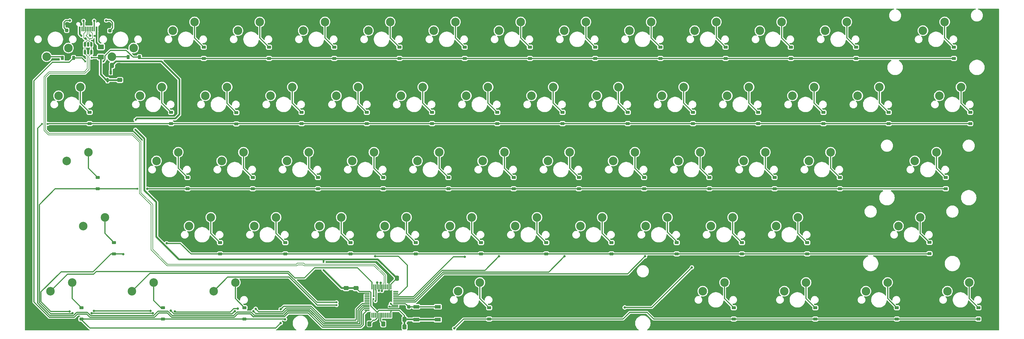
<source format=gbl>
G04 #@! TF.GenerationSoftware,KiCad,Pcbnew,8.0.3*
G04 #@! TF.CreationDate,2025-10-01T01:01:48-04:00*
G04 #@! TF.ProjectId,KP60,4b503630-2e6b-4696-9361-645f70636258,rev?*
G04 #@! TF.SameCoordinates,Original*
G04 #@! TF.FileFunction,Copper,L2,Bot*
G04 #@! TF.FilePolarity,Positive*
%FSLAX46Y46*%
G04 Gerber Fmt 4.6, Leading zero omitted, Abs format (unit mm)*
G04 Created by KiCad (PCBNEW 8.0.3) date 2025-10-01 01:01:48*
%MOMM*%
%LPD*%
G01*
G04 APERTURE LIST*
G04 Aperture macros list*
%AMRoundRect*
0 Rectangle with rounded corners*
0 $1 Rounding radius*
0 $2 $3 $4 $5 $6 $7 $8 $9 X,Y pos of 4 corners*
0 Add a 4 corners polygon primitive as box body*
4,1,4,$2,$3,$4,$5,$6,$7,$8,$9,$2,$3,0*
0 Add four circle primitives for the rounded corners*
1,1,$1+$1,$2,$3*
1,1,$1+$1,$4,$5*
1,1,$1+$1,$6,$7*
1,1,$1+$1,$8,$9*
0 Add four rect primitives between the rounded corners*
20,1,$1+$1,$2,$3,$4,$5,0*
20,1,$1+$1,$4,$5,$6,$7,0*
20,1,$1+$1,$6,$7,$8,$9,0*
20,1,$1+$1,$8,$9,$2,$3,0*%
G04 Aperture macros list end*
G04 #@! TA.AperFunction,ComponentPad*
%ADD10C,2.500000*%
G04 #@! TD*
G04 #@! TA.AperFunction,SMDPad,CuDef*
%ADD11RoundRect,0.237500X-0.237500X0.250000X-0.237500X-0.250000X0.237500X-0.250000X0.237500X0.250000X0*%
G04 #@! TD*
G04 #@! TA.AperFunction,SMDPad,CuDef*
%ADD12RoundRect,0.225000X0.375000X-0.225000X0.375000X0.225000X-0.375000X0.225000X-0.375000X-0.225000X0*%
G04 #@! TD*
G04 #@! TA.AperFunction,SMDPad,CuDef*
%ADD13RoundRect,0.250000X0.337500X0.475000X-0.337500X0.475000X-0.337500X-0.475000X0.337500X-0.475000X0*%
G04 #@! TD*
G04 #@! TA.AperFunction,SMDPad,CuDef*
%ADD14RoundRect,0.250000X0.475000X-0.337500X0.475000X0.337500X-0.475000X0.337500X-0.475000X-0.337500X0*%
G04 #@! TD*
G04 #@! TA.AperFunction,SMDPad,CuDef*
%ADD15RoundRect,0.075000X0.075000X-0.662500X0.075000X0.662500X-0.075000X0.662500X-0.075000X-0.662500X0*%
G04 #@! TD*
G04 #@! TA.AperFunction,SMDPad,CuDef*
%ADD16RoundRect,0.075000X0.662500X-0.075000X0.662500X0.075000X-0.662500X0.075000X-0.662500X-0.075000X0*%
G04 #@! TD*
G04 #@! TA.AperFunction,SMDPad,CuDef*
%ADD17RoundRect,0.150000X-0.150000X0.512500X-0.150000X-0.512500X0.150000X-0.512500X0.150000X0.512500X0*%
G04 #@! TD*
G04 #@! TA.AperFunction,SMDPad,CuDef*
%ADD18RoundRect,0.225000X0.225000X0.375000X-0.225000X0.375000X-0.225000X-0.375000X0.225000X-0.375000X0*%
G04 #@! TD*
G04 #@! TA.AperFunction,SMDPad,CuDef*
%ADD19R,0.600000X1.450000*%
G04 #@! TD*
G04 #@! TA.AperFunction,SMDPad,CuDef*
%ADD20R,0.300000X1.450000*%
G04 #@! TD*
G04 #@! TA.AperFunction,ComponentPad*
%ADD21O,1.000000X1.600000*%
G04 #@! TD*
G04 #@! TA.AperFunction,ComponentPad*
%ADD22O,1.000000X2.100000*%
G04 #@! TD*
G04 #@! TA.AperFunction,SMDPad,CuDef*
%ADD23R,1.700000X1.000000*%
G04 #@! TD*
G04 #@! TA.AperFunction,SMDPad,CuDef*
%ADD24RoundRect,0.150000X0.150000X-0.512500X0.150000X0.512500X-0.150000X0.512500X-0.150000X-0.512500X0*%
G04 #@! TD*
G04 #@! TA.AperFunction,SMDPad,CuDef*
%ADD25RoundRect,0.250001X-0.624999X0.462499X-0.624999X-0.462499X0.624999X-0.462499X0.624999X0.462499X0*%
G04 #@! TD*
G04 #@! TA.AperFunction,SMDPad,CuDef*
%ADD26RoundRect,0.250000X-0.337500X-0.475000X0.337500X-0.475000X0.337500X0.475000X-0.337500X0.475000X0*%
G04 #@! TD*
G04 #@! TA.AperFunction,SMDPad,CuDef*
%ADD27RoundRect,0.250000X-0.475000X0.337500X-0.475000X-0.337500X0.475000X-0.337500X0.475000X0.337500X0*%
G04 #@! TD*
G04 #@! TA.AperFunction,ViaPad*
%ADD28C,0.600000*%
G04 #@! TD*
G04 #@! TA.AperFunction,ViaPad*
%ADD29C,0.700000*%
G04 #@! TD*
G04 #@! TA.AperFunction,Conductor*
%ADD30C,0.500000*%
G04 #@! TD*
G04 #@! TA.AperFunction,Conductor*
%ADD31C,0.300000*%
G04 #@! TD*
G04 #@! TA.AperFunction,Conductor*
%ADD32C,0.200000*%
G04 #@! TD*
G04 APERTURE END LIST*
D10*
X329088750Y-80518000D03*
X335438750Y-77978000D03*
X276701250Y-118618000D03*
X283051250Y-116078000D03*
X171926250Y-137668000D03*
X178276250Y-135128000D03*
X162401250Y-118618000D03*
X168751250Y-116078000D03*
X224313750Y-80518000D03*
X230663750Y-77978000D03*
X295751250Y-118618000D03*
X302101250Y-116078000D03*
X105251250Y-118618000D03*
X111601250Y-116078000D03*
X176688750Y-99568000D03*
X183038750Y-97028000D03*
X333851250Y-99568000D03*
X340201250Y-97028000D03*
X138588750Y-99568000D03*
X144938750Y-97028000D03*
X83820000Y-137668000D03*
X90170000Y-135128000D03*
X119538750Y-99568000D03*
X125888750Y-97028000D03*
X190976250Y-137668000D03*
X197326250Y-135128000D03*
X336232500Y-156718000D03*
X342582500Y-154178000D03*
X193357500Y-156718000D03*
X199707500Y-154178000D03*
X229076250Y-137668000D03*
X235426250Y-135128000D03*
X290988750Y-99568000D03*
X297338750Y-97028000D03*
X74295000Y-156718000D03*
X80645000Y-154178000D03*
X214788750Y-99568000D03*
X221138750Y-97028000D03*
X300513750Y-80518000D03*
X306863750Y-77978000D03*
X195738750Y-99568000D03*
X202088750Y-97028000D03*
X133826250Y-137668000D03*
X140176250Y-135128000D03*
X129063750Y-80518000D03*
X135413750Y-77978000D03*
X79533750Y-85598000D03*
X73183750Y-88138000D03*
X181451250Y-118618000D03*
X187801250Y-116078000D03*
X98107500Y-156718000D03*
X104457500Y-154178000D03*
X152876250Y-137668000D03*
X159226250Y-135128000D03*
X310038750Y-99568000D03*
X316388750Y-97028000D03*
X271938750Y-99568000D03*
X278288750Y-97028000D03*
X233838750Y-99568000D03*
X240188750Y-97028000D03*
X121920000Y-156718000D03*
X128270000Y-154178000D03*
X219551250Y-118618000D03*
X225901250Y-116078000D03*
X205263750Y-80518000D03*
X211613750Y-77978000D03*
X100488750Y-99568000D03*
X106838750Y-97028000D03*
X110013750Y-80518000D03*
X116363750Y-77978000D03*
X200501250Y-118618000D03*
X206851250Y-116078000D03*
X257651250Y-118618000D03*
X264001250Y-116078000D03*
X243363750Y-80518000D03*
X249713750Y-77978000D03*
X288607500Y-156718000D03*
X294957500Y-154178000D03*
X148113750Y-80518000D03*
X154463750Y-77978000D03*
X281463750Y-80518000D03*
X287813750Y-77978000D03*
X248126250Y-137668000D03*
X254476250Y-135128000D03*
X267176250Y-137668000D03*
X273526250Y-135128000D03*
X312420000Y-156718000D03*
X318770000Y-154178000D03*
X157797500Y-99568000D03*
X164147500Y-97028000D03*
X262413750Y-80518000D03*
X268763750Y-77978000D03*
X76676250Y-99568000D03*
X83026250Y-97028000D03*
X79057500Y-118618000D03*
X85407500Y-116078000D03*
X210026250Y-137668000D03*
X216376250Y-135128000D03*
X321945000Y-137668000D03*
X328295000Y-135128000D03*
X264795000Y-156718000D03*
X271145000Y-154178000D03*
X114776250Y-137668000D03*
X121126250Y-135128000D03*
X286226250Y-137668000D03*
X292576250Y-135128000D03*
X238601250Y-118618000D03*
X244951250Y-116078000D03*
X143351250Y-118618000D03*
X149701250Y-116078000D03*
X167163750Y-80518000D03*
X173513750Y-77978000D03*
X252888750Y-99568000D03*
X259238750Y-97028000D03*
X326707500Y-118618000D03*
X333057500Y-116078000D03*
X186213750Y-80518000D03*
X192563750Y-77978000D03*
X98583750Y-85598000D03*
X92233750Y-88138000D03*
X124301250Y-118618000D03*
X130651250Y-116078000D03*
D11*
X79050000Y-78605000D03*
X79050000Y-80430000D03*
D12*
X319087500Y-107726750D03*
X319087500Y-104426750D03*
D13*
X177697500Y-167140000D03*
X175622500Y-167140000D03*
D12*
X285750000Y-126776750D03*
X285750000Y-123476750D03*
X261937500Y-107726750D03*
X261937500Y-104426750D03*
X233362500Y-88676750D03*
X233362500Y-85376750D03*
X297656250Y-164876750D03*
X297656250Y-161576750D03*
X92868750Y-145826750D03*
X92868750Y-142526750D03*
X200025000Y-145826750D03*
X200025000Y-142526750D03*
X280987500Y-107726750D03*
X280987500Y-104426750D03*
X161925000Y-145826750D03*
X161925000Y-142526750D03*
X176212500Y-88676750D03*
X176212500Y-85376750D03*
X223837500Y-107726750D03*
X223837500Y-104426750D03*
X202406250Y-164876750D03*
X202406250Y-161576750D03*
D13*
X177687500Y-164980000D03*
X175612500Y-164980000D03*
D12*
X204787500Y-107726750D03*
X204787500Y-104426750D03*
X242887500Y-107726750D03*
X242887500Y-104426750D03*
D11*
X91620000Y-78727500D03*
X91620000Y-80552500D03*
D12*
X152400000Y-126776750D03*
X152400000Y-123476750D03*
X214312500Y-88676750D03*
X214312500Y-85376750D03*
X88106250Y-126776750D03*
X88106250Y-123476750D03*
D14*
X94550000Y-94967500D03*
X94550000Y-92892500D03*
D12*
X133350000Y-126776750D03*
X133350000Y-123476750D03*
D15*
X173680000Y-163760000D03*
X173180000Y-163760000D03*
X172680000Y-163760000D03*
X172180000Y-163760000D03*
X171680000Y-163760000D03*
X171180000Y-163760000D03*
X170680000Y-163760000D03*
X170180000Y-163760000D03*
X169680000Y-163760000D03*
X169180000Y-163760000D03*
X168680000Y-163760000D03*
X168180000Y-163760000D03*
D16*
X166767500Y-162347500D03*
X166767500Y-161847500D03*
X166767500Y-161347500D03*
X166767500Y-160847500D03*
X166767500Y-160347500D03*
X166767500Y-159847500D03*
X166767500Y-159347500D03*
X166767500Y-158847500D03*
X166767500Y-158347500D03*
X166767500Y-157847500D03*
X166767500Y-157347500D03*
X166767500Y-156847500D03*
D15*
X168180000Y-155435000D03*
X168680000Y-155435000D03*
X169180000Y-155435000D03*
X169680000Y-155435000D03*
X170180000Y-155435000D03*
X170680000Y-155435000D03*
X171180000Y-155435000D03*
X171680000Y-155435000D03*
X172180000Y-155435000D03*
X172680000Y-155435000D03*
X173180000Y-155435000D03*
X173680000Y-155435000D03*
D16*
X175092500Y-156847500D03*
X175092500Y-157347500D03*
X175092500Y-157847500D03*
X175092500Y-158347500D03*
X175092500Y-158847500D03*
X175092500Y-159347500D03*
X175092500Y-159847500D03*
X175092500Y-160347500D03*
X175092500Y-160847500D03*
X175092500Y-161347500D03*
X175092500Y-161847500D03*
X175092500Y-162347500D03*
D12*
X321468750Y-164876750D03*
X321468750Y-161576750D03*
X309562500Y-88676750D03*
X309562500Y-85376750D03*
D17*
X90000000Y-92735000D03*
X91900000Y-92735000D03*
X90950000Y-95010000D03*
D12*
X171450000Y-126776750D03*
X171450000Y-123476750D03*
X342900000Y-107726750D03*
X342900000Y-104426750D03*
X195262500Y-88676750D03*
X195262500Y-85376750D03*
X130968750Y-164876750D03*
X130968750Y-161576750D03*
D18*
X100287500Y-88265000D03*
X96987500Y-88265000D03*
D12*
X276225000Y-145826750D03*
X276225000Y-142526750D03*
D19*
X82032500Y-80025000D03*
X82832500Y-80025000D03*
D20*
X84032500Y-80025000D03*
X85032500Y-80025000D03*
X85532500Y-80025000D03*
X86532500Y-80025000D03*
D19*
X87732500Y-80025000D03*
X88532500Y-80025000D03*
X88532500Y-80025000D03*
X87732500Y-80025000D03*
D20*
X87032500Y-80025000D03*
X86032500Y-80025000D03*
X84532500Y-80025000D03*
X83532500Y-80025000D03*
D19*
X82832500Y-80025000D03*
X82032500Y-80025000D03*
D21*
X80962500Y-74930000D03*
D22*
X80962500Y-79110000D03*
D21*
X89602500Y-74930000D03*
D22*
X89602500Y-79110000D03*
D12*
X109537500Y-107726750D03*
X109537500Y-104426750D03*
X345281250Y-164876750D03*
X345281250Y-161576750D03*
X157162500Y-88676750D03*
X157162500Y-85376750D03*
D23*
X181100000Y-165070000D03*
X187400000Y-165070000D03*
X181100000Y-161270000D03*
X187400000Y-161270000D03*
D18*
X81026000Y-88519000D03*
X77726000Y-88519000D03*
D12*
X304800000Y-126776750D03*
X304800000Y-123476750D03*
X83343750Y-164876750D03*
X83343750Y-161576750D03*
D24*
X86230000Y-86830000D03*
X85280000Y-86830000D03*
X84330000Y-86830000D03*
X84330000Y-84555000D03*
X85280000Y-84555000D03*
X86230000Y-84555000D03*
D12*
X335756250Y-126776750D03*
X335756250Y-123476750D03*
X114300000Y-126776750D03*
X114300000Y-123476750D03*
X300037500Y-107726750D03*
X300037500Y-104426750D03*
X147637500Y-107726750D03*
X147637500Y-104426750D03*
D25*
X89000000Y-85292500D03*
X89000000Y-88267500D03*
D26*
X92262500Y-90660000D03*
X94337500Y-90660000D03*
D12*
X257175000Y-145826750D03*
X257175000Y-142526750D03*
X119062500Y-88676750D03*
X119062500Y-85376750D03*
X238125000Y-145826750D03*
X238125000Y-142526750D03*
X247650000Y-126776750D03*
X247650000Y-123476750D03*
X190500000Y-126776750D03*
X190500000Y-123476750D03*
X128587500Y-107789250D03*
X128587500Y-104489250D03*
X252412500Y-88676750D03*
X252412500Y-85376750D03*
X185737500Y-107726750D03*
X185737500Y-104426750D03*
X271462500Y-88676750D03*
X271462500Y-85376750D03*
X228600000Y-126776750D03*
X228600000Y-123476750D03*
X166687500Y-107726750D03*
X166687500Y-104426750D03*
X180975000Y-145826750D03*
X180975000Y-142526750D03*
D11*
X178900000Y-161287500D03*
X178900000Y-163112500D03*
D26*
X167405000Y-166300000D03*
X169480000Y-166300000D03*
D12*
X338137500Y-88676750D03*
X338137500Y-85376750D03*
X107156250Y-164876750D03*
X107156250Y-161576750D03*
X85725000Y-107726750D03*
X85725000Y-104426750D03*
X142875000Y-145826750D03*
X142875000Y-142526750D03*
X209550000Y-126776750D03*
X209550000Y-123476750D03*
X273843750Y-164876750D03*
X273843750Y-161576750D03*
D13*
X173557500Y-166280000D03*
X171482500Y-166280000D03*
D27*
X163520000Y-155812500D03*
X163520000Y-157887500D03*
D12*
X290512500Y-88676750D03*
X290512500Y-85376750D03*
X123825000Y-145826750D03*
X123825000Y-142526750D03*
X295275000Y-145826750D03*
X295275000Y-142526750D03*
X330993750Y-145764250D03*
X330993750Y-142464250D03*
X138112500Y-88676750D03*
X138112500Y-85376750D03*
D27*
X160660000Y-155812500D03*
X160660000Y-157887500D03*
D12*
X266700000Y-126776750D03*
X266700000Y-123476750D03*
D13*
X175447500Y-152920000D03*
X173372500Y-152920000D03*
D12*
X219075000Y-145826750D03*
X219075000Y-142526750D03*
D28*
X99120000Y-109490000D03*
X154050000Y-150550000D03*
X99140000Y-106630000D03*
X154010000Y-148225000D03*
X86340000Y-88400000D03*
X85300000Y-84590000D03*
D29*
X109406382Y-162419325D03*
D28*
X99685000Y-126780000D03*
D29*
X128111472Y-162551472D03*
X102560000Y-126800000D03*
X104198097Y-163144847D03*
X133581501Y-162544444D03*
X86338529Y-163176750D03*
X80726472Y-163146472D03*
X79905327Y-162660000D03*
X134221612Y-161911781D03*
X129008199Y-161844444D03*
X103488380Y-162476750D03*
X110612335Y-162635328D03*
X108210589Y-142710589D03*
X95520000Y-145870000D03*
X86968434Y-162476750D03*
X141540000Y-166070000D03*
X192200000Y-167600000D03*
X141520000Y-162030000D03*
X142780000Y-164930000D03*
D28*
X84475000Y-89480000D03*
X89750000Y-89500000D03*
X71795000Y-107770000D03*
X73445000Y-107770000D03*
X87130000Y-82090000D03*
X83340000Y-82040000D03*
D29*
X87030000Y-77660000D03*
X90570000Y-77560000D03*
X84533750Y-82840000D03*
X85880000Y-81950000D03*
X83950000Y-77680000D03*
X79940000Y-77580000D03*
X169130000Y-146526750D03*
X195280000Y-146670000D03*
X205260000Y-146526750D03*
X224420000Y-146526750D03*
X247930000Y-146526750D03*
X261610000Y-149780000D03*
D28*
X173680000Y-160410000D03*
D29*
X242010000Y-161490000D03*
D28*
X173302964Y-161197501D03*
X168680000Y-158190000D03*
X157840000Y-159970000D03*
X157864988Y-160769612D03*
X169190000Y-159590000D03*
D29*
X169690000Y-154230000D03*
X170173480Y-156563527D03*
X170686489Y-154306499D03*
X171095775Y-156621482D03*
D28*
X84930000Y-85760000D03*
X82410000Y-85740000D03*
X96000000Y-92860000D03*
X167060000Y-164780000D03*
X163550000Y-159090000D03*
X172730000Y-151520000D03*
D30*
X181100000Y-165070000D02*
X187400000Y-165070000D01*
X154050000Y-150550000D02*
X159312500Y-155812500D01*
D31*
X169680000Y-162919380D02*
X169680000Y-163760000D01*
X169680000Y-164600620D02*
X169055620Y-165225000D01*
D30*
X101760000Y-127240000D02*
X105210000Y-130690000D01*
X101760000Y-112130000D02*
X101760000Y-127240000D01*
D31*
X164555000Y-156847500D02*
X163520000Y-155812500D01*
D30*
X92262500Y-90660000D02*
X93437500Y-89485000D01*
X111960000Y-105020000D02*
X110760000Y-106220000D01*
D31*
X169680000Y-163760000D02*
X169680000Y-164600620D01*
X173962500Y-162347500D02*
X173680000Y-162630000D01*
X169680000Y-162919380D02*
X170251880Y-162347500D01*
D30*
X177687500Y-167130000D02*
X177697500Y-167140000D01*
X154040000Y-148195000D02*
X154010000Y-148225000D01*
X91900000Y-91022500D02*
X92262500Y-90660000D01*
D31*
X176167500Y-162347500D02*
X177687500Y-163867500D01*
X175092500Y-162347500D02*
X173962500Y-162347500D01*
D30*
X181010000Y-164980000D02*
X181100000Y-165070000D01*
X154040000Y-147390000D02*
X169917500Y-147390000D01*
D31*
X173680000Y-155435000D02*
X173680000Y-154687500D01*
D30*
X111960000Y-94740000D02*
X111960000Y-105020000D01*
X106705000Y-89485000D02*
X111960000Y-94740000D01*
X177687500Y-164980000D02*
X181010000Y-164980000D01*
X160660000Y-155812500D02*
X163520000Y-155812500D01*
X110760000Y-106220000D02*
X99550000Y-106220000D01*
X93437500Y-89485000D02*
X106705000Y-89485000D01*
X105210000Y-130690000D02*
X105210000Y-140841371D01*
D31*
X170251880Y-162347500D02*
X173962500Y-162347500D01*
X175092500Y-162347500D02*
X176167500Y-162347500D01*
X168480000Y-165225000D02*
X167405000Y-166300000D01*
X167860000Y-157099380D02*
X167860000Y-161099380D01*
X173680000Y-154687500D02*
X175447500Y-152920000D01*
X173680000Y-162630000D02*
X173680000Y-163760000D01*
D30*
X91900000Y-92735000D02*
X91900000Y-91022500D01*
X159312500Y-155812500D02*
X160660000Y-155812500D01*
X105210000Y-140841371D02*
X111758629Y-147390000D01*
X99550000Y-106220000D02*
X99140000Y-106630000D01*
X99120000Y-109490000D02*
X101760000Y-112130000D01*
X111758629Y-147390000D02*
X154040000Y-147390000D01*
D31*
X166767500Y-156847500D02*
X167608120Y-156847500D01*
D30*
X154040000Y-147390000D02*
X154040000Y-148195000D01*
X169917500Y-147390000D02*
X175447500Y-152920000D01*
X177687500Y-164980000D02*
X177687500Y-167130000D01*
D31*
X169055620Y-165225000D02*
X168480000Y-165225000D01*
X166767500Y-156847500D02*
X164555000Y-156847500D01*
X167860000Y-161099380D02*
X169680000Y-162919380D01*
X177687500Y-163867500D02*
X177687500Y-164980000D01*
X167608120Y-156847500D02*
X167860000Y-157099380D01*
D30*
X93595000Y-93847500D02*
X94550000Y-92892500D01*
X81877500Y-80025000D02*
X80962500Y-79110000D01*
X89985000Y-78727500D02*
X89602500Y-79110000D01*
D31*
X175092500Y-161847500D02*
X172857500Y-161847500D01*
X170180000Y-165600000D02*
X170180000Y-163760000D01*
X173180000Y-153112500D02*
X173372500Y-152920000D01*
D30*
X89447500Y-79110000D02*
X88532500Y-80025000D01*
X94550000Y-90872500D02*
X94337500Y-90660000D01*
X80457500Y-78605000D02*
X80962500Y-79110000D01*
X175612500Y-164980000D02*
X175612500Y-167130000D01*
X175612500Y-167130000D02*
X175622500Y-167140000D01*
X90000000Y-92735000D02*
X91112500Y-93847500D01*
D31*
X164060000Y-157347500D02*
X163520000Y-157887500D01*
X172857500Y-161847500D02*
X172630000Y-161620000D01*
X169480000Y-166300000D02*
X170180000Y-165600000D01*
X166767500Y-157347500D02*
X164060000Y-157347500D01*
D30*
X89602500Y-79110000D02*
X89447500Y-79110000D01*
X91112500Y-93847500D02*
X93595000Y-93847500D01*
D31*
X173180000Y-156800000D02*
X173180000Y-155435000D01*
D30*
X89602500Y-79110000D02*
X89602500Y-74930000D01*
D31*
X178900000Y-163112500D02*
X177635000Y-161847500D01*
X172630000Y-161620000D02*
X172630000Y-157350000D01*
D30*
X91620000Y-78727500D02*
X89985000Y-78727500D01*
X79050000Y-78605000D02*
X80457500Y-78605000D01*
X82032500Y-80025000D02*
X81877500Y-80025000D01*
D31*
X172630000Y-157350000D02*
X173180000Y-156800000D01*
X173180000Y-155435000D02*
X173180000Y-153112500D01*
D30*
X80962500Y-79110000D02*
X80962500Y-74930000D01*
X94550000Y-92892500D02*
X94550000Y-90872500D01*
D31*
X177635000Y-161847500D02*
X175092500Y-161847500D01*
D30*
X89000000Y-88084816D02*
X89000000Y-88267500D01*
D31*
X86340000Y-88400000D02*
X88867500Y-88400000D01*
X85280000Y-84555000D02*
X85280000Y-84570000D01*
D30*
X89000000Y-93359999D02*
X89000000Y-88267500D01*
D31*
X85280000Y-84570000D02*
X85300000Y-84590000D01*
D30*
X90950000Y-95010000D02*
X90650001Y-95010000D01*
X90650001Y-95010000D02*
X89000000Y-93359999D01*
D31*
X88867500Y-88400000D02*
X89000000Y-88267500D01*
D30*
X94507500Y-95010000D02*
X94550000Y-94967500D01*
X90950000Y-95010000D02*
X94507500Y-95010000D01*
D31*
X171482500Y-166280000D02*
X170680000Y-165477500D01*
X170680000Y-165477500D02*
X170680000Y-163760000D01*
X164650000Y-166185788D02*
X164575788Y-166260000D01*
X71030000Y-131390000D02*
X75660000Y-126760000D01*
X80726472Y-163146472D02*
X80512944Y-163360000D01*
X102560000Y-126800000D02*
X102583250Y-126776750D01*
X99681750Y-126776750D02*
X99685000Y-126780000D01*
X166767500Y-161347500D02*
X165719773Y-161347500D01*
X164575788Y-166260000D02*
X154134212Y-166260000D01*
X128111472Y-162551472D02*
X127286194Y-163376750D01*
X71030000Y-160027107D02*
X71030000Y-131390000D01*
X142210000Y-163230000D02*
X134267057Y-163230000D01*
X102583250Y-126776750D02*
X114300000Y-126776750D01*
X110460000Y-163376750D02*
X110363807Y-163376750D01*
X134267057Y-163230000D02*
X133581501Y-162544444D01*
X165719773Y-161347500D02*
X164650000Y-162417273D01*
X74362893Y-163360000D02*
X71030000Y-160027107D01*
X104198097Y-163144847D02*
X104166194Y-163176750D01*
X104166194Y-163176750D02*
X86338529Y-163176750D01*
X80512944Y-163360000D02*
X80605327Y-163267617D01*
X149994213Y-162120000D02*
X143320000Y-162120000D01*
X164650000Y-162417273D02*
X164650000Y-166185788D01*
X80512944Y-163360000D02*
X74362893Y-163360000D01*
X114300000Y-126776750D02*
X133350000Y-126776750D01*
X75660000Y-126760000D02*
X76830000Y-126760000D01*
X154134212Y-166260000D02*
X151473554Y-163599341D01*
X88106250Y-126776750D02*
X99681750Y-126776750D01*
X133350000Y-126776750D02*
X335756250Y-126776750D01*
X110363807Y-163376750D02*
X109406382Y-162419325D01*
X151473554Y-163599341D02*
X149994213Y-162120000D01*
X143320000Y-162120000D02*
X142210000Y-163230000D01*
X76846750Y-126776750D02*
X88106250Y-126776750D01*
X127286194Y-163376750D02*
X110460000Y-163376750D01*
X76830000Y-126760000D02*
X76846750Y-126776750D01*
X77345000Y-88138000D02*
X77726000Y-88519000D01*
X73183750Y-88138000D02*
X77345000Y-88138000D01*
X92233750Y-88138000D02*
X96860500Y-88138000D01*
X96860500Y-88138000D02*
X96987500Y-88265000D01*
X116363750Y-77978000D02*
X116363750Y-82678000D01*
X116363750Y-82678000D02*
X119062500Y-85376750D01*
X135413750Y-77978000D02*
X135413750Y-82678000D01*
X135413750Y-82678000D02*
X138112500Y-85376750D01*
X154463750Y-82678000D02*
X157162500Y-85376750D01*
X154463750Y-77978000D02*
X154463750Y-82678000D01*
X173513750Y-82678000D02*
X176212500Y-85376750D01*
X173513750Y-77978000D02*
X173513750Y-82678000D01*
X192563750Y-77978000D02*
X192563750Y-82678000D01*
X192563750Y-82678000D02*
X195262500Y-85376750D01*
X211613750Y-77978000D02*
X211613750Y-82678000D01*
X211613750Y-82678000D02*
X214312500Y-85376750D01*
X230663750Y-82678000D02*
X233362500Y-85376750D01*
X230663750Y-77978000D02*
X230663750Y-82678000D01*
X249713750Y-82678000D02*
X249713750Y-77978000D01*
X252412500Y-85376750D02*
X249713750Y-82678000D01*
X268763750Y-82678000D02*
X268763750Y-77978000D01*
X271462500Y-85376750D02*
X268763750Y-82678000D01*
X287813750Y-82678000D02*
X287813750Y-77978000D01*
X290512500Y-85376750D02*
X287813750Y-82678000D01*
X309562500Y-85376750D02*
X306863750Y-82678000D01*
X306863750Y-82678000D02*
X306863750Y-77978000D01*
X335438750Y-82678000D02*
X335438750Y-77978000D01*
X338137500Y-85376750D02*
X335438750Y-82678000D01*
X86750000Y-151060000D02*
X91983250Y-145826750D01*
X95476750Y-145826750D02*
X95520000Y-145870000D01*
X79905327Y-162660000D02*
X74370000Y-162660000D01*
X150201320Y-161620000D02*
X143112893Y-161620000D01*
X112250000Y-142760000D02*
X115316750Y-145826750D01*
X135390000Y-162730000D02*
X135039831Y-162730000D01*
X115316750Y-145826750D02*
X123825000Y-145826750D01*
X77390000Y-151060000D02*
X86750000Y-151060000D01*
X143112893Y-161620000D02*
X142820000Y-161912893D01*
X164150000Y-165280000D02*
X164150000Y-165590000D01*
X91983250Y-145826750D02*
X92868750Y-145826750D01*
X103488380Y-162476750D02*
X86968434Y-162476750D01*
X164150000Y-162624379D02*
X164150000Y-165280000D01*
X127828550Y-161844444D02*
X126796244Y-162876750D01*
X110853757Y-162876750D02*
X110612335Y-162635328D01*
X142002894Y-162730000D02*
X135390000Y-162730000D01*
X162240000Y-165760000D02*
X154710000Y-165760000D01*
X164150000Y-162210166D02*
X164150000Y-162624379D01*
X163980000Y-165760000D02*
X162240000Y-165760000D01*
X151055660Y-162474341D02*
X150494213Y-161912893D01*
X142820000Y-161912893D02*
X142002894Y-162730000D01*
X129008199Y-161844444D02*
X127828550Y-161844444D01*
X166767500Y-160847500D02*
X165512666Y-160847500D01*
X330931250Y-145826750D02*
X330993750Y-145764250D01*
X71530000Y-156920000D02*
X77390000Y-151060000D01*
X92868750Y-145826750D02*
X95476750Y-145826750D01*
X126796244Y-162876750D02*
X121310000Y-162876750D01*
X165512666Y-160847500D02*
X164150000Y-162210166D01*
X123825000Y-145826750D02*
X330931250Y-145826750D01*
X150494213Y-161912893D02*
X150201320Y-161620000D01*
X108210589Y-142710589D02*
X108260000Y-142760000D01*
X108260000Y-142760000D02*
X112250000Y-142760000D01*
X154341319Y-165760000D02*
X151055660Y-162474341D01*
X164150000Y-165590000D02*
X163980000Y-165760000D01*
X71530000Y-159820000D02*
X71530000Y-156920000D01*
X74370000Y-162660000D02*
X71530000Y-159820000D01*
X135039831Y-162730000D02*
X134221612Y-161911781D01*
X154710000Y-165760000D02*
X154341319Y-165760000D01*
X121310000Y-162876750D02*
X110853757Y-162876750D01*
X83026250Y-101728000D02*
X83026250Y-97028000D01*
X85725000Y-104426750D02*
X83026250Y-101728000D01*
X109537500Y-104426750D02*
X106838750Y-101728000D01*
X106838750Y-101728000D02*
X106838750Y-97028000D01*
X128587500Y-104489250D02*
X125888750Y-101790500D01*
X125888750Y-101790500D02*
X125888750Y-97028000D01*
X147637500Y-104426750D02*
X144938750Y-101728000D01*
X144938750Y-101728000D02*
X144938750Y-97028000D01*
X166687500Y-104426750D02*
X164147500Y-101886750D01*
X164147500Y-101886750D02*
X164147500Y-97028000D01*
X183038750Y-101728000D02*
X183038750Y-97028000D01*
X185737500Y-104426750D02*
X183038750Y-101728000D01*
X204787500Y-104426750D02*
X202088750Y-101728000D01*
X202088750Y-101728000D02*
X202088750Y-97028000D01*
X221138750Y-101728000D02*
X221138750Y-97028000D01*
X223837500Y-104426750D02*
X221138750Y-101728000D01*
X242887500Y-104426750D02*
X240188750Y-101728000D01*
X240188750Y-101728000D02*
X240188750Y-97028000D01*
X259238750Y-101728000D02*
X259238750Y-97028000D01*
X261937500Y-104426750D02*
X259238750Y-101728000D01*
X280987500Y-104426750D02*
X278288750Y-101728000D01*
X278288750Y-101728000D02*
X278288750Y-97028000D01*
X300037500Y-104426750D02*
X297338750Y-101728000D01*
X297338750Y-101728000D02*
X297338750Y-97028000D01*
X319087500Y-104426750D02*
X316388750Y-101728000D01*
X316388750Y-101728000D02*
X316388750Y-97028000D01*
X340201250Y-101728000D02*
X340201250Y-97028000D01*
X342900000Y-104426750D02*
X340201250Y-101728000D01*
X202406250Y-164876750D02*
X241523250Y-164876750D01*
X273843750Y-164876750D02*
X250446750Y-164876750D01*
X83343750Y-164876750D02*
X130968750Y-164876750D01*
X142726750Y-164876750D02*
X142780000Y-164930000D01*
X152969212Y-163680785D02*
X150408427Y-161120000D01*
X321468750Y-164876750D02*
X345281250Y-164876750D01*
X166767500Y-160347500D02*
X165305559Y-160347500D01*
X83343750Y-165083750D02*
X83343750Y-164876750D01*
X141540000Y-166070000D02*
X140080000Y-167530000D01*
X85790000Y-167530000D02*
X83343750Y-165083750D01*
X241523250Y-164876750D02*
X243470000Y-162930000D01*
X248500000Y-162930000D02*
X243470000Y-162930000D01*
X140080000Y-167530000D02*
X85790000Y-167530000D01*
X192200000Y-167600000D02*
X194923250Y-164876750D01*
X163650000Y-162003059D02*
X163650000Y-164690000D01*
X163430000Y-165180000D02*
X154468425Y-165180000D01*
X154468425Y-165180000D02*
X152969212Y-163680787D01*
X250446750Y-164876750D02*
X248500000Y-162930000D01*
X130968750Y-164876750D02*
X142726750Y-164876750D01*
X273843750Y-164876750D02*
X297656250Y-164876750D01*
X194923250Y-164876750D02*
X202406250Y-164876750D01*
X150408427Y-161120000D02*
X142430000Y-161120000D01*
X152969212Y-163680787D02*
X152969212Y-163680785D01*
X165305559Y-160347500D02*
X163650000Y-162003059D01*
X297656250Y-164876750D02*
X321468750Y-164876750D01*
X142430000Y-161120000D02*
X141520000Y-162030000D01*
X163650000Y-164960000D02*
X163430000Y-165180000D01*
X163650000Y-164690000D02*
X163650000Y-164960000D01*
X85407500Y-120778000D02*
X85407500Y-116078000D01*
X88106250Y-123476750D02*
X85407500Y-120778000D01*
X111601250Y-120778000D02*
X111601250Y-116078000D01*
X114300000Y-123476750D02*
X111601250Y-120778000D01*
X133350000Y-123476750D02*
X130651250Y-120778000D01*
X130651250Y-120778000D02*
X130651250Y-116078000D01*
X152400000Y-123476750D02*
X149701250Y-120778000D01*
X149701250Y-120778000D02*
X149701250Y-116078000D01*
X171450000Y-123476750D02*
X168751250Y-120778000D01*
X168751250Y-120778000D02*
X168751250Y-116078000D01*
X190500000Y-123476750D02*
X187801250Y-120778000D01*
X187801250Y-120778000D02*
X187801250Y-116078000D01*
X206851250Y-120778000D02*
X206851250Y-116078000D01*
X209550000Y-123476750D02*
X206851250Y-120778000D01*
X225901250Y-120778000D02*
X225901250Y-116078000D01*
X228600000Y-123476750D02*
X225901250Y-120778000D01*
X244951250Y-120778000D02*
X244951250Y-116078000D01*
X247650000Y-123476750D02*
X244951250Y-120778000D01*
X266700000Y-123476750D02*
X264001250Y-120778000D01*
X264001250Y-120778000D02*
X264001250Y-116078000D01*
X285750000Y-123476750D02*
X283051250Y-120778000D01*
X283051250Y-120778000D02*
X283051250Y-116078000D01*
X304800000Y-123476750D02*
X302101250Y-120778000D01*
X302101250Y-120778000D02*
X302101250Y-116078000D01*
X335756250Y-123476750D02*
X333057500Y-120778000D01*
X333057500Y-120778000D02*
X333057500Y-116078000D01*
X92868750Y-142526750D02*
X90170000Y-139828000D01*
X90170000Y-139828000D02*
X90170000Y-135128000D01*
X143750000Y-163120000D02*
X149580000Y-163120000D01*
X92240000Y-86280000D02*
X96421908Y-86280000D01*
X96421908Y-86280000D02*
X98406908Y-88265000D01*
X164800000Y-167260000D02*
X164810000Y-167270000D01*
X127983250Y-164376750D02*
X129010000Y-163350000D01*
X153720000Y-167260000D02*
X164800000Y-167260000D01*
X83514000Y-88519000D02*
X84475000Y-89480000D01*
X100365000Y-88265000D02*
X100776750Y-88676750D01*
X109666750Y-164376750D02*
X127983250Y-164376750D01*
X164810000Y-167270000D02*
X164980000Y-167270000D01*
X84880000Y-163430000D02*
X85826750Y-164376750D01*
X81210000Y-164360000D02*
X82160000Y-163410000D01*
X100776750Y-88676750D02*
X119062500Y-88676750D01*
X105920000Y-163120000D02*
X108410000Y-163120000D01*
X119062500Y-88676750D02*
X138112500Y-88676750D01*
X165670000Y-163445000D02*
X166767500Y-162347500D01*
X138112500Y-88676750D02*
X338137500Y-88676750D01*
X82180000Y-163430000D02*
X84880000Y-163430000D01*
X132690000Y-163350000D02*
X133580000Y-164240000D01*
X69450000Y-95200000D02*
X69450000Y-159867106D01*
X133590000Y-164230000D02*
X142640000Y-164230000D01*
X98406908Y-88265000D02*
X100287500Y-88265000D01*
X85826750Y-164376750D02*
X104663250Y-164376750D01*
X165670000Y-166580000D02*
X165670000Y-163445000D01*
X108410000Y-163120000D02*
X109666750Y-164376750D01*
X81026000Y-88519000D02*
X79807000Y-89738000D01*
X74912000Y-89738000D02*
X69450000Y-95200000D01*
X92240000Y-86280000D02*
X91829008Y-86280000D01*
X104663250Y-164376750D02*
X105920000Y-163120000D01*
X149580000Y-163120000D02*
X153720000Y-167260000D01*
X73942894Y-164360000D02*
X81210000Y-164360000D01*
X164980000Y-167270000D02*
X165670000Y-166580000D01*
X79807000Y-89738000D02*
X74912000Y-89738000D01*
X69450000Y-159867106D02*
X73942894Y-164360000D01*
X91829008Y-86280000D02*
X90225000Y-87884008D01*
X100287500Y-88265000D02*
X100365000Y-88265000D01*
X129010000Y-163350000D02*
X132690000Y-163350000D01*
X90225000Y-87884008D02*
X90225000Y-89025000D01*
X82160000Y-163410000D02*
X82180000Y-163430000D01*
X81026000Y-88519000D02*
X83514000Y-88519000D01*
X142640000Y-164230000D02*
X143750000Y-163120000D01*
X133580000Y-164240000D02*
X133590000Y-164230000D01*
X90225000Y-89025000D02*
X89750000Y-89500000D01*
X123825000Y-142526750D02*
X121126250Y-139828000D01*
X121126250Y-139828000D02*
X121126250Y-135128000D01*
X142875000Y-142526750D02*
X140176250Y-139828000D01*
X140176250Y-139828000D02*
X140176250Y-135128000D01*
X159226250Y-139828000D02*
X159226250Y-135128000D01*
X161925000Y-142526750D02*
X159226250Y-139828000D01*
X180975000Y-142526750D02*
X178276250Y-139828000D01*
X178276250Y-139828000D02*
X178276250Y-135128000D01*
X200025000Y-142526750D02*
X197326250Y-139828000D01*
X197326250Y-139828000D02*
X197326250Y-135128000D01*
X216376250Y-139828000D02*
X216376250Y-135128000D01*
X219075000Y-142526750D02*
X216376250Y-139828000D01*
X238125000Y-142526750D02*
X235426250Y-139828000D01*
X235426250Y-139828000D02*
X235426250Y-135128000D01*
X257175000Y-142169872D02*
X254476250Y-139471122D01*
X257175000Y-142526750D02*
X257175000Y-142169872D01*
X254476250Y-139471122D02*
X254476250Y-135128000D01*
X276225000Y-142526750D02*
X273526250Y-139828000D01*
X273526250Y-139828000D02*
X273526250Y-135128000D01*
X295275000Y-142526750D02*
X292576250Y-139828000D01*
X292576250Y-139828000D02*
X292576250Y-135128000D01*
X328295000Y-139765500D02*
X328295000Y-135128000D01*
X330993750Y-142464250D02*
X328295000Y-139765500D01*
X149787107Y-162620000D02*
X143542894Y-162620000D01*
X133190000Y-163142893D02*
X132897107Y-162850000D01*
X86033856Y-163876750D02*
X85380000Y-163222893D01*
X150973553Y-163806447D02*
X150080000Y-162912893D01*
X108617107Y-162620000D02*
X105712894Y-162620000D01*
X128802893Y-162850000D02*
X128802893Y-162850001D01*
X85380000Y-163222893D02*
X85067107Y-162910000D01*
X73793250Y-107726750D02*
X85725000Y-107726750D01*
X132897107Y-162850000D02*
X128802893Y-162850000D01*
X105712894Y-162620000D02*
X104456144Y-163876750D01*
X104456144Y-163876750D02*
X86033856Y-163876750D01*
X70530000Y-109035000D02*
X71795000Y-107770000D01*
X70530000Y-160240000D02*
X70530000Y-109035000D01*
X81952894Y-162910000D02*
X81002894Y-163860000D01*
X153927106Y-166760000D02*
X150973553Y-163806447D01*
X142432894Y-163730000D02*
X133777106Y-163730000D01*
X81002894Y-163860000D02*
X74150000Y-163860000D01*
X133548553Y-163501447D02*
X133190000Y-163142893D01*
X166767500Y-161847500D02*
X165926880Y-161847500D01*
X74150000Y-163860000D02*
X70530000Y-160240000D01*
X73445000Y-107770000D02*
X73750000Y-107770000D01*
X85067107Y-162910000D02*
X81952894Y-162910000D01*
X342900000Y-107726750D02*
X85725000Y-107726750D01*
X128802893Y-162850001D02*
X127776144Y-163876750D01*
X165150000Y-162624380D02*
X165150000Y-166392894D01*
X127776144Y-163876750D02*
X109873856Y-163876750D01*
X109413554Y-163416447D02*
X108617107Y-162620000D01*
X143542894Y-162620000D02*
X142432894Y-163730000D01*
X164782894Y-166760000D02*
X153927106Y-166760000D01*
X165150000Y-166392894D02*
X164782894Y-166760000D01*
X73750000Y-107770000D02*
X73793250Y-107726750D01*
X133777106Y-163730000D02*
X133548553Y-163501447D01*
X165926880Y-161847500D02*
X165150000Y-162624380D01*
X109873856Y-163876750D02*
X109413554Y-163416447D01*
X150080000Y-162912893D02*
X149787107Y-162620000D01*
X80645000Y-158878000D02*
X80645000Y-154178000D01*
X83343750Y-161576750D02*
X80645000Y-158878000D01*
X107156250Y-161576750D02*
X106556250Y-161576750D01*
X106556250Y-161576750D02*
X104457500Y-159478000D01*
X104457500Y-159478000D02*
X104457500Y-154178000D01*
X130968750Y-161576750D02*
X128270000Y-158878000D01*
X128270000Y-158878000D02*
X128270000Y-154178000D01*
X202406250Y-161576750D02*
X199707500Y-158878000D01*
X199707500Y-158878000D02*
X199707500Y-154178000D01*
X273843750Y-161576750D02*
X271145000Y-158878000D01*
X271145000Y-158878000D02*
X271145000Y-154178000D01*
X297656250Y-161576750D02*
X294957500Y-158878000D01*
X294957500Y-158878000D02*
X294957500Y-154178000D01*
X318770000Y-158878000D02*
X318770000Y-154178000D01*
X321468750Y-161576750D02*
X318770000Y-158878000D01*
X342582500Y-158878000D02*
X342582500Y-154178000D01*
X345281250Y-161576750D02*
X342582500Y-158878000D01*
D30*
X87732500Y-84025000D02*
X87732500Y-82090000D01*
X82832500Y-81532500D02*
X83340000Y-82040000D01*
X87130000Y-82090000D02*
X87732500Y-82090000D01*
X82832500Y-80025000D02*
X82832500Y-81532500D01*
X87732500Y-82090000D02*
X87732500Y-80025000D01*
X89000000Y-85292500D02*
X87732500Y-84025000D01*
D31*
X91777432Y-77560000D02*
X90570000Y-77560000D01*
X87032500Y-77662500D02*
X87032500Y-80025000D01*
X91620000Y-80552500D02*
X92445000Y-79727500D01*
X87030000Y-77660000D02*
X87032500Y-77662500D01*
X92445000Y-79727500D02*
X92445000Y-78227568D01*
X92445000Y-78227568D02*
X91777432Y-77560000D01*
D32*
X108316800Y-149275000D02*
X103695000Y-144653200D01*
X84330000Y-86830000D02*
X84330000Y-84555000D01*
X72395000Y-94016800D02*
X73846800Y-92565000D01*
X103695000Y-131513200D02*
X100285000Y-128103200D01*
X85055000Y-83367500D02*
X84532500Y-82845000D01*
X171680000Y-155435000D02*
X171680000Y-154328749D01*
X84330000Y-84192500D02*
X85055000Y-83467500D01*
X72395000Y-109733200D02*
X72395000Y-94016800D01*
X84530000Y-80850000D02*
X84032500Y-81347500D01*
X171705000Y-152203200D02*
X168776800Y-149275000D01*
X84330000Y-87192500D02*
X84330000Y-86830000D01*
X84155000Y-82845000D02*
X84025000Y-82715000D01*
X84176800Y-92565000D02*
X85075000Y-91666800D01*
X84532500Y-82845000D02*
X84532500Y-82841250D01*
X103695000Y-144653200D02*
X103695000Y-131513200D01*
X84532500Y-82841250D02*
X84533750Y-82840000D01*
X146261764Y-149275000D02*
X108316800Y-149275000D01*
X84166250Y-82840000D02*
X84533750Y-82840000D01*
X84330000Y-84555000D02*
X84330000Y-84192500D01*
X84030000Y-82720000D02*
X84030000Y-81350000D01*
X148332236Y-149275000D02*
X148073236Y-149016000D01*
X85532500Y-81602500D02*
X85532500Y-80025000D01*
X84530000Y-80850000D02*
X84530000Y-80032500D01*
X73716800Y-111055000D02*
X72395000Y-109733200D01*
X85075000Y-91666800D02*
X85075000Y-88580000D01*
X85055000Y-83467500D02*
X85055000Y-83367500D01*
X100285000Y-128103200D02*
X100285000Y-113163200D01*
X148073236Y-149016000D02*
X146520764Y-149016000D01*
X85055000Y-88560000D02*
X85055000Y-87917500D01*
X146520764Y-149016000D02*
X146261764Y-149275000D01*
X168776800Y-149275000D02*
X148332236Y-149275000D01*
X85880000Y-81950000D02*
X85532500Y-81602500D01*
X171680000Y-154328749D02*
X171705000Y-154303749D01*
X171705000Y-154303749D02*
X171705000Y-152203200D01*
X73846800Y-92565000D02*
X84176800Y-92565000D01*
X98176800Y-111055000D02*
X73716800Y-111055000D01*
X85075000Y-88580000D02*
X85055000Y-88560000D01*
X85055000Y-87917500D02*
X84330000Y-87192500D01*
X100285000Y-113163200D02*
X98176800Y-111055000D01*
X172180000Y-154328749D02*
X172155000Y-154303749D01*
X85570000Y-82845000D02*
X84680000Y-81955000D01*
X86230000Y-84555000D02*
X86230000Y-84192500D01*
X74033200Y-93015000D02*
X84363200Y-93015000D01*
X168963200Y-148825000D02*
X148518604Y-148825000D01*
X100735000Y-112976800D02*
X98363200Y-110605000D01*
X104145000Y-131326800D02*
X100735000Y-127916800D01*
X86530000Y-81340000D02*
X86032500Y-80842500D01*
X85505000Y-83367500D02*
X86032500Y-82840000D01*
X86230000Y-86830000D02*
X86230000Y-84555000D01*
X86400000Y-82840000D02*
X86530000Y-82710000D01*
X108503200Y-148825000D02*
X104145000Y-144466800D01*
X85505000Y-83467500D02*
X85505000Y-83367500D01*
X172155000Y-154303749D02*
X172155000Y-152016800D01*
X86230000Y-87192500D02*
X86230000Y-86830000D01*
X100735000Y-127916800D02*
X100735000Y-112976800D01*
X148518604Y-148825000D02*
X148259624Y-148566020D01*
X86230000Y-84192500D02*
X85505000Y-83467500D01*
X104145000Y-144466800D02*
X104145000Y-131326800D01*
X85027500Y-81612500D02*
X84680000Y-81960000D01*
X85525000Y-88407794D02*
X85505000Y-88387794D01*
X172155000Y-152016800D02*
X168963200Y-148825000D01*
X146334376Y-148566020D02*
X146075396Y-148825000D01*
X85505000Y-88387794D02*
X85505000Y-87917500D01*
X148259624Y-148566020D02*
X146334376Y-148566020D01*
X85030000Y-81608750D02*
X85030000Y-80031250D01*
X85563750Y-82840000D02*
X86020000Y-82840000D01*
X72845000Y-94203200D02*
X74033200Y-93015000D01*
X172180000Y-155435000D02*
X172180000Y-154328749D01*
X86530000Y-82710000D02*
X86530000Y-81340000D01*
X85505000Y-87917500D02*
X86230000Y-87192500D01*
X86032500Y-80842500D02*
X86032500Y-80025000D01*
X73903200Y-110605000D02*
X72845000Y-109546800D01*
X98363200Y-110605000D02*
X73903200Y-110605000D01*
X85525000Y-91853200D02*
X85525000Y-88407794D01*
X146075396Y-148825000D02*
X108503200Y-148825000D01*
X72845000Y-109546800D02*
X72845000Y-94203200D01*
X86032500Y-82840000D02*
X86400000Y-82840000D01*
X84363200Y-93015000D02*
X85525000Y-91853200D01*
D31*
X84032500Y-77762500D02*
X84032500Y-80025000D01*
X78750068Y-77580000D02*
X79940000Y-77580000D01*
X78225000Y-78105068D02*
X78750068Y-77580000D01*
X78225000Y-79605000D02*
X78225000Y-78105068D01*
X83950000Y-77680000D02*
X84032500Y-77762500D01*
X79050000Y-80430000D02*
X78225000Y-79605000D01*
X181082500Y-161287500D02*
X181100000Y-161270000D01*
X181100000Y-161270000D02*
X187400000Y-161270000D01*
X175092500Y-160347500D02*
X177960000Y-160347500D01*
X177960000Y-160347500D02*
X178900000Y-161287500D01*
X178900000Y-161287500D02*
X181082500Y-161287500D01*
X178470000Y-155310620D02*
X178470000Y-149110000D01*
X175092500Y-157847500D02*
X175933120Y-157847500D01*
X175933120Y-157847500D02*
X178470000Y-155310620D01*
X178470000Y-149110000D02*
X175886750Y-146526750D01*
X175886750Y-146526750D02*
X169130000Y-146526750D01*
X180261182Y-158347500D02*
X175092500Y-158347500D01*
X195280000Y-146670000D02*
X191938682Y-146670000D01*
X191938682Y-146670000D02*
X180261182Y-158347500D01*
X201166750Y-150620000D02*
X205260000Y-146526750D01*
X175092500Y-158847500D02*
X180468288Y-158847500D01*
X188695788Y-150620000D02*
X201166750Y-150620000D01*
X180468288Y-158847500D02*
X188695788Y-150620000D01*
X180675394Y-159347500D02*
X188902894Y-151120000D01*
X219826750Y-151120000D02*
X224420000Y-146526750D01*
X175092500Y-159347500D02*
X180675394Y-159347500D01*
X188902894Y-151120000D02*
X219826750Y-151120000D01*
X189110000Y-151620000D02*
X242836750Y-151620000D01*
X180882500Y-159847500D02*
X189110000Y-151620000D01*
X242836750Y-151620000D02*
X247930000Y-146526750D01*
X180882500Y-159847500D02*
X175092500Y-159847500D01*
X174117500Y-160847500D02*
X173680000Y-160410000D01*
X261610000Y-149780000D02*
X249900000Y-161490000D01*
X175092500Y-160847500D02*
X174117500Y-160847500D01*
X249900000Y-161490000D02*
X242010000Y-161490000D01*
X173452963Y-161347500D02*
X173302964Y-161197501D01*
X175092500Y-161347500D02*
X173452963Y-161347500D01*
X163940000Y-149900000D02*
X168180000Y-154140000D01*
X74295000Y-156718000D02*
X79243000Y-151770000D01*
X148490000Y-152850000D02*
X151440000Y-149900000D01*
X86860000Y-151770000D02*
X87660000Y-150970000D01*
X168180000Y-154140000D02*
X168180000Y-155435000D01*
X151440000Y-149900000D02*
X163940000Y-149900000D01*
X143800000Y-150970000D02*
X145680000Y-152850000D01*
X145680000Y-152850000D02*
X148490000Y-152850000D01*
X87660000Y-150970000D02*
X143800000Y-150970000D01*
X79243000Y-151770000D02*
X86860000Y-151770000D01*
X145272894Y-153150000D02*
X145426446Y-153303553D01*
X145426446Y-153303553D02*
X152092893Y-159970000D01*
X168680000Y-158190000D02*
X168680000Y-155435000D01*
X152092893Y-159970000D02*
X157840000Y-159970000D01*
X98107500Y-156718000D02*
X103355500Y-151470000D01*
X143592894Y-151470000D02*
X145272894Y-153150000D01*
X103355500Y-151470000D02*
X143592894Y-151470000D01*
X169330000Y-159450000D02*
X169330000Y-156430000D01*
X152185399Y-160769612D02*
X157864988Y-160769612D01*
X151577894Y-160162107D02*
X152185399Y-160769612D01*
X121920000Y-156718000D02*
X126060000Y-152578000D01*
X169330000Y-156430000D02*
X169180000Y-156280000D01*
X143993787Y-152578000D02*
X151577894Y-160162107D01*
X169190000Y-159590000D02*
X169330000Y-159450000D01*
X169180000Y-156280000D02*
X169180000Y-155435000D01*
X126060000Y-152578000D02*
X143993787Y-152578000D01*
X169680000Y-155435000D02*
X169680000Y-154240000D01*
X169680000Y-154240000D02*
X169690000Y-154230000D01*
X170173480Y-156563527D02*
X170180000Y-156557007D01*
X170180000Y-156557007D02*
X170180000Y-155435000D01*
X170680000Y-154312988D02*
X170686489Y-154306499D01*
X170680000Y-155435000D02*
X170680000Y-154312988D01*
X171180000Y-155435000D02*
X171180000Y-156537257D01*
X171180000Y-156537257D02*
X171095775Y-156621482D01*
X180537500Y-163112500D02*
X180570000Y-163080000D01*
X85280000Y-86830000D02*
X85280000Y-86110000D01*
X85280000Y-86110000D02*
X84930000Y-85760000D01*
D30*
X94550000Y-92892500D02*
X95967500Y-92892500D01*
X95967500Y-92892500D02*
X96000000Y-92860000D01*
D31*
X166460000Y-165380000D02*
X167060000Y-164780000D01*
X166460000Y-167022956D02*
X166460000Y-165380000D01*
X166812044Y-167375000D02*
X166460000Y-167022956D01*
X168405000Y-167375000D02*
X166812044Y-167375000D01*
X169480000Y-166300000D02*
X168405000Y-167375000D01*
X163520000Y-159060000D02*
X163550000Y-159090000D01*
X163520000Y-157887500D02*
X163520000Y-159060000D01*
X173372500Y-152920000D02*
X173372500Y-152162500D01*
X173372500Y-152162500D02*
X172730000Y-151520000D01*
G04 #@! TA.AperFunction,Conductor*
G36*
X320599963Y-74120185D02*
G01*
X320645718Y-74172989D01*
X320655662Y-74242147D01*
X320626637Y-74305703D01*
X320567859Y-74343477D01*
X320565042Y-74344267D01*
X320513974Y-74357951D01*
X320390379Y-74391068D01*
X320175478Y-74480083D01*
X320175467Y-74480088D01*
X319974033Y-74596387D01*
X319974017Y-74596398D01*
X319789482Y-74737996D01*
X319789475Y-74738002D01*
X319625002Y-74902475D01*
X319624996Y-74902482D01*
X319483398Y-75087017D01*
X319483387Y-75087033D01*
X319367088Y-75288467D01*
X319367083Y-75288478D01*
X319278068Y-75503379D01*
X319217863Y-75728071D01*
X319187500Y-75958685D01*
X319187500Y-76191314D01*
X319211115Y-76370680D01*
X319217863Y-76421930D01*
X319223202Y-76441854D01*
X319278068Y-76646620D01*
X319367083Y-76861521D01*
X319367088Y-76861532D01*
X319483387Y-77062966D01*
X319483398Y-77062982D01*
X319624996Y-77247517D01*
X319625002Y-77247524D01*
X319789475Y-77411997D01*
X319789481Y-77412002D01*
X319974026Y-77553608D01*
X319974033Y-77553612D01*
X320175467Y-77669911D01*
X320175472Y-77669913D01*
X320175475Y-77669915D01*
X320282928Y-77714423D01*
X320390379Y-77758931D01*
X320390380Y-77758931D01*
X320390382Y-77758932D01*
X320615070Y-77819137D01*
X320845693Y-77849500D01*
X320845700Y-77849500D01*
X321078300Y-77849500D01*
X321078307Y-77849500D01*
X321308930Y-77819137D01*
X321533618Y-77758932D01*
X321748525Y-77669915D01*
X321949974Y-77553608D01*
X322134519Y-77412002D01*
X322299002Y-77247519D01*
X322440608Y-77062974D01*
X322556915Y-76861525D01*
X322645932Y-76646618D01*
X322706137Y-76421930D01*
X322736500Y-76191307D01*
X322736500Y-75958693D01*
X322706137Y-75728070D01*
X322645932Y-75503382D01*
X322556915Y-75288475D01*
X322556913Y-75288472D01*
X322556911Y-75288467D01*
X322440612Y-75087033D01*
X322440608Y-75087026D01*
X322299002Y-74902481D01*
X322298997Y-74902475D01*
X322134524Y-74738002D01*
X322134517Y-74737996D01*
X321949982Y-74596398D01*
X321949980Y-74596396D01*
X321949974Y-74596392D01*
X321949969Y-74596389D01*
X321949966Y-74596387D01*
X321748532Y-74480088D01*
X321748521Y-74480083D01*
X321533620Y-74391068D01*
X321425784Y-74362174D01*
X321358982Y-74344274D01*
X321299322Y-74307910D01*
X321268793Y-74245063D01*
X321277088Y-74175687D01*
X321321573Y-74121810D01*
X321388125Y-74100535D01*
X321391076Y-74100500D01*
X344408924Y-74100500D01*
X344475963Y-74120185D01*
X344521718Y-74172989D01*
X344531662Y-74242147D01*
X344502637Y-74305703D01*
X344443859Y-74343477D01*
X344441042Y-74344267D01*
X344389974Y-74357951D01*
X344266379Y-74391068D01*
X344051478Y-74480083D01*
X344051467Y-74480088D01*
X343850033Y-74596387D01*
X343850017Y-74596398D01*
X343665482Y-74737996D01*
X343665475Y-74738002D01*
X343501002Y-74902475D01*
X343500996Y-74902482D01*
X343359398Y-75087017D01*
X343359387Y-75087033D01*
X343243088Y-75288467D01*
X343243083Y-75288478D01*
X343154068Y-75503379D01*
X343093863Y-75728071D01*
X343063500Y-75958685D01*
X343063500Y-76191314D01*
X343087115Y-76370680D01*
X343093863Y-76421930D01*
X343099202Y-76441854D01*
X343154068Y-76646620D01*
X343243083Y-76861521D01*
X343243088Y-76861532D01*
X343359387Y-77062966D01*
X343359398Y-77062982D01*
X343500996Y-77247517D01*
X343501002Y-77247524D01*
X343665475Y-77411997D01*
X343665481Y-77412002D01*
X343850026Y-77553608D01*
X343850033Y-77553612D01*
X344051467Y-77669911D01*
X344051472Y-77669913D01*
X344051475Y-77669915D01*
X344158928Y-77714423D01*
X344266379Y-77758931D01*
X344266380Y-77758931D01*
X344266382Y-77758932D01*
X344491070Y-77819137D01*
X344721693Y-77849500D01*
X344721700Y-77849500D01*
X344954300Y-77849500D01*
X344954307Y-77849500D01*
X345184930Y-77819137D01*
X345409618Y-77758932D01*
X345624525Y-77669915D01*
X345825974Y-77553608D01*
X346010519Y-77412002D01*
X346175002Y-77247519D01*
X346316608Y-77062974D01*
X346432915Y-76861525D01*
X346521932Y-76646618D01*
X346582137Y-76421930D01*
X346612500Y-76191307D01*
X346612500Y-75958693D01*
X346582137Y-75728070D01*
X346521932Y-75503382D01*
X346432915Y-75288475D01*
X346432913Y-75288472D01*
X346432911Y-75288467D01*
X346316612Y-75087033D01*
X346316608Y-75087026D01*
X346175002Y-74902481D01*
X346174997Y-74902475D01*
X346010524Y-74738002D01*
X346010517Y-74737996D01*
X345825982Y-74596398D01*
X345825980Y-74596396D01*
X345825974Y-74596392D01*
X345825969Y-74596389D01*
X345825966Y-74596387D01*
X345624532Y-74480088D01*
X345624521Y-74480083D01*
X345409620Y-74391068D01*
X345301784Y-74362174D01*
X345234982Y-74344274D01*
X345175322Y-74307910D01*
X345144793Y-74245063D01*
X345153088Y-74175687D01*
X345197573Y-74121810D01*
X345264125Y-74100535D01*
X345267076Y-74100500D01*
X351200500Y-74100500D01*
X351267539Y-74120185D01*
X351313294Y-74172989D01*
X351324500Y-74224500D01*
X351324500Y-168075500D01*
X351304815Y-168142539D01*
X351252011Y-168188294D01*
X351200500Y-168199500D01*
X248612131Y-168199500D01*
X248545092Y-168179815D01*
X248499337Y-168127011D01*
X248489393Y-168057853D01*
X248518418Y-167994297D01*
X248543242Y-167972397D01*
X248546595Y-167970156D01*
X248546594Y-167970156D01*
X248546597Y-167970155D01*
X248780011Y-167791050D01*
X248988050Y-167583011D01*
X249167155Y-167349597D01*
X249314261Y-167094803D01*
X249328754Y-167059815D01*
X249426847Y-166822994D01*
X249426846Y-166822994D01*
X249426850Y-166822987D01*
X249502998Y-166538800D01*
X249541400Y-166247106D01*
X249541400Y-165952894D01*
X249502998Y-165661200D01*
X249426850Y-165377013D01*
X249426565Y-165376324D01*
X249314265Y-165105205D01*
X249314257Y-165105189D01*
X249167159Y-164850410D01*
X249167155Y-164850403D01*
X248994563Y-164625477D01*
X248988051Y-164616990D01*
X248988045Y-164616983D01*
X248780016Y-164408954D01*
X248780009Y-164408948D01*
X248546605Y-164229851D01*
X248546603Y-164229849D01*
X248546597Y-164229845D01*
X248546592Y-164229842D01*
X248546589Y-164229840D01*
X248291810Y-164082742D01*
X248291794Y-164082734D01*
X248019994Y-163970152D01*
X247992903Y-163962893D01*
X247735800Y-163894002D01*
X247735799Y-163894001D01*
X247735796Y-163894001D01*
X247444116Y-163855601D01*
X247444111Y-163855600D01*
X247444106Y-163855600D01*
X247149894Y-163855600D01*
X247149888Y-163855600D01*
X247149883Y-163855601D01*
X246858203Y-163894001D01*
X246574005Y-163970152D01*
X246302205Y-164082734D01*
X246302189Y-164082742D01*
X246047410Y-164229840D01*
X246047394Y-164229851D01*
X245813990Y-164408948D01*
X245813983Y-164408954D01*
X245605954Y-164616983D01*
X245605948Y-164616990D01*
X245426851Y-164850394D01*
X245426840Y-164850410D01*
X245279742Y-165105189D01*
X245279734Y-165105205D01*
X245167152Y-165377005D01*
X245091001Y-165661203D01*
X245052601Y-165952883D01*
X245052600Y-165952900D01*
X245052600Y-166247099D01*
X245052601Y-166247116D01*
X245090295Y-166533436D01*
X245091002Y-166538800D01*
X245165839Y-166818096D01*
X245167152Y-166822994D01*
X245279734Y-167094794D01*
X245279742Y-167094810D01*
X245426840Y-167349589D01*
X245426851Y-167349605D01*
X245605948Y-167583009D01*
X245605954Y-167583016D01*
X245813983Y-167791045D01*
X245813990Y-167791051D01*
X246047404Y-167970156D01*
X246050758Y-167972397D01*
X246095564Y-168026008D01*
X246104273Y-168095333D01*
X246074119Y-168158361D01*
X246014677Y-168195081D01*
X245981869Y-168199500D01*
X192812875Y-168199500D01*
X192745836Y-168179815D01*
X192700081Y-168127011D01*
X192690137Y-168057853D01*
X192710825Y-168005060D01*
X192734917Y-167970156D01*
X192780220Y-167904523D01*
X192836237Y-167756818D01*
X192852632Y-167621787D01*
X192880254Y-167557611D01*
X192888036Y-167549065D01*
X195073534Y-165363569D01*
X195134857Y-165330084D01*
X195161215Y-165327250D01*
X201481153Y-165327250D01*
X201548192Y-165346935D01*
X201579956Y-165376323D01*
X201650450Y-165469283D01*
X201656173Y-165476829D01*
X201771273Y-165564113D01*
X201771274Y-165564113D01*
X201771275Y-165564114D01*
X201905660Y-165617109D01*
X201990106Y-165627250D01*
X201990112Y-165627250D01*
X202822388Y-165627250D01*
X202822394Y-165627250D01*
X202906840Y-165617109D01*
X203041225Y-165564114D01*
X203156328Y-165476828D01*
X203232543Y-165376323D01*
X203288736Y-165334801D01*
X203331347Y-165327250D01*
X241582558Y-165327250D01*
X241582559Y-165327250D01*
X241672923Y-165303036D01*
X241697137Y-165296549D01*
X241799864Y-165237239D01*
X243620284Y-163416819D01*
X243681607Y-163383334D01*
X243707965Y-163380500D01*
X248262035Y-163380500D01*
X248329074Y-163400185D01*
X248349716Y-163416819D01*
X250170136Y-165237239D01*
X250272863Y-165296549D01*
X250297071Y-165303034D01*
X250297074Y-165303036D01*
X250297075Y-165303036D01*
X250327197Y-165311107D01*
X250387441Y-165327250D01*
X272918653Y-165327250D01*
X272985692Y-165346935D01*
X273017456Y-165376323D01*
X273087950Y-165469283D01*
X273093673Y-165476829D01*
X273208773Y-165564113D01*
X273208774Y-165564113D01*
X273208775Y-165564114D01*
X273343160Y-165617109D01*
X273427606Y-165627250D01*
X273427612Y-165627250D01*
X274259888Y-165627250D01*
X274259894Y-165627250D01*
X274344340Y-165617109D01*
X274478725Y-165564114D01*
X274593828Y-165476828D01*
X274670043Y-165376323D01*
X274726236Y-165334801D01*
X274768847Y-165327250D01*
X296731153Y-165327250D01*
X296798192Y-165346935D01*
X296829956Y-165376323D01*
X296900450Y-165469283D01*
X296906173Y-165476829D01*
X297021273Y-165564113D01*
X297021274Y-165564113D01*
X297021275Y-165564114D01*
X297155660Y-165617109D01*
X297240106Y-165627250D01*
X297240112Y-165627250D01*
X298072388Y-165627250D01*
X298072394Y-165627250D01*
X298156840Y-165617109D01*
X298291225Y-165564114D01*
X298406328Y-165476828D01*
X298482543Y-165376323D01*
X298538736Y-165334801D01*
X298581347Y-165327250D01*
X320543653Y-165327250D01*
X320610692Y-165346935D01*
X320642456Y-165376323D01*
X320712950Y-165469283D01*
X320718673Y-165476829D01*
X320833773Y-165564113D01*
X320833774Y-165564113D01*
X320833775Y-165564114D01*
X320968160Y-165617109D01*
X321052606Y-165627250D01*
X321052612Y-165627250D01*
X321884888Y-165627250D01*
X321884894Y-165627250D01*
X321969340Y-165617109D01*
X322103725Y-165564114D01*
X322218828Y-165476828D01*
X322295043Y-165376323D01*
X322351236Y-165334801D01*
X322393847Y-165327250D01*
X344356153Y-165327250D01*
X344423192Y-165346935D01*
X344454956Y-165376323D01*
X344525450Y-165469283D01*
X344531173Y-165476829D01*
X344646273Y-165564113D01*
X344646274Y-165564113D01*
X344646275Y-165564114D01*
X344780660Y-165617109D01*
X344865106Y-165627250D01*
X344865112Y-165627250D01*
X345697388Y-165627250D01*
X345697394Y-165627250D01*
X345781840Y-165617109D01*
X345916225Y-165564114D01*
X346031328Y-165476828D01*
X346118614Y-165361725D01*
X346171609Y-165227340D01*
X346181750Y-165142894D01*
X346181750Y-164610606D01*
X346171609Y-164526160D01*
X346118614Y-164391775D01*
X346118613Y-164391774D01*
X346118613Y-164391773D01*
X346031328Y-164276671D01*
X345916226Y-164189386D01*
X345781838Y-164136390D01*
X345738492Y-164131185D01*
X345697394Y-164126250D01*
X344865106Y-164126250D01*
X344827091Y-164130815D01*
X344780661Y-164136390D01*
X344646273Y-164189386D01*
X344531173Y-164276670D01*
X344499988Y-164317794D01*
X344457792Y-164373438D01*
X344454957Y-164377176D01*
X344398764Y-164418699D01*
X344356153Y-164426250D01*
X322393847Y-164426250D01*
X322326808Y-164406565D01*
X322295043Y-164377176D01*
X322218828Y-164276672D01*
X322218826Y-164276671D01*
X322218826Y-164276670D01*
X322103726Y-164189386D01*
X321969338Y-164136390D01*
X321925992Y-164131185D01*
X321884894Y-164126250D01*
X321052606Y-164126250D01*
X321014591Y-164130815D01*
X320968161Y-164136390D01*
X320833773Y-164189386D01*
X320718673Y-164276670D01*
X320687488Y-164317794D01*
X320645292Y-164373438D01*
X320642457Y-164377176D01*
X320586264Y-164418699D01*
X320543653Y-164426250D01*
X298581347Y-164426250D01*
X298514308Y-164406565D01*
X298482543Y-164377176D01*
X298406328Y-164276672D01*
X298406326Y-164276671D01*
X298406326Y-164276670D01*
X298291226Y-164189386D01*
X298156838Y-164136390D01*
X298113492Y-164131185D01*
X298072394Y-164126250D01*
X297240106Y-164126250D01*
X297202091Y-164130815D01*
X297155661Y-164136390D01*
X297021273Y-164189386D01*
X296906173Y-164276670D01*
X296874988Y-164317794D01*
X296832792Y-164373438D01*
X296829957Y-164377176D01*
X296773764Y-164418699D01*
X296731153Y-164426250D01*
X274768847Y-164426250D01*
X274701808Y-164406565D01*
X274670043Y-164377176D01*
X274593828Y-164276672D01*
X274593826Y-164276671D01*
X274593826Y-164276670D01*
X274478726Y-164189386D01*
X274344338Y-164136390D01*
X274300992Y-164131185D01*
X274259894Y-164126250D01*
X273427606Y-164126250D01*
X273389591Y-164130815D01*
X273343161Y-164136390D01*
X273208773Y-164189386D01*
X273093673Y-164276670D01*
X273062488Y-164317794D01*
X273020292Y-164373438D01*
X273017457Y-164377176D01*
X272961264Y-164418699D01*
X272918653Y-164426250D01*
X250684715Y-164426250D01*
X250617676Y-164406565D01*
X250597034Y-164389931D01*
X248776616Y-162569513D01*
X248776614Y-162569511D01*
X248673887Y-162510201D01*
X248647691Y-162503182D01*
X248647688Y-162503181D01*
X248581365Y-162485410D01*
X248559309Y-162479500D01*
X243410691Y-162479500D01*
X243322308Y-162503182D01*
X243322307Y-162503181D01*
X243296114Y-162510200D01*
X243296113Y-162510200D01*
X243193386Y-162569511D01*
X243193383Y-162569513D01*
X241372966Y-164389931D01*
X241311643Y-164423416D01*
X241285285Y-164426250D01*
X203331347Y-164426250D01*
X203264308Y-164406565D01*
X203232543Y-164377176D01*
X203156328Y-164276672D01*
X203156326Y-164276671D01*
X203156326Y-164276670D01*
X203041226Y-164189386D01*
X202906838Y-164136390D01*
X202863492Y-164131185D01*
X202822394Y-164126250D01*
X201990106Y-164126250D01*
X201952091Y-164130815D01*
X201905661Y-164136390D01*
X201771273Y-164189386D01*
X201656173Y-164276670D01*
X201624988Y-164317794D01*
X201582792Y-164373438D01*
X201579957Y-164377176D01*
X201523764Y-164418699D01*
X201481153Y-164426250D01*
X194863941Y-164426250D01*
X194773575Y-164450463D01*
X194773574Y-164450462D01*
X194749366Y-164456949D01*
X194749363Y-164456950D01*
X194646636Y-164516261D01*
X194646633Y-164516263D01*
X192249716Y-166913181D01*
X192188393Y-166946666D01*
X192162035Y-166949500D01*
X192121014Y-166949500D01*
X191967634Y-166987303D01*
X191827762Y-167060715D01*
X191709516Y-167165471D01*
X191619781Y-167295475D01*
X191619780Y-167295476D01*
X191563762Y-167443181D01*
X191544722Y-167599999D01*
X191544722Y-167600000D01*
X191563762Y-167756818D01*
X191619780Y-167904523D01*
X191619781Y-167904524D01*
X191689175Y-168005060D01*
X191711058Y-168071415D01*
X191693592Y-168139067D01*
X191642324Y-168186536D01*
X191587125Y-168199500D01*
X178532298Y-168199500D01*
X178465259Y-168179815D01*
X178419504Y-168127011D01*
X178409560Y-168057853D01*
X178433494Y-168000575D01*
X178516974Y-167890490D01*
X178519361Y-167887342D01*
X178574877Y-167746564D01*
X178585500Y-167658102D01*
X178585500Y-166621898D01*
X178574877Y-166533436D01*
X178519361Y-166392658D01*
X178519360Y-166392657D01*
X178519360Y-166392656D01*
X178427922Y-166272077D01*
X178307340Y-166180637D01*
X178301225Y-166177199D01*
X178252437Y-166127183D01*
X178238000Y-166069114D01*
X178238000Y-166045262D01*
X178257685Y-165978223D01*
X178291791Y-165946077D01*
X178290584Y-165944486D01*
X178417922Y-165847922D01*
X178467986Y-165781903D01*
X178509361Y-165727342D01*
X178522908Y-165692989D01*
X178556026Y-165609010D01*
X178598931Y-165553866D01*
X178664839Y-165530673D01*
X178671380Y-165530500D01*
X179829266Y-165530500D01*
X179896305Y-165550185D01*
X179942060Y-165602989D01*
X179949874Y-165631011D01*
X179949965Y-165630987D01*
X179952415Y-165639991D01*
X179997793Y-165742764D01*
X179997794Y-165742765D01*
X180077235Y-165822206D01*
X180180009Y-165867585D01*
X180205135Y-165870500D01*
X181994864Y-165870499D01*
X181994879Y-165870497D01*
X181994882Y-165870497D01*
X182019987Y-165867586D01*
X182019988Y-165867585D01*
X182019991Y-165867585D01*
X182122765Y-165822206D01*
X182202206Y-165742765D01*
X182223556Y-165694411D01*
X182268640Y-165641038D01*
X182335426Y-165620510D01*
X182336989Y-165620500D01*
X186163011Y-165620500D01*
X186230050Y-165640185D01*
X186275805Y-165692989D01*
X186276392Y-165694295D01*
X186297794Y-165742765D01*
X186377235Y-165822206D01*
X186480009Y-165867585D01*
X186505135Y-165870500D01*
X188294864Y-165870499D01*
X188294879Y-165870497D01*
X188294882Y-165870497D01*
X188319987Y-165867586D01*
X188319988Y-165867585D01*
X188319991Y-165867585D01*
X188422765Y-165822206D01*
X188502206Y-165742765D01*
X188547585Y-165639991D01*
X188550500Y-165614865D01*
X188550499Y-164525136D01*
X188550497Y-164525117D01*
X188547586Y-164500012D01*
X188547585Y-164500010D01*
X188547585Y-164500009D01*
X188502206Y-164397235D01*
X188422765Y-164317794D01*
X188422763Y-164317793D01*
X188319992Y-164272415D01*
X188294865Y-164269500D01*
X186505143Y-164269500D01*
X186505117Y-164269502D01*
X186480012Y-164272413D01*
X186480008Y-164272415D01*
X186377235Y-164317793D01*
X186297795Y-164397233D01*
X186297794Y-164397234D01*
X186297794Y-164397235D01*
X186276443Y-164445588D01*
X186231360Y-164498962D01*
X186164574Y-164519490D01*
X186163011Y-164519500D01*
X182336989Y-164519500D01*
X182269950Y-164499815D01*
X182224195Y-164447011D01*
X182223607Y-164445704D01*
X182202206Y-164397235D01*
X182122765Y-164317794D01*
X182122763Y-164317793D01*
X182019992Y-164272415D01*
X181994865Y-164269500D01*
X180205143Y-164269500D01*
X180205117Y-164269502D01*
X180180012Y-164272413D01*
X180180008Y-164272415D01*
X180077235Y-164317793D01*
X180077234Y-164317794D01*
X180001848Y-164393181D01*
X179940525Y-164426666D01*
X179914167Y-164429500D01*
X178671380Y-164429500D01*
X178604341Y-164409815D01*
X178558586Y-164357011D01*
X178556026Y-164350990D01*
X178509362Y-164232660D01*
X178509361Y-164232658D01*
X178417922Y-164112077D01*
X178297341Y-164020638D01*
X178216509Y-163988761D01*
X178161365Y-163945855D01*
X178138173Y-163879946D01*
X178138000Y-163873407D01*
X178138000Y-163808193D01*
X178138000Y-163808191D01*
X178107299Y-163693614D01*
X178102762Y-163685755D01*
X178047990Y-163590886D01*
X176444114Y-161987011D01*
X176392750Y-161957356D01*
X176341388Y-161927701D01*
X176323730Y-161922970D01*
X176317173Y-161921213D01*
X176317170Y-161921212D01*
X176274572Y-161909798D01*
X176226809Y-161897000D01*
X176110900Y-161897000D01*
X176043861Y-161877315D01*
X175998106Y-161824511D01*
X175988162Y-161755353D01*
X176017187Y-161691797D01*
X176023219Y-161685319D01*
X176064825Y-161643712D01*
X176064827Y-161643710D01*
X176096159Y-161579618D01*
X176119866Y-161531125D01*
X176130500Y-161458136D01*
X176130500Y-161236864D01*
X176119866Y-161163875D01*
X176114041Y-161151960D01*
X176102281Y-161083092D01*
X176114040Y-161043041D01*
X176119866Y-161031125D01*
X176130500Y-160958136D01*
X176130500Y-160922000D01*
X176150185Y-160854961D01*
X176202989Y-160809206D01*
X176254500Y-160798000D01*
X177722035Y-160798000D01*
X177789074Y-160817685D01*
X177809716Y-160834319D01*
X178088181Y-161112784D01*
X178121666Y-161174107D01*
X178124500Y-161200465D01*
X178124500Y-161579618D01*
X178134882Y-161666074D01*
X178134882Y-161666075D01*
X178189139Y-161803660D01*
X178278499Y-161921500D01*
X178394546Y-162009500D01*
X178396342Y-162010862D01*
X178533923Y-162065117D01*
X178591562Y-162072039D01*
X178620381Y-162075500D01*
X178620382Y-162075500D01*
X179179619Y-162075500D01*
X179201232Y-162072904D01*
X179266077Y-162065117D01*
X179403658Y-162010862D01*
X179521500Y-161921500D01*
X179610862Y-161803658D01*
X179610863Y-161803654D01*
X179612228Y-161801229D01*
X179614057Y-161799443D01*
X179615987Y-161796900D01*
X179616368Y-161797189D01*
X179662241Y-161752440D01*
X179720315Y-161738000D01*
X179830136Y-161738000D01*
X179897175Y-161757685D01*
X179942930Y-161810489D01*
X179948740Y-161831320D01*
X179949965Y-161830987D01*
X179952415Y-161839991D01*
X179997793Y-161942764D01*
X179997794Y-161942765D01*
X180077235Y-162022206D01*
X180180009Y-162067585D01*
X180205135Y-162070500D01*
X181994864Y-162070499D01*
X181994879Y-162070497D01*
X181994882Y-162070497D01*
X182019987Y-162067586D01*
X182019988Y-162067585D01*
X182019991Y-162067585D01*
X182122765Y-162022206D01*
X182202206Y-161942765D01*
X182247585Y-161839991D01*
X182248720Y-161830208D01*
X182276001Y-161765884D01*
X182333727Y-161726520D01*
X182371894Y-161720500D01*
X186128107Y-161720500D01*
X186195146Y-161740185D01*
X186240901Y-161792989D01*
X186251281Y-161830213D01*
X186252201Y-161838149D01*
X186252415Y-161839992D01*
X186297793Y-161942764D01*
X186297794Y-161942765D01*
X186377235Y-162022206D01*
X186480009Y-162067585D01*
X186505135Y-162070500D01*
X188294864Y-162070499D01*
X188294879Y-162070497D01*
X188294882Y-162070497D01*
X188319987Y-162067586D01*
X188319988Y-162067585D01*
X188319991Y-162067585D01*
X188422765Y-162022206D01*
X188502206Y-161942765D01*
X188547585Y-161839991D01*
X188550500Y-161814865D01*
X188550499Y-160725136D01*
X188548720Y-160709792D01*
X188547586Y-160700012D01*
X188547585Y-160700010D01*
X188547585Y-160700009D01*
X188502206Y-160597235D01*
X188422765Y-160517794D01*
X188422763Y-160517793D01*
X188319992Y-160472415D01*
X188294865Y-160469500D01*
X186505143Y-160469500D01*
X186505117Y-160469502D01*
X186480012Y-160472413D01*
X186480008Y-160472415D01*
X186377235Y-160517793D01*
X186297794Y-160597234D01*
X186252415Y-160700006D01*
X186252415Y-160700008D01*
X186251280Y-160709792D01*
X186223999Y-160774116D01*
X186166273Y-160813480D01*
X186128106Y-160819500D01*
X182371893Y-160819500D01*
X182304854Y-160799815D01*
X182259099Y-160747011D01*
X182248718Y-160709783D01*
X182247585Y-160700012D01*
X182247585Y-160700009D01*
X182202206Y-160597235D01*
X182122765Y-160517794D01*
X182122763Y-160517793D01*
X182019992Y-160472415D01*
X181994868Y-160469500D01*
X181168937Y-160469500D01*
X181101898Y-160449815D01*
X181056143Y-160397011D01*
X181046199Y-160327853D01*
X181075224Y-160264297D01*
X181106938Y-160238113D01*
X181159107Y-160207993D01*
X181159106Y-160207993D01*
X181159114Y-160207989D01*
X182197682Y-159169421D01*
X190962000Y-159169421D01*
X190962000Y-159346579D01*
X190969293Y-159392627D01*
X190989714Y-159521556D01*
X191044456Y-159690039D01*
X191044457Y-159690042D01*
X191102558Y-159804070D01*
X191124886Y-159847890D01*
X191229017Y-159991214D01*
X191354286Y-160116483D01*
X191497610Y-160220614D01*
X191531954Y-160238113D01*
X191655457Y-160301042D01*
X191655460Y-160301043D01*
X191737205Y-160327603D01*
X191823945Y-160355786D01*
X191998921Y-160383500D01*
X191998922Y-160383500D01*
X192176078Y-160383500D01*
X192176079Y-160383500D01*
X192351055Y-160355786D01*
X192519542Y-160301042D01*
X192677390Y-160220614D01*
X192820714Y-160116483D01*
X192945983Y-159991214D01*
X193050114Y-159847890D01*
X193130542Y-159690042D01*
X193185286Y-159521555D01*
X193213000Y-159346579D01*
X193213000Y-159169421D01*
X193203665Y-159110486D01*
X194917000Y-159110486D01*
X194917000Y-159405513D01*
X194935107Y-159543042D01*
X194955507Y-159697993D01*
X195031861Y-159982952D01*
X195031862Y-159982954D01*
X195031864Y-159982961D01*
X195144754Y-160255500D01*
X195144758Y-160255510D01*
X195292261Y-160510993D01*
X195471852Y-160745040D01*
X195471858Y-160745047D01*
X195680452Y-160953641D01*
X195680459Y-160953647D01*
X195914506Y-161133238D01*
X196169989Y-161280741D01*
X196169990Y-161280741D01*
X196169993Y-161280743D01*
X196320732Y-161343181D01*
X196401571Y-161376666D01*
X196442548Y-161393639D01*
X196727507Y-161469993D01*
X197019994Y-161508500D01*
X197020001Y-161508500D01*
X197314999Y-161508500D01*
X197315006Y-161508500D01*
X197607493Y-161469993D01*
X197892452Y-161393639D01*
X198165007Y-161280743D01*
X198420494Y-161133238D01*
X198654542Y-160953646D01*
X198863146Y-160745042D01*
X199042738Y-160510994D01*
X199190243Y-160255507D01*
X199303139Y-159982952D01*
X199379493Y-159697993D01*
X199406109Y-159495824D01*
X199434374Y-159431930D01*
X199492699Y-159393459D01*
X199562563Y-159392627D01*
X199616728Y-159424331D01*
X201469431Y-161277034D01*
X201502916Y-161338357D01*
X201505750Y-161364715D01*
X201505750Y-161842894D01*
X201509884Y-161877315D01*
X201515890Y-161927338D01*
X201568886Y-162061726D01*
X201656171Y-162176828D01*
X201771273Y-162264113D01*
X201771274Y-162264113D01*
X201771275Y-162264114D01*
X201905660Y-162317109D01*
X201990106Y-162327250D01*
X201990112Y-162327250D01*
X202822388Y-162327250D01*
X202822394Y-162327250D01*
X202906840Y-162317109D01*
X203041225Y-162264114D01*
X203156328Y-162176828D01*
X203243614Y-162061725D01*
X203296609Y-161927340D01*
X203306750Y-161842894D01*
X203306750Y-161489999D01*
X241354722Y-161489999D01*
X241354722Y-161490000D01*
X241373762Y-161646818D01*
X241420034Y-161768825D01*
X241429780Y-161794523D01*
X241519517Y-161924530D01*
X241637760Y-162029283D01*
X241637762Y-162029284D01*
X241777634Y-162102696D01*
X241931014Y-162140500D01*
X241931015Y-162140500D01*
X242088985Y-162140500D01*
X242242365Y-162102696D01*
X242294182Y-162075500D01*
X242382240Y-162029283D01*
X242447256Y-161971683D01*
X242510490Y-161941963D01*
X242529483Y-161940500D01*
X249959308Y-161940500D01*
X249959309Y-161940500D01*
X250049673Y-161916286D01*
X250073887Y-161909799D01*
X250176614Y-161850489D01*
X252857682Y-159169421D01*
X262399500Y-159169421D01*
X262399500Y-159346579D01*
X262406793Y-159392627D01*
X262427214Y-159521556D01*
X262481956Y-159690039D01*
X262481957Y-159690042D01*
X262540058Y-159804070D01*
X262562386Y-159847890D01*
X262666517Y-159991214D01*
X262791786Y-160116483D01*
X262935110Y-160220614D01*
X262969454Y-160238113D01*
X263092957Y-160301042D01*
X263092960Y-160301043D01*
X263174705Y-160327603D01*
X263261445Y-160355786D01*
X263436421Y-160383500D01*
X263436422Y-160383500D01*
X263613578Y-160383500D01*
X263613579Y-160383500D01*
X263788555Y-160355786D01*
X263957042Y-160301042D01*
X264114890Y-160220614D01*
X264258214Y-160116483D01*
X264383483Y-159991214D01*
X264487614Y-159847890D01*
X264568042Y-159690042D01*
X264622786Y-159521555D01*
X264650500Y-159346579D01*
X264650500Y-159169421D01*
X264641165Y-159110486D01*
X266354500Y-159110486D01*
X266354500Y-159405513D01*
X266372607Y-159543042D01*
X266393007Y-159697993D01*
X266469361Y-159982952D01*
X266469362Y-159982954D01*
X266469364Y-159982961D01*
X266582254Y-160255500D01*
X266582258Y-160255510D01*
X266729761Y-160510993D01*
X266909352Y-160745040D01*
X266909358Y-160745047D01*
X267117952Y-160953641D01*
X267117959Y-160953647D01*
X267352006Y-161133238D01*
X267607489Y-161280741D01*
X267607490Y-161280741D01*
X267607493Y-161280743D01*
X267758232Y-161343181D01*
X267839071Y-161376666D01*
X267880048Y-161393639D01*
X268165007Y-161469993D01*
X268457494Y-161508500D01*
X268457501Y-161508500D01*
X268752499Y-161508500D01*
X268752506Y-161508500D01*
X269044993Y-161469993D01*
X269329952Y-161393639D01*
X269602507Y-161280743D01*
X269857994Y-161133238D01*
X270092042Y-160953646D01*
X270300646Y-160745042D01*
X270480238Y-160510994D01*
X270627743Y-160255507D01*
X270740639Y-159982952D01*
X270816993Y-159697993D01*
X270843609Y-159495824D01*
X270871874Y-159431930D01*
X270930199Y-159393459D01*
X271000063Y-159392627D01*
X271054228Y-159424331D01*
X272906931Y-161277034D01*
X272940416Y-161338357D01*
X272943250Y-161364715D01*
X272943250Y-161842894D01*
X272947384Y-161877315D01*
X272953390Y-161927338D01*
X273006386Y-162061726D01*
X273093671Y-162176828D01*
X273208773Y-162264113D01*
X273208774Y-162264113D01*
X273208775Y-162264114D01*
X273343160Y-162317109D01*
X273427606Y-162327250D01*
X273427612Y-162327250D01*
X274259888Y-162327250D01*
X274259894Y-162327250D01*
X274344340Y-162317109D01*
X274478725Y-162264114D01*
X274593828Y-162176828D01*
X274681114Y-162061725D01*
X274734109Y-161927340D01*
X274744250Y-161842894D01*
X274744250Y-161310606D01*
X274734109Y-161226160D01*
X274681114Y-161091775D01*
X274681113Y-161091774D01*
X274681113Y-161091773D01*
X274593828Y-160976671D01*
X274478726Y-160889386D01*
X274344338Y-160836390D01*
X274299273Y-160830979D01*
X274259894Y-160826250D01*
X274259888Y-160826250D01*
X273781716Y-160826250D01*
X273714677Y-160806565D01*
X273694035Y-160789931D01*
X273498893Y-160594789D01*
X273465408Y-160533466D01*
X273470392Y-160463774D01*
X273512264Y-160407841D01*
X273577728Y-160383424D01*
X273596314Y-160383491D01*
X273596414Y-160383498D01*
X273596421Y-160383500D01*
X273596428Y-160383500D01*
X273773578Y-160383500D01*
X273773579Y-160383500D01*
X273948555Y-160355786D01*
X274117042Y-160301042D01*
X274274890Y-160220614D01*
X274418214Y-160116483D01*
X274543483Y-159991214D01*
X274647614Y-159847890D01*
X274728042Y-159690042D01*
X274782786Y-159521555D01*
X274810500Y-159346579D01*
X274810500Y-159169421D01*
X286212000Y-159169421D01*
X286212000Y-159346579D01*
X286219293Y-159392627D01*
X286239714Y-159521556D01*
X286294456Y-159690039D01*
X286294457Y-159690042D01*
X286352558Y-159804070D01*
X286374886Y-159847890D01*
X286479017Y-159991214D01*
X286604286Y-160116483D01*
X286747610Y-160220614D01*
X286781954Y-160238113D01*
X286905457Y-160301042D01*
X286905460Y-160301043D01*
X286987205Y-160327603D01*
X287073945Y-160355786D01*
X287248921Y-160383500D01*
X287248922Y-160383500D01*
X287426078Y-160383500D01*
X287426079Y-160383500D01*
X287601055Y-160355786D01*
X287769542Y-160301042D01*
X287927390Y-160220614D01*
X288070714Y-160116483D01*
X288195983Y-159991214D01*
X288300114Y-159847890D01*
X288380542Y-159690042D01*
X288435286Y-159521555D01*
X288463000Y-159346579D01*
X288463000Y-159169421D01*
X288453665Y-159110486D01*
X290167000Y-159110486D01*
X290167000Y-159405513D01*
X290185107Y-159543042D01*
X290205507Y-159697993D01*
X290281861Y-159982952D01*
X290281862Y-159982954D01*
X290281864Y-159982961D01*
X290394754Y-160255500D01*
X290394758Y-160255510D01*
X290542261Y-160510993D01*
X290721852Y-160745040D01*
X290721858Y-160745047D01*
X290930452Y-160953641D01*
X290930459Y-160953647D01*
X291164506Y-161133238D01*
X291419989Y-161280741D01*
X291419990Y-161280741D01*
X291419993Y-161280743D01*
X291570732Y-161343181D01*
X291651571Y-161376666D01*
X291692548Y-161393639D01*
X291977507Y-161469993D01*
X292269994Y-161508500D01*
X292270001Y-161508500D01*
X292564999Y-161508500D01*
X292565006Y-161508500D01*
X292857493Y-161469993D01*
X293142452Y-161393639D01*
X293415007Y-161280743D01*
X293670494Y-161133238D01*
X293904542Y-160953646D01*
X294113146Y-160745042D01*
X294292738Y-160510994D01*
X294440243Y-160255507D01*
X294553139Y-159982952D01*
X294629493Y-159697993D01*
X294656109Y-159495824D01*
X294684374Y-159431930D01*
X294742699Y-159393459D01*
X294812563Y-159392627D01*
X294866728Y-159424331D01*
X296719431Y-161277034D01*
X296752916Y-161338357D01*
X296755750Y-161364715D01*
X296755750Y-161842894D01*
X296759884Y-161877315D01*
X296765890Y-161927338D01*
X296818886Y-162061726D01*
X296906171Y-162176828D01*
X297021273Y-162264113D01*
X297021274Y-162264113D01*
X297021275Y-162264114D01*
X297155660Y-162317109D01*
X297240106Y-162327250D01*
X297240112Y-162327250D01*
X298072388Y-162327250D01*
X298072394Y-162327250D01*
X298156840Y-162317109D01*
X298291225Y-162264114D01*
X298406328Y-162176828D01*
X298493614Y-162061725D01*
X298546609Y-161927340D01*
X298556750Y-161842894D01*
X298556750Y-161310606D01*
X298546609Y-161226160D01*
X298493614Y-161091775D01*
X298493613Y-161091774D01*
X298493613Y-161091773D01*
X298406328Y-160976671D01*
X298291226Y-160889386D01*
X298156838Y-160836390D01*
X298111773Y-160830979D01*
X298072394Y-160826250D01*
X298072388Y-160826250D01*
X297594216Y-160826250D01*
X297527177Y-160806565D01*
X297506535Y-160789931D01*
X297311393Y-160594789D01*
X297277908Y-160533466D01*
X297282892Y-160463774D01*
X297324764Y-160407841D01*
X297390228Y-160383424D01*
X297408814Y-160383491D01*
X297408914Y-160383498D01*
X297408921Y-160383500D01*
X297408928Y-160383500D01*
X297586078Y-160383500D01*
X297586079Y-160383500D01*
X297761055Y-160355786D01*
X297929542Y-160301042D01*
X298087390Y-160220614D01*
X298230714Y-160116483D01*
X298355983Y-159991214D01*
X298460114Y-159847890D01*
X298540542Y-159690042D01*
X298595286Y-159521555D01*
X298623000Y-159346579D01*
X298623000Y-159169421D01*
X310024500Y-159169421D01*
X310024500Y-159346579D01*
X310031793Y-159392627D01*
X310052214Y-159521556D01*
X310106956Y-159690039D01*
X310106957Y-159690042D01*
X310165058Y-159804070D01*
X310187386Y-159847890D01*
X310291517Y-159991214D01*
X310416786Y-160116483D01*
X310560110Y-160220614D01*
X310594454Y-160238113D01*
X310717957Y-160301042D01*
X310717960Y-160301043D01*
X310799705Y-160327603D01*
X310886445Y-160355786D01*
X311061421Y-160383500D01*
X311061422Y-160383500D01*
X311238578Y-160383500D01*
X311238579Y-160383500D01*
X311413555Y-160355786D01*
X311582042Y-160301042D01*
X311739890Y-160220614D01*
X311883214Y-160116483D01*
X312008483Y-159991214D01*
X312112614Y-159847890D01*
X312193042Y-159690042D01*
X312247786Y-159521555D01*
X312275500Y-159346579D01*
X312275500Y-159169421D01*
X312266165Y-159110486D01*
X313979500Y-159110486D01*
X313979500Y-159405513D01*
X313997607Y-159543042D01*
X314018007Y-159697993D01*
X314094361Y-159982952D01*
X314094362Y-159982954D01*
X314094364Y-159982961D01*
X314207254Y-160255500D01*
X314207258Y-160255510D01*
X314354761Y-160510993D01*
X314534352Y-160745040D01*
X314534358Y-160745047D01*
X314742952Y-160953641D01*
X314742959Y-160953647D01*
X314977006Y-161133238D01*
X315232489Y-161280741D01*
X315232490Y-161280741D01*
X315232493Y-161280743D01*
X315383232Y-161343181D01*
X315464071Y-161376666D01*
X315505048Y-161393639D01*
X315790007Y-161469993D01*
X316082494Y-161508500D01*
X316082501Y-161508500D01*
X316377499Y-161508500D01*
X316377506Y-161508500D01*
X316669993Y-161469993D01*
X316954952Y-161393639D01*
X317227507Y-161280743D01*
X317482994Y-161133238D01*
X317717042Y-160953646D01*
X317925646Y-160745042D01*
X318105238Y-160510994D01*
X318252743Y-160255507D01*
X318365639Y-159982952D01*
X318441993Y-159697993D01*
X318468609Y-159495824D01*
X318496874Y-159431930D01*
X318555199Y-159393459D01*
X318625063Y-159392627D01*
X318679228Y-159424331D01*
X320531931Y-161277034D01*
X320565416Y-161338357D01*
X320568250Y-161364715D01*
X320568250Y-161842894D01*
X320572384Y-161877315D01*
X320578390Y-161927338D01*
X320631386Y-162061726D01*
X320718671Y-162176828D01*
X320833773Y-162264113D01*
X320833774Y-162264113D01*
X320833775Y-162264114D01*
X320968160Y-162317109D01*
X321052606Y-162327250D01*
X321052612Y-162327250D01*
X321884888Y-162327250D01*
X321884894Y-162327250D01*
X321969340Y-162317109D01*
X322103725Y-162264114D01*
X322218828Y-162176828D01*
X322306114Y-162061725D01*
X322359109Y-161927340D01*
X322369250Y-161842894D01*
X322369250Y-161310606D01*
X322359109Y-161226160D01*
X322306114Y-161091775D01*
X322306113Y-161091774D01*
X322306113Y-161091773D01*
X322218828Y-160976671D01*
X322103726Y-160889386D01*
X321969338Y-160836390D01*
X321924273Y-160830979D01*
X321884894Y-160826250D01*
X321884888Y-160826250D01*
X321406716Y-160826250D01*
X321339677Y-160806565D01*
X321319035Y-160789931D01*
X321123893Y-160594789D01*
X321090408Y-160533466D01*
X321095392Y-160463774D01*
X321137264Y-160407841D01*
X321202728Y-160383424D01*
X321221314Y-160383491D01*
X321221414Y-160383498D01*
X321221421Y-160383500D01*
X321221428Y-160383500D01*
X321398578Y-160383500D01*
X321398579Y-160383500D01*
X321573555Y-160355786D01*
X321742042Y-160301042D01*
X321899890Y-160220614D01*
X322043214Y-160116483D01*
X322168483Y-159991214D01*
X322272614Y-159847890D01*
X322353042Y-159690042D01*
X322407786Y-159521555D01*
X322435500Y-159346579D01*
X322435500Y-159169421D01*
X333837000Y-159169421D01*
X333837000Y-159346579D01*
X333844293Y-159392627D01*
X333864714Y-159521556D01*
X333919456Y-159690039D01*
X333919457Y-159690042D01*
X333977558Y-159804070D01*
X333999886Y-159847890D01*
X334104017Y-159991214D01*
X334229286Y-160116483D01*
X334372610Y-160220614D01*
X334406954Y-160238113D01*
X334530457Y-160301042D01*
X334530460Y-160301043D01*
X334612205Y-160327603D01*
X334698945Y-160355786D01*
X334873921Y-160383500D01*
X334873922Y-160383500D01*
X335051078Y-160383500D01*
X335051079Y-160383500D01*
X335226055Y-160355786D01*
X335394542Y-160301042D01*
X335552390Y-160220614D01*
X335695714Y-160116483D01*
X335820983Y-159991214D01*
X335925114Y-159847890D01*
X336005542Y-159690042D01*
X336060286Y-159521555D01*
X336088000Y-159346579D01*
X336088000Y-159169421D01*
X336078665Y-159110486D01*
X337792000Y-159110486D01*
X337792000Y-159405513D01*
X337810107Y-159543042D01*
X337830507Y-159697993D01*
X337906861Y-159982952D01*
X337906862Y-159982954D01*
X337906864Y-159982961D01*
X338019754Y-160255500D01*
X338019758Y-160255510D01*
X338167261Y-160510993D01*
X338346852Y-160745040D01*
X338346858Y-160745047D01*
X338555452Y-160953641D01*
X338555459Y-160953647D01*
X338789506Y-161133238D01*
X339044989Y-161280741D01*
X339044990Y-161280741D01*
X339044993Y-161280743D01*
X339195732Y-161343181D01*
X339276571Y-161376666D01*
X339317548Y-161393639D01*
X339602507Y-161469993D01*
X339894994Y-161508500D01*
X339895001Y-161508500D01*
X340189999Y-161508500D01*
X340190006Y-161508500D01*
X340482493Y-161469993D01*
X340767452Y-161393639D01*
X341040007Y-161280743D01*
X341295494Y-161133238D01*
X341529542Y-160953646D01*
X341738146Y-160745042D01*
X341917738Y-160510994D01*
X342065243Y-160255507D01*
X342178139Y-159982952D01*
X342254493Y-159697993D01*
X342281109Y-159495824D01*
X342309374Y-159431930D01*
X342367699Y-159393459D01*
X342437563Y-159392627D01*
X342491728Y-159424331D01*
X344344431Y-161277034D01*
X344377916Y-161338357D01*
X344380750Y-161364715D01*
X344380750Y-161842894D01*
X344384884Y-161877315D01*
X344390890Y-161927338D01*
X344443886Y-162061726D01*
X344531171Y-162176828D01*
X344646273Y-162264113D01*
X344646274Y-162264113D01*
X344646275Y-162264114D01*
X344780660Y-162317109D01*
X344865106Y-162327250D01*
X344865112Y-162327250D01*
X345697388Y-162327250D01*
X345697394Y-162327250D01*
X345781840Y-162317109D01*
X345916225Y-162264114D01*
X346031328Y-162176828D01*
X346118614Y-162061725D01*
X346171609Y-161927340D01*
X346181750Y-161842894D01*
X346181750Y-161310606D01*
X346171609Y-161226160D01*
X346118614Y-161091775D01*
X346118613Y-161091774D01*
X346118613Y-161091773D01*
X346031328Y-160976671D01*
X345916226Y-160889386D01*
X345781838Y-160836390D01*
X345736773Y-160830979D01*
X345697394Y-160826250D01*
X345697388Y-160826250D01*
X345219216Y-160826250D01*
X345152177Y-160806565D01*
X345131535Y-160789931D01*
X344936393Y-160594789D01*
X344902908Y-160533466D01*
X344907892Y-160463774D01*
X344949764Y-160407841D01*
X345015228Y-160383424D01*
X345033814Y-160383491D01*
X345033914Y-160383498D01*
X345033921Y-160383500D01*
X345033928Y-160383500D01*
X345211078Y-160383500D01*
X345211079Y-160383500D01*
X345386055Y-160355786D01*
X345554542Y-160301042D01*
X345712390Y-160220614D01*
X345855714Y-160116483D01*
X345980983Y-159991214D01*
X346085114Y-159847890D01*
X346165542Y-159690042D01*
X346220286Y-159521555D01*
X346248000Y-159346579D01*
X346248000Y-159169421D01*
X346220286Y-158994445D01*
X346165542Y-158825958D01*
X346165542Y-158825957D01*
X346085113Y-158668109D01*
X346082036Y-158663874D01*
X345980983Y-158524786D01*
X345855714Y-158399517D01*
X345712390Y-158295386D01*
X345712374Y-158295378D01*
X345554542Y-158214957D01*
X345554539Y-158214956D01*
X345386056Y-158160214D01*
X345298567Y-158146357D01*
X345211079Y-158132500D01*
X345033921Y-158132500D01*
X344975595Y-158141738D01*
X344858943Y-158160214D01*
X344690460Y-158214956D01*
X344690457Y-158214957D01*
X344532609Y-158295386D01*
X344450838Y-158354796D01*
X344389286Y-158399517D01*
X344389284Y-158399519D01*
X344389283Y-158399519D01*
X344264019Y-158524783D01*
X344264019Y-158524784D01*
X344264017Y-158524786D01*
X344219296Y-158586338D01*
X344159886Y-158668109D01*
X344079457Y-158825957D01*
X344079456Y-158825960D01*
X344024714Y-158994443D01*
X343997000Y-159169421D01*
X343997000Y-159346579D01*
X343997010Y-159346707D01*
X343997000Y-159346754D01*
X343997000Y-159351451D01*
X343996013Y-159351451D01*
X343982639Y-159415083D01*
X343933583Y-159464836D01*
X343865417Y-159480168D01*
X343799782Y-159456213D01*
X343785710Y-159444106D01*
X343069319Y-158727715D01*
X343035834Y-158666392D01*
X343033000Y-158640034D01*
X343033000Y-155752499D01*
X343052685Y-155685460D01*
X343105489Y-155639705D01*
X343109548Y-155637938D01*
X343288585Y-155563779D01*
X343288586Y-155563778D01*
X343288589Y-155563777D01*
X343496679Y-155436259D01*
X343682259Y-155277759D01*
X343840759Y-155092179D01*
X343968277Y-154884089D01*
X344061672Y-154658612D01*
X344118646Y-154421302D01*
X344137794Y-154178000D01*
X344118646Y-153934698D01*
X344061672Y-153697388D01*
X344058909Y-153690717D01*
X343968277Y-153471910D01*
X343840762Y-153263826D01*
X343840761Y-153263823D01*
X343774784Y-153186574D01*
X343682259Y-153078241D01*
X343559563Y-152973449D01*
X343496676Y-152919738D01*
X343496673Y-152919737D01*
X343288589Y-152792222D01*
X343063118Y-152698830D01*
X343063121Y-152698830D01*
X342920128Y-152664500D01*
X342825802Y-152641854D01*
X342825800Y-152641853D01*
X342825797Y-152641853D01*
X342582500Y-152622706D01*
X342339202Y-152641853D01*
X342101880Y-152698830D01*
X341876410Y-152792222D01*
X341668326Y-152919737D01*
X341668323Y-152919738D01*
X341482741Y-153078241D01*
X341324238Y-153263823D01*
X341324237Y-153263826D01*
X341196722Y-153471910D01*
X341103330Y-153697380D01*
X341046353Y-153934702D01*
X341027206Y-154178000D01*
X341046353Y-154421297D01*
X341046353Y-154421300D01*
X341046354Y-154421302D01*
X341096024Y-154628191D01*
X341103330Y-154658619D01*
X341196722Y-154884089D01*
X341324237Y-155092173D01*
X341324238Y-155092176D01*
X341324241Y-155092179D01*
X341482741Y-155277759D01*
X341626397Y-155400453D01*
X341668323Y-155436261D01*
X341668326Y-155436262D01*
X341876411Y-155563777D01*
X341876414Y-155563779D01*
X342055452Y-155637938D01*
X342109856Y-155681779D01*
X342131921Y-155748073D01*
X342132000Y-155752499D01*
X342132000Y-157918945D01*
X342112315Y-157985984D01*
X342059511Y-158031739D01*
X341990353Y-158041683D01*
X341926797Y-158012658D01*
X341909624Y-157994432D01*
X341895681Y-157976261D01*
X341738146Y-157770958D01*
X341738144Y-157770956D01*
X341738141Y-157770952D01*
X341529547Y-157562358D01*
X341529540Y-157562352D01*
X341295493Y-157382761D01*
X341040010Y-157235258D01*
X341040000Y-157235254D01*
X340767461Y-157122364D01*
X340767454Y-157122362D01*
X340767452Y-157122361D01*
X340482493Y-157046007D01*
X340433613Y-157039571D01*
X340190013Y-157007500D01*
X340190006Y-157007500D01*
X339894994Y-157007500D01*
X339894986Y-157007500D01*
X339625028Y-157043042D01*
X339602507Y-157046007D01*
X339410331Y-157097500D01*
X339317548Y-157122361D01*
X339317538Y-157122364D01*
X339044999Y-157235254D01*
X339044989Y-157235258D01*
X338789506Y-157382761D01*
X338555459Y-157562352D01*
X338555452Y-157562358D01*
X338346858Y-157770952D01*
X338346852Y-157770959D01*
X338167261Y-158005006D01*
X338019758Y-158260489D01*
X338019754Y-158260499D01*
X337906864Y-158533038D01*
X337906861Y-158533048D01*
X337842020Y-158775042D01*
X337830508Y-158818004D01*
X337830506Y-158818015D01*
X337792000Y-159110486D01*
X336078665Y-159110486D01*
X336060286Y-158994445D01*
X336005542Y-158825958D01*
X336005542Y-158825957D01*
X335925113Y-158668109D01*
X335922036Y-158663874D01*
X335820983Y-158524786D01*
X335722590Y-158426393D01*
X335689105Y-158365070D01*
X335694089Y-158295378D01*
X335735961Y-158239445D01*
X335801425Y-158215028D01*
X335839214Y-158218137D01*
X335989198Y-158254146D01*
X336232500Y-158273294D01*
X336475802Y-158254146D01*
X336713112Y-158197172D01*
X336938589Y-158103777D01*
X337146679Y-157976259D01*
X337332259Y-157817759D01*
X337490759Y-157632179D01*
X337618277Y-157424089D01*
X337711672Y-157198612D01*
X337768646Y-156961302D01*
X337787794Y-156718000D01*
X337768646Y-156474698D01*
X337711672Y-156237388D01*
X337696211Y-156200061D01*
X337618277Y-156011910D01*
X337490762Y-155803826D01*
X337490761Y-155803823D01*
X337371683Y-155664401D01*
X337332259Y-155618241D01*
X337209563Y-155513449D01*
X337146676Y-155459738D01*
X337146673Y-155459737D01*
X336938589Y-155332222D01*
X336713118Y-155238830D01*
X336713121Y-155238830D01*
X336584202Y-155207879D01*
X336475802Y-155181854D01*
X336475800Y-155181853D01*
X336475797Y-155181853D01*
X336232500Y-155162706D01*
X335989202Y-155181853D01*
X335989198Y-155181854D01*
X335806649Y-155225681D01*
X335751880Y-155238830D01*
X335526410Y-155332222D01*
X335318326Y-155459737D01*
X335318323Y-155459738D01*
X335132741Y-155618241D01*
X334974238Y-155803823D01*
X334974237Y-155803826D01*
X334846722Y-156011910D01*
X334753330Y-156237380D01*
X334753328Y-156237387D01*
X334753328Y-156237388D01*
X334723171Y-156363000D01*
X334696353Y-156474702D01*
X334677206Y-156718000D01*
X334696353Y-156961297D01*
X334696353Y-156961300D01*
X334696354Y-156961302D01*
X334749367Y-157182115D01*
X334753330Y-157198619D01*
X334846722Y-157424089D01*
X334974237Y-157632173D01*
X334974238Y-157632176D01*
X334974241Y-157632179D01*
X335132741Y-157817759D01*
X335251215Y-157918945D01*
X335269417Y-157934491D01*
X335307610Y-157992998D01*
X335308109Y-158062866D01*
X335270755Y-158121912D01*
X335207408Y-158151390D01*
X335169487Y-158151254D01*
X335088744Y-158138465D01*
X335051079Y-158132500D01*
X334873921Y-158132500D01*
X334815595Y-158141738D01*
X334698943Y-158160214D01*
X334530460Y-158214956D01*
X334530457Y-158214957D01*
X334372609Y-158295386D01*
X334290838Y-158354796D01*
X334229286Y-158399517D01*
X334229284Y-158399519D01*
X334229283Y-158399519D01*
X334104019Y-158524783D01*
X334104019Y-158524784D01*
X334104017Y-158524786D01*
X334059296Y-158586338D01*
X333999886Y-158668109D01*
X333919457Y-158825957D01*
X333919456Y-158825960D01*
X333864714Y-158994443D01*
X333846333Y-159110494D01*
X333837000Y-159169421D01*
X322435500Y-159169421D01*
X322407786Y-158994445D01*
X322353042Y-158825958D01*
X322353042Y-158825957D01*
X322272613Y-158668109D01*
X322269536Y-158663874D01*
X322168483Y-158524786D01*
X322043214Y-158399517D01*
X321899890Y-158295386D01*
X321899874Y-158295378D01*
X321742042Y-158214957D01*
X321742039Y-158214956D01*
X321573556Y-158160214D01*
X321486067Y-158146357D01*
X321398579Y-158132500D01*
X321221421Y-158132500D01*
X321163095Y-158141738D01*
X321046443Y-158160214D01*
X320877960Y-158214956D01*
X320877957Y-158214957D01*
X320720109Y-158295386D01*
X320638338Y-158354796D01*
X320576786Y-158399517D01*
X320576784Y-158399519D01*
X320576783Y-158399519D01*
X320451519Y-158524783D01*
X320451519Y-158524784D01*
X320451517Y-158524786D01*
X320406796Y-158586338D01*
X320347386Y-158668109D01*
X320266957Y-158825957D01*
X320266956Y-158825960D01*
X320212214Y-158994443D01*
X320184500Y-159169421D01*
X320184500Y-159346579D01*
X320184510Y-159346707D01*
X320184500Y-159346754D01*
X320184500Y-159351451D01*
X320183513Y-159351451D01*
X320170139Y-159415083D01*
X320121083Y-159464836D01*
X320052917Y-159480168D01*
X319987282Y-159456213D01*
X319973210Y-159444106D01*
X319256819Y-158727715D01*
X319223334Y-158666392D01*
X319220500Y-158640034D01*
X319220500Y-155752499D01*
X319240185Y-155685460D01*
X319292989Y-155639705D01*
X319297048Y-155637938D01*
X319476085Y-155563779D01*
X319476086Y-155563778D01*
X319476089Y-155563777D01*
X319684179Y-155436259D01*
X319869759Y-155277759D01*
X320028259Y-155092179D01*
X320155777Y-154884089D01*
X320249172Y-154658612D01*
X320306146Y-154421302D01*
X320325294Y-154178000D01*
X320306146Y-153934698D01*
X320249172Y-153697388D01*
X320246409Y-153690717D01*
X320155777Y-153471910D01*
X320028262Y-153263826D01*
X320028261Y-153263823D01*
X319962284Y-153186574D01*
X319869759Y-153078241D01*
X319747063Y-152973449D01*
X319684176Y-152919738D01*
X319684173Y-152919737D01*
X319476089Y-152792222D01*
X319250618Y-152698830D01*
X319250621Y-152698830D01*
X319107628Y-152664500D01*
X319013302Y-152641854D01*
X319013300Y-152641853D01*
X319013297Y-152641853D01*
X318770000Y-152622706D01*
X318526702Y-152641853D01*
X318289380Y-152698830D01*
X318063910Y-152792222D01*
X317855826Y-152919737D01*
X317855823Y-152919738D01*
X317670241Y-153078241D01*
X317511738Y-153263823D01*
X317511737Y-153263826D01*
X317384222Y-153471910D01*
X317290830Y-153697380D01*
X317233853Y-153934702D01*
X317214706Y-154178000D01*
X317233853Y-154421297D01*
X317233853Y-154421300D01*
X317233854Y-154421302D01*
X317283524Y-154628191D01*
X317290830Y-154658619D01*
X317384222Y-154884089D01*
X317511737Y-155092173D01*
X317511738Y-155092176D01*
X317511741Y-155092179D01*
X317670241Y-155277759D01*
X317813897Y-155400453D01*
X317855823Y-155436261D01*
X317855826Y-155436262D01*
X318063911Y-155563777D01*
X318063914Y-155563779D01*
X318242952Y-155637938D01*
X318297356Y-155681779D01*
X318319421Y-155748073D01*
X318319500Y-155752499D01*
X318319500Y-157918945D01*
X318299815Y-157985984D01*
X318247011Y-158031739D01*
X318177853Y-158041683D01*
X318114297Y-158012658D01*
X318097124Y-157994432D01*
X318083181Y-157976261D01*
X317925646Y-157770958D01*
X317925644Y-157770956D01*
X317925641Y-157770952D01*
X317717047Y-157562358D01*
X317717040Y-157562352D01*
X317482993Y-157382761D01*
X317227510Y-157235258D01*
X317227500Y-157235254D01*
X316954961Y-157122364D01*
X316954954Y-157122362D01*
X316954952Y-157122361D01*
X316669993Y-157046007D01*
X316621113Y-157039571D01*
X316377513Y-157007500D01*
X316377506Y-157007500D01*
X316082494Y-157007500D01*
X316082486Y-157007500D01*
X315812528Y-157043042D01*
X315790007Y-157046007D01*
X315597831Y-157097500D01*
X315505048Y-157122361D01*
X315505038Y-157122364D01*
X315232499Y-157235254D01*
X315232489Y-157235258D01*
X314977006Y-157382761D01*
X314742959Y-157562352D01*
X314742952Y-157562358D01*
X314534358Y-157770952D01*
X314534352Y-157770959D01*
X314354761Y-158005006D01*
X314207258Y-158260489D01*
X314207254Y-158260499D01*
X314094364Y-158533038D01*
X314094361Y-158533048D01*
X314029520Y-158775042D01*
X314018008Y-158818004D01*
X314018006Y-158818015D01*
X313979500Y-159110486D01*
X312266165Y-159110486D01*
X312247786Y-158994445D01*
X312193042Y-158825958D01*
X312193042Y-158825957D01*
X312112613Y-158668109D01*
X312109536Y-158663874D01*
X312008483Y-158524786D01*
X311910090Y-158426393D01*
X311876605Y-158365070D01*
X311881589Y-158295378D01*
X311923461Y-158239445D01*
X311988925Y-158215028D01*
X312026714Y-158218137D01*
X312176698Y-158254146D01*
X312420000Y-158273294D01*
X312663302Y-158254146D01*
X312900612Y-158197172D01*
X313126089Y-158103777D01*
X313334179Y-157976259D01*
X313519759Y-157817759D01*
X313678259Y-157632179D01*
X313805777Y-157424089D01*
X313899172Y-157198612D01*
X313956146Y-156961302D01*
X313975294Y-156718000D01*
X313956146Y-156474698D01*
X313899172Y-156237388D01*
X313883711Y-156200061D01*
X313805777Y-156011910D01*
X313678262Y-155803826D01*
X313678261Y-155803823D01*
X313559183Y-155664401D01*
X313519759Y-155618241D01*
X313397063Y-155513449D01*
X313334176Y-155459738D01*
X313334173Y-155459737D01*
X313126089Y-155332222D01*
X312900618Y-155238830D01*
X312900621Y-155238830D01*
X312771702Y-155207879D01*
X312663302Y-155181854D01*
X312663300Y-155181853D01*
X312663297Y-155181853D01*
X312420000Y-155162706D01*
X312176702Y-155181853D01*
X312176698Y-155181854D01*
X311994149Y-155225681D01*
X311939380Y-155238830D01*
X311713910Y-155332222D01*
X311505826Y-155459737D01*
X311505823Y-155459738D01*
X311320241Y-155618241D01*
X311161738Y-155803823D01*
X311161737Y-155803826D01*
X311034222Y-156011910D01*
X310940830Y-156237380D01*
X310940828Y-156237387D01*
X310940828Y-156237388D01*
X310910671Y-156363000D01*
X310883853Y-156474702D01*
X310864706Y-156718000D01*
X310883853Y-156961297D01*
X310883853Y-156961300D01*
X310883854Y-156961302D01*
X310936867Y-157182115D01*
X310940830Y-157198619D01*
X311034222Y-157424089D01*
X311161737Y-157632173D01*
X311161738Y-157632176D01*
X311161741Y-157632179D01*
X311320241Y-157817759D01*
X311438715Y-157918945D01*
X311456917Y-157934491D01*
X311495110Y-157992998D01*
X311495609Y-158062866D01*
X311458255Y-158121912D01*
X311394908Y-158151390D01*
X311356987Y-158151254D01*
X311276244Y-158138465D01*
X311238579Y-158132500D01*
X311061421Y-158132500D01*
X311003095Y-158141738D01*
X310886443Y-158160214D01*
X310717960Y-158214956D01*
X310717957Y-158214957D01*
X310560109Y-158295386D01*
X310478338Y-158354796D01*
X310416786Y-158399517D01*
X310416784Y-158399519D01*
X310416783Y-158399519D01*
X310291519Y-158524783D01*
X310291519Y-158524784D01*
X310291517Y-158524786D01*
X310246796Y-158586338D01*
X310187386Y-158668109D01*
X310106957Y-158825957D01*
X310106956Y-158825960D01*
X310052214Y-158994443D01*
X310033833Y-159110494D01*
X310024500Y-159169421D01*
X298623000Y-159169421D01*
X298595286Y-158994445D01*
X298540542Y-158825958D01*
X298540542Y-158825957D01*
X298460113Y-158668109D01*
X298457036Y-158663874D01*
X298355983Y-158524786D01*
X298230714Y-158399517D01*
X298087390Y-158295386D01*
X298087374Y-158295378D01*
X297929542Y-158214957D01*
X297929539Y-158214956D01*
X297761056Y-158160214D01*
X297673567Y-158146357D01*
X297586079Y-158132500D01*
X297408921Y-158132500D01*
X297350595Y-158141738D01*
X297233943Y-158160214D01*
X297065460Y-158214956D01*
X297065457Y-158214957D01*
X296907609Y-158295386D01*
X296825838Y-158354796D01*
X296764286Y-158399517D01*
X296764284Y-158399519D01*
X296764283Y-158399519D01*
X296639019Y-158524783D01*
X296639019Y-158524784D01*
X296639017Y-158524786D01*
X296594296Y-158586338D01*
X296534886Y-158668109D01*
X296454457Y-158825957D01*
X296454456Y-158825960D01*
X296399714Y-158994443D01*
X296372000Y-159169421D01*
X296372000Y-159346579D01*
X296372010Y-159346707D01*
X296372000Y-159346754D01*
X296372000Y-159351451D01*
X296371013Y-159351451D01*
X296357639Y-159415083D01*
X296308583Y-159464836D01*
X296240417Y-159480168D01*
X296174782Y-159456213D01*
X296160710Y-159444106D01*
X295444319Y-158727715D01*
X295410834Y-158666392D01*
X295408000Y-158640034D01*
X295408000Y-155752499D01*
X295427685Y-155685460D01*
X295480489Y-155639705D01*
X295484548Y-155637938D01*
X295663585Y-155563779D01*
X295663586Y-155563778D01*
X295663589Y-155563777D01*
X295871679Y-155436259D01*
X296057259Y-155277759D01*
X296215759Y-155092179D01*
X296343277Y-154884089D01*
X296436672Y-154658612D01*
X296493646Y-154421302D01*
X296512794Y-154178000D01*
X296493646Y-153934698D01*
X296436672Y-153697388D01*
X296433909Y-153690717D01*
X296343277Y-153471910D01*
X296215762Y-153263826D01*
X296215761Y-153263823D01*
X296149784Y-153186574D01*
X296057259Y-153078241D01*
X295934563Y-152973449D01*
X295871676Y-152919738D01*
X295871673Y-152919737D01*
X295663589Y-152792222D01*
X295438118Y-152698830D01*
X295438121Y-152698830D01*
X295295128Y-152664500D01*
X295200802Y-152641854D01*
X295200800Y-152641853D01*
X295200797Y-152641853D01*
X294957500Y-152622706D01*
X294714202Y-152641853D01*
X294476880Y-152698830D01*
X294251410Y-152792222D01*
X294043326Y-152919737D01*
X294043323Y-152919738D01*
X293857741Y-153078241D01*
X293699238Y-153263823D01*
X293699237Y-153263826D01*
X293571722Y-153471910D01*
X293478330Y-153697380D01*
X293421353Y-153934702D01*
X293402206Y-154178000D01*
X293421353Y-154421297D01*
X293421353Y-154421300D01*
X293421354Y-154421302D01*
X293471024Y-154628191D01*
X293478330Y-154658619D01*
X293571722Y-154884089D01*
X293699237Y-155092173D01*
X293699238Y-155092176D01*
X293699241Y-155092179D01*
X293857741Y-155277759D01*
X294001397Y-155400453D01*
X294043323Y-155436261D01*
X294043326Y-155436262D01*
X294251411Y-155563777D01*
X294251414Y-155563779D01*
X294430452Y-155637938D01*
X294484856Y-155681779D01*
X294506921Y-155748073D01*
X294507000Y-155752499D01*
X294507000Y-157918945D01*
X294487315Y-157985984D01*
X294434511Y-158031739D01*
X294365353Y-158041683D01*
X294301797Y-158012658D01*
X294284624Y-157994432D01*
X294270681Y-157976261D01*
X294113146Y-157770958D01*
X294113144Y-157770956D01*
X294113141Y-157770952D01*
X293904547Y-157562358D01*
X293904540Y-157562352D01*
X293670493Y-157382761D01*
X293415010Y-157235258D01*
X293415000Y-157235254D01*
X293142461Y-157122364D01*
X293142454Y-157122362D01*
X293142452Y-157122361D01*
X292857493Y-157046007D01*
X292808613Y-157039571D01*
X292565013Y-157007500D01*
X292565006Y-157007500D01*
X292269994Y-157007500D01*
X292269986Y-157007500D01*
X292000028Y-157043042D01*
X291977507Y-157046007D01*
X291785331Y-157097500D01*
X291692548Y-157122361D01*
X291692538Y-157122364D01*
X291419999Y-157235254D01*
X291419989Y-157235258D01*
X291164506Y-157382761D01*
X290930459Y-157562352D01*
X290930452Y-157562358D01*
X290721858Y-157770952D01*
X290721852Y-157770959D01*
X290542261Y-158005006D01*
X290394758Y-158260489D01*
X290394754Y-158260499D01*
X290281864Y-158533038D01*
X290281861Y-158533048D01*
X290217020Y-158775042D01*
X290205508Y-158818004D01*
X290205506Y-158818015D01*
X290167000Y-159110486D01*
X288453665Y-159110486D01*
X288435286Y-158994445D01*
X288380542Y-158825958D01*
X288380542Y-158825957D01*
X288300113Y-158668109D01*
X288297036Y-158663874D01*
X288195983Y-158524786D01*
X288097590Y-158426393D01*
X288064105Y-158365070D01*
X288069089Y-158295378D01*
X288110961Y-158239445D01*
X288176425Y-158215028D01*
X288214214Y-158218137D01*
X288364198Y-158254146D01*
X288607500Y-158273294D01*
X288850802Y-158254146D01*
X289088112Y-158197172D01*
X289313589Y-158103777D01*
X289521679Y-157976259D01*
X289707259Y-157817759D01*
X289865759Y-157632179D01*
X289993277Y-157424089D01*
X290086672Y-157198612D01*
X290143646Y-156961302D01*
X290162794Y-156718000D01*
X290143646Y-156474698D01*
X290086672Y-156237388D01*
X290071211Y-156200061D01*
X289993277Y-156011910D01*
X289865762Y-155803826D01*
X289865761Y-155803823D01*
X289746683Y-155664401D01*
X289707259Y-155618241D01*
X289584563Y-155513449D01*
X289521676Y-155459738D01*
X289521673Y-155459737D01*
X289313589Y-155332222D01*
X289088118Y-155238830D01*
X289088121Y-155238830D01*
X288959202Y-155207879D01*
X288850802Y-155181854D01*
X288850800Y-155181853D01*
X288850797Y-155181853D01*
X288607500Y-155162706D01*
X288364202Y-155181853D01*
X288364198Y-155181854D01*
X288181649Y-155225681D01*
X288126880Y-155238830D01*
X287901410Y-155332222D01*
X287693326Y-155459737D01*
X287693323Y-155459738D01*
X287507741Y-155618241D01*
X287349238Y-155803823D01*
X287349237Y-155803826D01*
X287221722Y-156011910D01*
X287128330Y-156237380D01*
X287128328Y-156237387D01*
X287128328Y-156237388D01*
X287098171Y-156363000D01*
X287071353Y-156474702D01*
X287052206Y-156718000D01*
X287071353Y-156961297D01*
X287071353Y-156961300D01*
X287071354Y-156961302D01*
X287124367Y-157182115D01*
X287128330Y-157198619D01*
X287221722Y-157424089D01*
X287349237Y-157632173D01*
X287349238Y-157632176D01*
X287349241Y-157632179D01*
X287507741Y-157817759D01*
X287626215Y-157918945D01*
X287644417Y-157934491D01*
X287682610Y-157992998D01*
X287683109Y-158062866D01*
X287645755Y-158121912D01*
X287582408Y-158151390D01*
X287544487Y-158151254D01*
X287463744Y-158138465D01*
X287426079Y-158132500D01*
X287248921Y-158132500D01*
X287190595Y-158141738D01*
X287073943Y-158160214D01*
X286905460Y-158214956D01*
X286905457Y-158214957D01*
X286747609Y-158295386D01*
X286665838Y-158354796D01*
X286604286Y-158399517D01*
X286604284Y-158399519D01*
X286604283Y-158399519D01*
X286479019Y-158524783D01*
X286479019Y-158524784D01*
X286479017Y-158524786D01*
X286434296Y-158586338D01*
X286374886Y-158668109D01*
X286294457Y-158825957D01*
X286294456Y-158825960D01*
X286239714Y-158994443D01*
X286221333Y-159110494D01*
X286212000Y-159169421D01*
X274810500Y-159169421D01*
X274782786Y-158994445D01*
X274728042Y-158825958D01*
X274728042Y-158825957D01*
X274647613Y-158668109D01*
X274644536Y-158663874D01*
X274543483Y-158524786D01*
X274418214Y-158399517D01*
X274274890Y-158295386D01*
X274274874Y-158295378D01*
X274117042Y-158214957D01*
X274117039Y-158214956D01*
X273948556Y-158160214D01*
X273861067Y-158146357D01*
X273773579Y-158132500D01*
X273596421Y-158132500D01*
X273538095Y-158141738D01*
X273421443Y-158160214D01*
X273252960Y-158214956D01*
X273252957Y-158214957D01*
X273095109Y-158295386D01*
X273013338Y-158354796D01*
X272951786Y-158399517D01*
X272951784Y-158399519D01*
X272951783Y-158399519D01*
X272826519Y-158524783D01*
X272826519Y-158524784D01*
X272826517Y-158524786D01*
X272781796Y-158586338D01*
X272722386Y-158668109D01*
X272641957Y-158825957D01*
X272641956Y-158825960D01*
X272587214Y-158994443D01*
X272559500Y-159169421D01*
X272559500Y-159346579D01*
X272559510Y-159346707D01*
X272559500Y-159346754D01*
X272559500Y-159351451D01*
X272558513Y-159351451D01*
X272545139Y-159415083D01*
X272496083Y-159464836D01*
X272427917Y-159480168D01*
X272362282Y-159456213D01*
X272348210Y-159444106D01*
X271631819Y-158727715D01*
X271598334Y-158666392D01*
X271595500Y-158640034D01*
X271595500Y-155752499D01*
X271615185Y-155685460D01*
X271667989Y-155639705D01*
X271672048Y-155637938D01*
X271851085Y-155563779D01*
X271851086Y-155563778D01*
X271851089Y-155563777D01*
X272059179Y-155436259D01*
X272244759Y-155277759D01*
X272403259Y-155092179D01*
X272530777Y-154884089D01*
X272624172Y-154658612D01*
X272681146Y-154421302D01*
X272700294Y-154178000D01*
X272681146Y-153934698D01*
X272624172Y-153697388D01*
X272621409Y-153690717D01*
X272530777Y-153471910D01*
X272403262Y-153263826D01*
X272403261Y-153263823D01*
X272337284Y-153186574D01*
X272244759Y-153078241D01*
X272122063Y-152973449D01*
X272059176Y-152919738D01*
X272059173Y-152919737D01*
X271851089Y-152792222D01*
X271625618Y-152698830D01*
X271625621Y-152698830D01*
X271482628Y-152664500D01*
X271388302Y-152641854D01*
X271388300Y-152641853D01*
X271388297Y-152641853D01*
X271145000Y-152622706D01*
X270901702Y-152641853D01*
X270664380Y-152698830D01*
X270438910Y-152792222D01*
X270230826Y-152919737D01*
X270230823Y-152919738D01*
X270045241Y-153078241D01*
X269886738Y-153263823D01*
X269886737Y-153263826D01*
X269759222Y-153471910D01*
X269665830Y-153697380D01*
X269608853Y-153934702D01*
X269589706Y-154178000D01*
X269608853Y-154421297D01*
X269608853Y-154421300D01*
X269608854Y-154421302D01*
X269658524Y-154628191D01*
X269665830Y-154658619D01*
X269759222Y-154884089D01*
X269886737Y-155092173D01*
X269886738Y-155092176D01*
X269886741Y-155092179D01*
X270045241Y-155277759D01*
X270188897Y-155400453D01*
X270230823Y-155436261D01*
X270230826Y-155436262D01*
X270438911Y-155563777D01*
X270438914Y-155563779D01*
X270617952Y-155637938D01*
X270672356Y-155681779D01*
X270694421Y-155748073D01*
X270694500Y-155752499D01*
X270694500Y-157918945D01*
X270674815Y-157985984D01*
X270622011Y-158031739D01*
X270552853Y-158041683D01*
X270489297Y-158012658D01*
X270472124Y-157994432D01*
X270458181Y-157976261D01*
X270300646Y-157770958D01*
X270300644Y-157770956D01*
X270300641Y-157770952D01*
X270092047Y-157562358D01*
X270092040Y-157562352D01*
X269857993Y-157382761D01*
X269602510Y-157235258D01*
X269602500Y-157235254D01*
X269329961Y-157122364D01*
X269329954Y-157122362D01*
X269329952Y-157122361D01*
X269044993Y-157046007D01*
X268996113Y-157039571D01*
X268752513Y-157007500D01*
X268752506Y-157007500D01*
X268457494Y-157007500D01*
X268457486Y-157007500D01*
X268187528Y-157043042D01*
X268165007Y-157046007D01*
X267972831Y-157097500D01*
X267880048Y-157122361D01*
X267880038Y-157122364D01*
X267607499Y-157235254D01*
X267607489Y-157235258D01*
X267352006Y-157382761D01*
X267117959Y-157562352D01*
X267117952Y-157562358D01*
X266909358Y-157770952D01*
X266909352Y-157770959D01*
X266729761Y-158005006D01*
X266582258Y-158260489D01*
X266582254Y-158260499D01*
X266469364Y-158533038D01*
X266469361Y-158533048D01*
X266404520Y-158775042D01*
X266393008Y-158818004D01*
X266393006Y-158818015D01*
X266354500Y-159110486D01*
X264641165Y-159110486D01*
X264622786Y-158994445D01*
X264568042Y-158825958D01*
X264568042Y-158825957D01*
X264487613Y-158668109D01*
X264484536Y-158663874D01*
X264383483Y-158524786D01*
X264285090Y-158426393D01*
X264251605Y-158365070D01*
X264256589Y-158295378D01*
X264298461Y-158239445D01*
X264363925Y-158215028D01*
X264401714Y-158218137D01*
X264551698Y-158254146D01*
X264795000Y-158273294D01*
X265038302Y-158254146D01*
X265275612Y-158197172D01*
X265501089Y-158103777D01*
X265709179Y-157976259D01*
X265894759Y-157817759D01*
X266053259Y-157632179D01*
X266180777Y-157424089D01*
X266274172Y-157198612D01*
X266331146Y-156961302D01*
X266350294Y-156718000D01*
X266331146Y-156474698D01*
X266274172Y-156237388D01*
X266258711Y-156200061D01*
X266180777Y-156011910D01*
X266053262Y-155803826D01*
X266053261Y-155803823D01*
X265934183Y-155664401D01*
X265894759Y-155618241D01*
X265772063Y-155513449D01*
X265709176Y-155459738D01*
X265709173Y-155459737D01*
X265501089Y-155332222D01*
X265275618Y-155238830D01*
X265275621Y-155238830D01*
X265146702Y-155207879D01*
X265038302Y-155181854D01*
X265038300Y-155181853D01*
X265038297Y-155181853D01*
X264795000Y-155162706D01*
X264551702Y-155181853D01*
X264551698Y-155181854D01*
X264369149Y-155225681D01*
X264314380Y-155238830D01*
X264088910Y-155332222D01*
X263880826Y-155459737D01*
X263880823Y-155459738D01*
X263695241Y-155618241D01*
X263536738Y-155803823D01*
X263536737Y-155803826D01*
X263409222Y-156011910D01*
X263315830Y-156237380D01*
X263315828Y-156237387D01*
X263315828Y-156237388D01*
X263285671Y-156363000D01*
X263258853Y-156474702D01*
X263239706Y-156718000D01*
X263258853Y-156961297D01*
X263258853Y-156961300D01*
X263258854Y-156961302D01*
X263311867Y-157182115D01*
X263315830Y-157198619D01*
X263409222Y-157424089D01*
X263536737Y-157632173D01*
X263536738Y-157632176D01*
X263536741Y-157632179D01*
X263695241Y-157817759D01*
X263813715Y-157918945D01*
X263831917Y-157934491D01*
X263870110Y-157992998D01*
X263870609Y-158062866D01*
X263833255Y-158121912D01*
X263769908Y-158151390D01*
X263731987Y-158151254D01*
X263651244Y-158138465D01*
X263613579Y-158132500D01*
X263436421Y-158132500D01*
X263378095Y-158141738D01*
X263261443Y-158160214D01*
X263092960Y-158214956D01*
X263092957Y-158214957D01*
X262935109Y-158295386D01*
X262853338Y-158354796D01*
X262791786Y-158399517D01*
X262791784Y-158399519D01*
X262791783Y-158399519D01*
X262666519Y-158524783D01*
X262666519Y-158524784D01*
X262666517Y-158524786D01*
X262621796Y-158586338D01*
X262562386Y-158668109D01*
X262481957Y-158825957D01*
X262481956Y-158825960D01*
X262427214Y-158994443D01*
X262408833Y-159110494D01*
X262399500Y-159169421D01*
X252857682Y-159169421D01*
X261560285Y-150466819D01*
X261621608Y-150433334D01*
X261647966Y-150430500D01*
X261688985Y-150430500D01*
X261842365Y-150392696D01*
X261982240Y-150319283D01*
X262100483Y-150214530D01*
X262190220Y-150084523D01*
X262246237Y-149936818D01*
X262265278Y-149780000D01*
X262257000Y-149711819D01*
X262246237Y-149623181D01*
X262219619Y-149552996D01*
X262190220Y-149475477D01*
X262100483Y-149345470D01*
X261982240Y-149240717D01*
X261982238Y-149240716D01*
X261982237Y-149240715D01*
X261842365Y-149167303D01*
X261688986Y-149129500D01*
X261688985Y-149129500D01*
X261531015Y-149129500D01*
X261531014Y-149129500D01*
X261377634Y-149167303D01*
X261237762Y-149240715D01*
X261119516Y-149345471D01*
X261029781Y-149475475D01*
X261029780Y-149475476D01*
X260973763Y-149623180D01*
X260957367Y-149758208D01*
X260929745Y-149822386D01*
X260921952Y-149830942D01*
X249749716Y-161003181D01*
X249688393Y-161036666D01*
X249662035Y-161039500D01*
X242529483Y-161039500D01*
X242462444Y-161019815D01*
X242447256Y-161008316D01*
X242390614Y-160958136D01*
X242382240Y-160950717D01*
X242382238Y-160950716D01*
X242382237Y-160950715D01*
X242242365Y-160877303D01*
X242088986Y-160839500D01*
X242088985Y-160839500D01*
X241931015Y-160839500D01*
X241931014Y-160839500D01*
X241777634Y-160877303D01*
X241637762Y-160950715D01*
X241519516Y-161055471D01*
X241429781Y-161185475D01*
X241429780Y-161185476D01*
X241373762Y-161333181D01*
X241354722Y-161489999D01*
X203306750Y-161489999D01*
X203306750Y-161310606D01*
X203296609Y-161226160D01*
X203243614Y-161091775D01*
X203243613Y-161091774D01*
X203243613Y-161091773D01*
X203156328Y-160976671D01*
X203041226Y-160889386D01*
X202906838Y-160836390D01*
X202861773Y-160830979D01*
X202822394Y-160826250D01*
X202822388Y-160826250D01*
X202344216Y-160826250D01*
X202277177Y-160806565D01*
X202256535Y-160789931D01*
X202061393Y-160594789D01*
X202027908Y-160533466D01*
X202032892Y-160463774D01*
X202074764Y-160407841D01*
X202140228Y-160383424D01*
X202158814Y-160383491D01*
X202158914Y-160383498D01*
X202158921Y-160383500D01*
X202158928Y-160383500D01*
X202336078Y-160383500D01*
X202336079Y-160383500D01*
X202511055Y-160355786D01*
X202679542Y-160301042D01*
X202837390Y-160220614D01*
X202980714Y-160116483D01*
X203105983Y-159991214D01*
X203210114Y-159847890D01*
X203290542Y-159690042D01*
X203345286Y-159521555D01*
X203373000Y-159346579D01*
X203373000Y-159169421D01*
X203345286Y-158994445D01*
X203290542Y-158825958D01*
X203290542Y-158825957D01*
X203210113Y-158668109D01*
X203207036Y-158663874D01*
X203105983Y-158524786D01*
X202980714Y-158399517D01*
X202837390Y-158295386D01*
X202837374Y-158295378D01*
X202679542Y-158214957D01*
X202679539Y-158214956D01*
X202511056Y-158160214D01*
X202423567Y-158146357D01*
X202336079Y-158132500D01*
X202158921Y-158132500D01*
X202100595Y-158141738D01*
X201983943Y-158160214D01*
X201815460Y-158214956D01*
X201815457Y-158214957D01*
X201657609Y-158295386D01*
X201575838Y-158354796D01*
X201514286Y-158399517D01*
X201514284Y-158399519D01*
X201514283Y-158399519D01*
X201389019Y-158524783D01*
X201389019Y-158524784D01*
X201389017Y-158524786D01*
X201344296Y-158586338D01*
X201284886Y-158668109D01*
X201204457Y-158825957D01*
X201204456Y-158825960D01*
X201149714Y-158994443D01*
X201122000Y-159169421D01*
X201122000Y-159346579D01*
X201122010Y-159346707D01*
X201122000Y-159346754D01*
X201122000Y-159351451D01*
X201121013Y-159351451D01*
X201107639Y-159415083D01*
X201058583Y-159464836D01*
X200990417Y-159480168D01*
X200924782Y-159456213D01*
X200910710Y-159444106D01*
X200194319Y-158727715D01*
X200160834Y-158666392D01*
X200158000Y-158640034D01*
X200158000Y-155752499D01*
X200177685Y-155685460D01*
X200230489Y-155639705D01*
X200234548Y-155637938D01*
X200413585Y-155563779D01*
X200413586Y-155563778D01*
X200413589Y-155563777D01*
X200621679Y-155436259D01*
X200807259Y-155277759D01*
X200965759Y-155092179D01*
X201093277Y-154884089D01*
X201186672Y-154658612D01*
X201243646Y-154421302D01*
X201262794Y-154178000D01*
X201243646Y-153934698D01*
X201186672Y-153697388D01*
X201183909Y-153690717D01*
X201093277Y-153471910D01*
X200965762Y-153263826D01*
X200965761Y-153263823D01*
X200899784Y-153186574D01*
X200807259Y-153078241D01*
X200684563Y-152973449D01*
X200621676Y-152919738D01*
X200621673Y-152919737D01*
X200413589Y-152792222D01*
X200188118Y-152698830D01*
X200188121Y-152698830D01*
X200045128Y-152664500D01*
X199950802Y-152641854D01*
X199950800Y-152641853D01*
X199950797Y-152641853D01*
X199707500Y-152622706D01*
X199464202Y-152641853D01*
X199226880Y-152698830D01*
X199001410Y-152792222D01*
X198793326Y-152919737D01*
X198793323Y-152919738D01*
X198607741Y-153078241D01*
X198449238Y-153263823D01*
X198449237Y-153263826D01*
X198321722Y-153471910D01*
X198228330Y-153697380D01*
X198171353Y-153934702D01*
X198152206Y-154178000D01*
X198171353Y-154421297D01*
X198171353Y-154421300D01*
X198171354Y-154421302D01*
X198221024Y-154628191D01*
X198228330Y-154658619D01*
X198321722Y-154884089D01*
X198449237Y-155092173D01*
X198449238Y-155092176D01*
X198449241Y-155092179D01*
X198607741Y-155277759D01*
X198751397Y-155400453D01*
X198793323Y-155436261D01*
X198793326Y-155436262D01*
X199001411Y-155563777D01*
X199001414Y-155563779D01*
X199180452Y-155637938D01*
X199234856Y-155681779D01*
X199256921Y-155748073D01*
X199257000Y-155752499D01*
X199257000Y-157918945D01*
X199237315Y-157985984D01*
X199184511Y-158031739D01*
X199115353Y-158041683D01*
X199051797Y-158012658D01*
X199034624Y-157994432D01*
X199020681Y-157976261D01*
X198863146Y-157770958D01*
X198863144Y-157770956D01*
X198863141Y-157770952D01*
X198654547Y-157562358D01*
X198654540Y-157562352D01*
X198420493Y-157382761D01*
X198165010Y-157235258D01*
X198165000Y-157235254D01*
X197892461Y-157122364D01*
X197892454Y-157122362D01*
X197892452Y-157122361D01*
X197607493Y-157046007D01*
X197558613Y-157039571D01*
X197315013Y-157007500D01*
X197315006Y-157007500D01*
X197019994Y-157007500D01*
X197019986Y-157007500D01*
X196750028Y-157043042D01*
X196727507Y-157046007D01*
X196535331Y-157097500D01*
X196442548Y-157122361D01*
X196442538Y-157122364D01*
X196169999Y-157235254D01*
X196169989Y-157235258D01*
X195914506Y-157382761D01*
X195680459Y-157562352D01*
X195680452Y-157562358D01*
X195471858Y-157770952D01*
X195471852Y-157770959D01*
X195292261Y-158005006D01*
X195144758Y-158260489D01*
X195144754Y-158260499D01*
X195031864Y-158533038D01*
X195031861Y-158533048D01*
X194967020Y-158775042D01*
X194955508Y-158818004D01*
X194955506Y-158818015D01*
X194917000Y-159110486D01*
X193203665Y-159110486D01*
X193185286Y-158994445D01*
X193130542Y-158825958D01*
X193130542Y-158825957D01*
X193050113Y-158668109D01*
X193047036Y-158663874D01*
X192945983Y-158524786D01*
X192847590Y-158426393D01*
X192814105Y-158365070D01*
X192819089Y-158295378D01*
X192860961Y-158239445D01*
X192926425Y-158215028D01*
X192964214Y-158218137D01*
X193114198Y-158254146D01*
X193357500Y-158273294D01*
X193600802Y-158254146D01*
X193838112Y-158197172D01*
X194063589Y-158103777D01*
X194271679Y-157976259D01*
X194457259Y-157817759D01*
X194615759Y-157632179D01*
X194743277Y-157424089D01*
X194836672Y-157198612D01*
X194893646Y-156961302D01*
X194912794Y-156718000D01*
X194893646Y-156474698D01*
X194836672Y-156237388D01*
X194821211Y-156200061D01*
X194743277Y-156011910D01*
X194615762Y-155803826D01*
X194615761Y-155803823D01*
X194496683Y-155664401D01*
X194457259Y-155618241D01*
X194334563Y-155513449D01*
X194271676Y-155459738D01*
X194271673Y-155459737D01*
X194063589Y-155332222D01*
X193838118Y-155238830D01*
X193838121Y-155238830D01*
X193709202Y-155207879D01*
X193600802Y-155181854D01*
X193600800Y-155181853D01*
X193600797Y-155181853D01*
X193357500Y-155162706D01*
X193114202Y-155181853D01*
X193114198Y-155181854D01*
X192931649Y-155225681D01*
X192876880Y-155238830D01*
X192651410Y-155332222D01*
X192443326Y-155459737D01*
X192443323Y-155459738D01*
X192257741Y-155618241D01*
X192099238Y-155803823D01*
X192099237Y-155803826D01*
X191971722Y-156011910D01*
X191878330Y-156237380D01*
X191878328Y-156237387D01*
X191878328Y-156237388D01*
X191848171Y-156363000D01*
X191821353Y-156474702D01*
X191802206Y-156718000D01*
X191821353Y-156961297D01*
X191821353Y-156961300D01*
X191821354Y-156961302D01*
X191874367Y-157182115D01*
X191878330Y-157198619D01*
X191971722Y-157424089D01*
X192099237Y-157632173D01*
X192099238Y-157632176D01*
X192099241Y-157632179D01*
X192257741Y-157817759D01*
X192376215Y-157918945D01*
X192394417Y-157934491D01*
X192432610Y-157992998D01*
X192433109Y-158062866D01*
X192395755Y-158121912D01*
X192332408Y-158151390D01*
X192294487Y-158151254D01*
X192213744Y-158138465D01*
X192176079Y-158132500D01*
X191998921Y-158132500D01*
X191940595Y-158141738D01*
X191823943Y-158160214D01*
X191655460Y-158214956D01*
X191655457Y-158214957D01*
X191497609Y-158295386D01*
X191415838Y-158354796D01*
X191354286Y-158399517D01*
X191354284Y-158399519D01*
X191354283Y-158399519D01*
X191229019Y-158524783D01*
X191229019Y-158524784D01*
X191229017Y-158524786D01*
X191184296Y-158586338D01*
X191124886Y-158668109D01*
X191044457Y-158825957D01*
X191044456Y-158825960D01*
X190989714Y-158994443D01*
X190971333Y-159110494D01*
X190962000Y-159169421D01*
X182197682Y-159169421D01*
X189260284Y-152106819D01*
X189321607Y-152073334D01*
X189347965Y-152070500D01*
X242896058Y-152070500D01*
X242896059Y-152070500D01*
X242986423Y-152046286D01*
X243010637Y-152039799D01*
X243113364Y-151980489D01*
X244320168Y-150773685D01*
X245522500Y-150773685D01*
X245522500Y-151006314D01*
X245538327Y-151126520D01*
X245552863Y-151236930D01*
X245582965Y-151349274D01*
X245613068Y-151461620D01*
X245702083Y-151676521D01*
X245702088Y-151676532D01*
X245818387Y-151877966D01*
X245818398Y-151877982D01*
X245959996Y-152062517D01*
X245960002Y-152062524D01*
X246124475Y-152226997D01*
X246124481Y-152227002D01*
X246309026Y-152368608D01*
X246309033Y-152368612D01*
X246510467Y-152484911D01*
X246510472Y-152484913D01*
X246510475Y-152484915D01*
X246617928Y-152529423D01*
X246725379Y-152573931D01*
X246725380Y-152573931D01*
X246725382Y-152573932D01*
X246950070Y-152634137D01*
X247180693Y-152664500D01*
X247180700Y-152664500D01*
X247413300Y-152664500D01*
X247413307Y-152664500D01*
X247643930Y-152634137D01*
X247868618Y-152573932D01*
X248083525Y-152484915D01*
X248284974Y-152368608D01*
X248469519Y-152227002D01*
X248634002Y-152062519D01*
X248775608Y-151877974D01*
X248891915Y-151676525D01*
X248980932Y-151461618D01*
X249041137Y-151236930D01*
X249071500Y-151006307D01*
X249071500Y-150773693D01*
X249041137Y-150543070D01*
X248980932Y-150318382D01*
X248975450Y-150305148D01*
X248918089Y-150166666D01*
X248891915Y-150103475D01*
X248891913Y-150103472D01*
X248891911Y-150103467D01*
X248775612Y-149902033D01*
X248775608Y-149902026D01*
X248694410Y-149796206D01*
X248634003Y-149717482D01*
X248633997Y-149717475D01*
X248469524Y-149553002D01*
X248469517Y-149552996D01*
X248284982Y-149411398D01*
X248284980Y-149411396D01*
X248284974Y-149411392D01*
X248284969Y-149411389D01*
X248284966Y-149411387D01*
X248083532Y-149295088D01*
X248083521Y-149295083D01*
X247868620Y-149206068D01*
X247756274Y-149175965D01*
X247643930Y-149145863D01*
X247592680Y-149139115D01*
X247413314Y-149115500D01*
X247413307Y-149115500D01*
X247180693Y-149115500D01*
X247180685Y-149115500D01*
X246975694Y-149142489D01*
X246950070Y-149145863D01*
X246904823Y-149157987D01*
X246725379Y-149206068D01*
X246510478Y-149295083D01*
X246510467Y-149295088D01*
X246309033Y-149411387D01*
X246309017Y-149411398D01*
X246124482Y-149552996D01*
X246124475Y-149553002D01*
X245960002Y-149717475D01*
X245959996Y-149717482D01*
X245818398Y-149902017D01*
X245818387Y-149902033D01*
X245702088Y-150103467D01*
X245702083Y-150103478D01*
X245613068Y-150318379D01*
X245552863Y-150543070D01*
X245522500Y-150773685D01*
X244320168Y-150773685D01*
X247880284Y-147213569D01*
X247941607Y-147180084D01*
X247967965Y-147177250D01*
X248008985Y-147177250D01*
X248162365Y-147139446D01*
X248228891Y-147104530D01*
X248302240Y-147066033D01*
X248420483Y-146961280D01*
X248510220Y-146831273D01*
X248566237Y-146683568D01*
X248585278Y-146526750D01*
X248571854Y-146416195D01*
X248583314Y-146347273D01*
X248630218Y-146295487D01*
X248694950Y-146277250D01*
X256249903Y-146277250D01*
X256316942Y-146296935D01*
X256348706Y-146326323D01*
X256405033Y-146400601D01*
X256424923Y-146426829D01*
X256540023Y-146514113D01*
X256540024Y-146514113D01*
X256540025Y-146514114D01*
X256674410Y-146567109D01*
X256758856Y-146577250D01*
X256758862Y-146577250D01*
X257591138Y-146577250D01*
X257591144Y-146577250D01*
X257675590Y-146567109D01*
X257809975Y-146514114D01*
X257925078Y-146426828D01*
X258001293Y-146326323D01*
X258057486Y-146284801D01*
X258100097Y-146277250D01*
X275299903Y-146277250D01*
X275366942Y-146296935D01*
X275398706Y-146326323D01*
X275455033Y-146400601D01*
X275474923Y-146426829D01*
X275590023Y-146514113D01*
X275590024Y-146514113D01*
X275590025Y-146514114D01*
X275724410Y-146567109D01*
X275808856Y-146577250D01*
X275808862Y-146577250D01*
X276641138Y-146577250D01*
X276641144Y-146577250D01*
X276725590Y-146567109D01*
X276859975Y-146514114D01*
X276975078Y-146426828D01*
X277051293Y-146326323D01*
X277107486Y-146284801D01*
X277150097Y-146277250D01*
X294349903Y-146277250D01*
X294416942Y-146296935D01*
X294448706Y-146326323D01*
X294505033Y-146400601D01*
X294524923Y-146426829D01*
X294640023Y-146514113D01*
X294640024Y-146514113D01*
X294640025Y-146514114D01*
X294774410Y-146567109D01*
X294858856Y-146577250D01*
X294858862Y-146577250D01*
X295691138Y-146577250D01*
X295691144Y-146577250D01*
X295775590Y-146567109D01*
X295909975Y-146514114D01*
X296025078Y-146426828D01*
X296101293Y-146326323D01*
X296157486Y-146284801D01*
X296200097Y-146277250D01*
X313039963Y-146277250D01*
X313107002Y-146296935D01*
X313152757Y-146349739D01*
X313162701Y-146418897D01*
X313133676Y-146482453D01*
X313087416Y-146515811D01*
X312817200Y-146627737D01*
X312817189Y-146627742D01*
X312562410Y-146774840D01*
X312562394Y-146774851D01*
X312328990Y-146953948D01*
X312328983Y-146953954D01*
X312120954Y-147161983D01*
X312120948Y-147161990D01*
X311941851Y-147395394D01*
X311941840Y-147395410D01*
X311794742Y-147650189D01*
X311794734Y-147650205D01*
X311682152Y-147922005D01*
X311606001Y-148206203D01*
X311567601Y-148497883D01*
X311567600Y-148497900D01*
X311567600Y-148792099D01*
X311567601Y-148792116D01*
X311586558Y-148936114D01*
X311606002Y-149083800D01*
X311669722Y-149321607D01*
X311682152Y-149367994D01*
X311794734Y-149639794D01*
X311794742Y-149639810D01*
X311941840Y-149894589D01*
X311941851Y-149894605D01*
X312120948Y-150128009D01*
X312120954Y-150128016D01*
X312328983Y-150336045D01*
X312328990Y-150336051D01*
X312452946Y-150431166D01*
X312562403Y-150515155D01*
X312562410Y-150515159D01*
X312817189Y-150662257D01*
X312817205Y-150662265D01*
X313089005Y-150774847D01*
X313089007Y-150774847D01*
X313089013Y-150774850D01*
X313373200Y-150850998D01*
X313664894Y-150889400D01*
X313664901Y-150889400D01*
X313959099Y-150889400D01*
X313959106Y-150889400D01*
X314250800Y-150850998D01*
X314534987Y-150774850D01*
X314608318Y-150744475D01*
X314806794Y-150662265D01*
X314806797Y-150662263D01*
X314806803Y-150662261D01*
X315061597Y-150515155D01*
X315295011Y-150336050D01*
X315503050Y-150128011D01*
X315682155Y-149894597D01*
X315829261Y-149639803D01*
X315836147Y-149623180D01*
X315941847Y-149367994D01*
X315941846Y-149367994D01*
X315941850Y-149367987D01*
X316017998Y-149083800D01*
X316056400Y-148792106D01*
X316056400Y-148497900D01*
X335443600Y-148497900D01*
X335443600Y-148792099D01*
X335443601Y-148792116D01*
X335462558Y-148936114D01*
X335482002Y-149083800D01*
X335545722Y-149321607D01*
X335558152Y-149367994D01*
X335670734Y-149639794D01*
X335670742Y-149639810D01*
X335817840Y-149894589D01*
X335817851Y-149894605D01*
X335996948Y-150128009D01*
X335996954Y-150128016D01*
X336204983Y-150336045D01*
X336204990Y-150336051D01*
X336328946Y-150431166D01*
X336438403Y-150515155D01*
X336438410Y-150515159D01*
X336693189Y-150662257D01*
X336693205Y-150662265D01*
X336965005Y-150774847D01*
X336965007Y-150774847D01*
X336965013Y-150774850D01*
X337249200Y-150850998D01*
X337540894Y-150889400D01*
X337540901Y-150889400D01*
X337835099Y-150889400D01*
X337835106Y-150889400D01*
X338126800Y-150850998D01*
X338410987Y-150774850D01*
X338484318Y-150744475D01*
X338682794Y-150662265D01*
X338682797Y-150662263D01*
X338682803Y-150662261D01*
X338937597Y-150515155D01*
X339171011Y-150336050D01*
X339379050Y-150128011D01*
X339558155Y-149894597D01*
X339705261Y-149639803D01*
X339712147Y-149623180D01*
X339817847Y-149367994D01*
X339817846Y-149367994D01*
X339817850Y-149367987D01*
X339893998Y-149083800D01*
X339932400Y-148792106D01*
X339932400Y-148497894D01*
X339893998Y-148206200D01*
X339817850Y-147922013D01*
X339809968Y-147902983D01*
X339705265Y-147650205D01*
X339705257Y-147650189D01*
X339558159Y-147395410D01*
X339558155Y-147395403D01*
X339415340Y-147209283D01*
X339379051Y-147161990D01*
X339379045Y-147161983D01*
X339171016Y-146953954D01*
X339171009Y-146953948D01*
X338937605Y-146774851D01*
X338937603Y-146774849D01*
X338937597Y-146774845D01*
X338937592Y-146774842D01*
X338937589Y-146774840D01*
X338682810Y-146627742D01*
X338682794Y-146627734D01*
X338410994Y-146515152D01*
X338407120Y-146514114D01*
X338126800Y-146439002D01*
X338126799Y-146439001D01*
X338126796Y-146439001D01*
X337835116Y-146400601D01*
X337835111Y-146400600D01*
X337835106Y-146400600D01*
X337540894Y-146400600D01*
X337540888Y-146400600D01*
X337540883Y-146400601D01*
X337249203Y-146439001D01*
X336965005Y-146515152D01*
X336693205Y-146627734D01*
X336693189Y-146627742D01*
X336438410Y-146774840D01*
X336438394Y-146774851D01*
X336204990Y-146953948D01*
X336204983Y-146953954D01*
X335996954Y-147161983D01*
X335996948Y-147161990D01*
X335817851Y-147395394D01*
X335817840Y-147395410D01*
X335670742Y-147650189D01*
X335670734Y-147650205D01*
X335558152Y-147922005D01*
X335482001Y-148206203D01*
X335443601Y-148497883D01*
X335443600Y-148497900D01*
X316056400Y-148497900D01*
X316056400Y-148497894D01*
X316017998Y-148206200D01*
X315941850Y-147922013D01*
X315933968Y-147902983D01*
X315829265Y-147650205D01*
X315829257Y-147650189D01*
X315682159Y-147395410D01*
X315682155Y-147395403D01*
X315539340Y-147209283D01*
X315503051Y-147161990D01*
X315503045Y-147161983D01*
X315295016Y-146953954D01*
X315295009Y-146953948D01*
X315061605Y-146774851D01*
X315061603Y-146774849D01*
X315061597Y-146774845D01*
X315061592Y-146774842D01*
X315061589Y-146774840D01*
X314806810Y-146627742D01*
X314806799Y-146627737D01*
X314536584Y-146515811D01*
X314482181Y-146471970D01*
X314460116Y-146405676D01*
X314477395Y-146337977D01*
X314528532Y-146290366D01*
X314584037Y-146277250D01*
X330116049Y-146277250D01*
X330183088Y-146296935D01*
X330214853Y-146326325D01*
X330243671Y-146364328D01*
X330358773Y-146451613D01*
X330358774Y-146451613D01*
X330358775Y-146451614D01*
X330493160Y-146504609D01*
X330577606Y-146514750D01*
X330577612Y-146514750D01*
X331409888Y-146514750D01*
X331409894Y-146514750D01*
X331494340Y-146504609D01*
X331628725Y-146451614D01*
X331743828Y-146364328D01*
X331831114Y-146249225D01*
X331884109Y-146114840D01*
X331894250Y-146030394D01*
X331894250Y-145498106D01*
X331884109Y-145413660D01*
X331831114Y-145279275D01*
X331831113Y-145279274D01*
X331831113Y-145279273D01*
X331743828Y-145164171D01*
X331628726Y-145076886D01*
X331494338Y-145023890D01*
X331450992Y-145018685D01*
X331409894Y-145013750D01*
X330577606Y-145013750D01*
X330539591Y-145018315D01*
X330493161Y-145023890D01*
X330358773Y-145076886D01*
X330243671Y-145164171D01*
X330156385Y-145279274D01*
X330149103Y-145297742D01*
X330106196Y-145352885D01*
X330040288Y-145376077D01*
X330033749Y-145376250D01*
X296200097Y-145376250D01*
X296133058Y-145356565D01*
X296101293Y-145327176D01*
X296064968Y-145279275D01*
X296025078Y-145226672D01*
X296025076Y-145226671D01*
X296025076Y-145226670D01*
X295909976Y-145139386D01*
X295775588Y-145086390D01*
X295732242Y-145081185D01*
X295691144Y-145076250D01*
X294858856Y-145076250D01*
X294820841Y-145080815D01*
X294774411Y-145086390D01*
X294640023Y-145139386D01*
X294524923Y-145226670D01*
X294448707Y-145327176D01*
X294392514Y-145368699D01*
X294349903Y-145376250D01*
X277150097Y-145376250D01*
X277083058Y-145356565D01*
X277051293Y-145327176D01*
X277014968Y-145279275D01*
X276975078Y-145226672D01*
X276975076Y-145226671D01*
X276975076Y-145226670D01*
X276859976Y-145139386D01*
X276725588Y-145086390D01*
X276682242Y-145081185D01*
X276641144Y-145076250D01*
X275808856Y-145076250D01*
X275770841Y-145080815D01*
X275724411Y-145086390D01*
X275590023Y-145139386D01*
X275474923Y-145226670D01*
X275398707Y-145327176D01*
X275342514Y-145368699D01*
X275299903Y-145376250D01*
X258100097Y-145376250D01*
X258033058Y-145356565D01*
X258001293Y-145327176D01*
X257964968Y-145279275D01*
X257925078Y-145226672D01*
X257925076Y-145226671D01*
X257925076Y-145226670D01*
X257809976Y-145139386D01*
X257675588Y-145086390D01*
X257632242Y-145081185D01*
X257591144Y-145076250D01*
X256758856Y-145076250D01*
X256720841Y-145080815D01*
X256674411Y-145086390D01*
X256540023Y-145139386D01*
X256424923Y-145226670D01*
X256348707Y-145327176D01*
X256292514Y-145368699D01*
X256249903Y-145376250D01*
X239050097Y-145376250D01*
X238983058Y-145356565D01*
X238951293Y-145327176D01*
X238914968Y-145279275D01*
X238875078Y-145226672D01*
X238875076Y-145226671D01*
X238875076Y-145226670D01*
X238759976Y-145139386D01*
X238625588Y-145086390D01*
X238582242Y-145081185D01*
X238541144Y-145076250D01*
X237708856Y-145076250D01*
X237670841Y-145080815D01*
X237624411Y-145086390D01*
X237490023Y-145139386D01*
X237374923Y-145226670D01*
X237298707Y-145327176D01*
X237242514Y-145368699D01*
X237199903Y-145376250D01*
X220000097Y-145376250D01*
X219933058Y-145356565D01*
X219901293Y-145327176D01*
X219864968Y-145279275D01*
X219825078Y-145226672D01*
X219825076Y-145226671D01*
X219825076Y-145226670D01*
X219709976Y-145139386D01*
X219575588Y-145086390D01*
X219532242Y-145081185D01*
X219491144Y-145076250D01*
X218658856Y-145076250D01*
X218620841Y-145080815D01*
X218574411Y-145086390D01*
X218440023Y-145139386D01*
X218324923Y-145226670D01*
X218248707Y-145327176D01*
X218192514Y-145368699D01*
X218149903Y-145376250D01*
X200950097Y-145376250D01*
X200883058Y-145356565D01*
X200851293Y-145327176D01*
X200814968Y-145279275D01*
X200775078Y-145226672D01*
X200775076Y-145226671D01*
X200775076Y-145226670D01*
X200659976Y-145139386D01*
X200525588Y-145086390D01*
X200482242Y-145081185D01*
X200441144Y-145076250D01*
X199608856Y-145076250D01*
X199570841Y-145080815D01*
X199524411Y-145086390D01*
X199390023Y-145139386D01*
X199274923Y-145226670D01*
X199198707Y-145327176D01*
X199142514Y-145368699D01*
X199099903Y-145376250D01*
X181900097Y-145376250D01*
X181833058Y-145356565D01*
X181801293Y-145327176D01*
X181764968Y-145279275D01*
X181725078Y-145226672D01*
X181725076Y-145226671D01*
X181725076Y-145226670D01*
X181609976Y-145139386D01*
X181475588Y-145086390D01*
X181432242Y-145081185D01*
X181391144Y-145076250D01*
X180558856Y-145076250D01*
X180520841Y-145080815D01*
X180474411Y-145086390D01*
X180340023Y-145139386D01*
X180224923Y-145226670D01*
X180148707Y-145327176D01*
X180092514Y-145368699D01*
X180049903Y-145376250D01*
X162850097Y-145376250D01*
X162783058Y-145356565D01*
X162751293Y-145327176D01*
X162714968Y-145279275D01*
X162675078Y-145226672D01*
X162675076Y-145226671D01*
X162675076Y-145226670D01*
X162559976Y-145139386D01*
X162425588Y-145086390D01*
X162382242Y-145081185D01*
X162341144Y-145076250D01*
X161508856Y-145076250D01*
X161470841Y-145080815D01*
X161424411Y-145086390D01*
X161290023Y-145139386D01*
X161174923Y-145226670D01*
X161098707Y-145327176D01*
X161042514Y-145368699D01*
X160999903Y-145376250D01*
X143800097Y-145376250D01*
X143733058Y-145356565D01*
X143701293Y-145327176D01*
X143664968Y-145279275D01*
X143625078Y-145226672D01*
X143625076Y-145226671D01*
X143625076Y-145226670D01*
X143509976Y-145139386D01*
X143375588Y-145086390D01*
X143332242Y-145081185D01*
X143291144Y-145076250D01*
X142458856Y-145076250D01*
X142420841Y-145080815D01*
X142374411Y-145086390D01*
X142240023Y-145139386D01*
X142124923Y-145226670D01*
X142048707Y-145327176D01*
X141992514Y-145368699D01*
X141949903Y-145376250D01*
X124750097Y-145376250D01*
X124683058Y-145356565D01*
X124651293Y-145327176D01*
X124614968Y-145279275D01*
X124575078Y-145226672D01*
X124575076Y-145226671D01*
X124575076Y-145226670D01*
X124459976Y-145139386D01*
X124325588Y-145086390D01*
X124282242Y-145081185D01*
X124241144Y-145076250D01*
X123408856Y-145076250D01*
X123370841Y-145080815D01*
X123324411Y-145086390D01*
X123190023Y-145139386D01*
X123074923Y-145226670D01*
X122998707Y-145327176D01*
X122942514Y-145368699D01*
X122899903Y-145376250D01*
X115554715Y-145376250D01*
X115487676Y-145356565D01*
X115467034Y-145339931D01*
X112526616Y-142399513D01*
X112526614Y-142399511D01*
X112475250Y-142369856D01*
X112423888Y-142340201D01*
X112411780Y-142336957D01*
X112399673Y-142333713D01*
X112399670Y-142333712D01*
X112361478Y-142323478D01*
X112309309Y-142309500D01*
X112309308Y-142309500D01*
X108785846Y-142309500D01*
X108718807Y-142289815D01*
X108703619Y-142278316D01*
X108701072Y-142276060D01*
X108701072Y-142276059D01*
X108613080Y-142198106D01*
X108582826Y-142171303D01*
X108442954Y-142097892D01*
X108289575Y-142060089D01*
X108289574Y-142060089D01*
X108131604Y-142060089D01*
X108131603Y-142060089D01*
X107978223Y-142097892D01*
X107838351Y-142171304D01*
X107720105Y-142276059D01*
X107683383Y-142329260D01*
X107629099Y-142373249D01*
X107559651Y-142380907D01*
X107497086Y-142349803D01*
X107493653Y-142346499D01*
X105796819Y-140649665D01*
X105763334Y-140588342D01*
X105760500Y-140561984D01*
X105760500Y-140119421D01*
X112380750Y-140119421D01*
X112380750Y-140296579D01*
X112393065Y-140374331D01*
X112408464Y-140471556D01*
X112463206Y-140640039D01*
X112463207Y-140640042D01*
X112543636Y-140797890D01*
X112647767Y-140941214D01*
X112773036Y-141066483D01*
X112916360Y-141170614D01*
X112946025Y-141185729D01*
X113074207Y-141251042D01*
X113074210Y-141251043D01*
X113095964Y-141258111D01*
X113242695Y-141305786D01*
X113417671Y-141333500D01*
X113417672Y-141333500D01*
X113594828Y-141333500D01*
X113594829Y-141333500D01*
X113769805Y-141305786D01*
X113938292Y-141251042D01*
X114096140Y-141170614D01*
X114239464Y-141066483D01*
X114364733Y-140941214D01*
X114468864Y-140797890D01*
X114549292Y-140640042D01*
X114604036Y-140471555D01*
X114631750Y-140296579D01*
X114631750Y-140119421D01*
X114622415Y-140060486D01*
X116335750Y-140060486D01*
X116335750Y-140355513D01*
X116366404Y-140588342D01*
X116374257Y-140647993D01*
X116445492Y-140913846D01*
X116450611Y-140932951D01*
X116450614Y-140932961D01*
X116563504Y-141205500D01*
X116563508Y-141205510D01*
X116711011Y-141460993D01*
X116890602Y-141695040D01*
X116890608Y-141695047D01*
X117099202Y-141903641D01*
X117099209Y-141903647D01*
X117333256Y-142083238D01*
X117588739Y-142230741D01*
X117588740Y-142230741D01*
X117588743Y-142230743D01*
X117778879Y-142309500D01*
X117837334Y-142333713D01*
X117861298Y-142343639D01*
X118146257Y-142419993D01*
X118438744Y-142458500D01*
X118438751Y-142458500D01*
X118733749Y-142458500D01*
X118733756Y-142458500D01*
X119026243Y-142419993D01*
X119311202Y-142343639D01*
X119583757Y-142230743D01*
X119839244Y-142083238D01*
X120073292Y-141903646D01*
X120281896Y-141695042D01*
X120461488Y-141460994D01*
X120608993Y-141205507D01*
X120721889Y-140932952D01*
X120798243Y-140647993D01*
X120824859Y-140445824D01*
X120853124Y-140381930D01*
X120911449Y-140343459D01*
X120981313Y-140342627D01*
X121035478Y-140374331D01*
X122888181Y-142227034D01*
X122921666Y-142288357D01*
X122924500Y-142314715D01*
X122924500Y-142792894D01*
X122929825Y-142837244D01*
X122934640Y-142877338D01*
X122987636Y-143011726D01*
X123074921Y-143126828D01*
X123190023Y-143214113D01*
X123190024Y-143214113D01*
X123190025Y-143214114D01*
X123324410Y-143267109D01*
X123408856Y-143277250D01*
X123408862Y-143277250D01*
X124241138Y-143277250D01*
X124241144Y-143277250D01*
X124325590Y-143267109D01*
X124459975Y-143214114D01*
X124575078Y-143126828D01*
X124662364Y-143011725D01*
X124715359Y-142877340D01*
X124725500Y-142792894D01*
X124725500Y-142260606D01*
X124715359Y-142176160D01*
X124662364Y-142041775D01*
X124662363Y-142041774D01*
X124662363Y-142041773D01*
X124575078Y-141926671D01*
X124459976Y-141839386D01*
X124325588Y-141786390D01*
X124282242Y-141781185D01*
X124241144Y-141776250D01*
X124241138Y-141776250D01*
X123762966Y-141776250D01*
X123695927Y-141756565D01*
X123675285Y-141739931D01*
X123480143Y-141544789D01*
X123446658Y-141483466D01*
X123451642Y-141413774D01*
X123493514Y-141357841D01*
X123558978Y-141333424D01*
X123577564Y-141333491D01*
X123577664Y-141333498D01*
X123577671Y-141333500D01*
X123577678Y-141333500D01*
X123754828Y-141333500D01*
X123754829Y-141333500D01*
X123929805Y-141305786D01*
X124098292Y-141251042D01*
X124256140Y-141170614D01*
X124399464Y-141066483D01*
X124524733Y-140941214D01*
X124628864Y-140797890D01*
X124709292Y-140640042D01*
X124764036Y-140471555D01*
X124791750Y-140296579D01*
X124791750Y-140119421D01*
X131430750Y-140119421D01*
X131430750Y-140296579D01*
X131443065Y-140374331D01*
X131458464Y-140471556D01*
X131513206Y-140640039D01*
X131513207Y-140640042D01*
X131593636Y-140797890D01*
X131697767Y-140941214D01*
X131823036Y-141066483D01*
X131966360Y-141170614D01*
X131996025Y-141185729D01*
X132124207Y-141251042D01*
X132124210Y-141251043D01*
X132145964Y-141258111D01*
X132292695Y-141305786D01*
X132467671Y-141333500D01*
X132467672Y-141333500D01*
X132644828Y-141333500D01*
X132644829Y-141333500D01*
X132819805Y-141305786D01*
X132988292Y-141251042D01*
X133146140Y-141170614D01*
X133289464Y-141066483D01*
X133414733Y-140941214D01*
X133518864Y-140797890D01*
X133599292Y-140640042D01*
X133654036Y-140471555D01*
X133681750Y-140296579D01*
X133681750Y-140119421D01*
X133672415Y-140060486D01*
X135385750Y-140060486D01*
X135385750Y-140355513D01*
X135416404Y-140588342D01*
X135424257Y-140647993D01*
X135495492Y-140913846D01*
X135500611Y-140932951D01*
X135500614Y-140932961D01*
X135613504Y-141205500D01*
X135613508Y-141205510D01*
X135761011Y-141460993D01*
X135940602Y-141695040D01*
X135940608Y-141695047D01*
X136149202Y-141903641D01*
X136149209Y-141903647D01*
X136383256Y-142083238D01*
X136638739Y-142230741D01*
X136638740Y-142230741D01*
X136638743Y-142230743D01*
X136828879Y-142309500D01*
X136887334Y-142333713D01*
X136911298Y-142343639D01*
X137196257Y-142419993D01*
X137488744Y-142458500D01*
X137488751Y-142458500D01*
X137783749Y-142458500D01*
X137783756Y-142458500D01*
X138076243Y-142419993D01*
X138361202Y-142343639D01*
X138633757Y-142230743D01*
X138889244Y-142083238D01*
X139123292Y-141903646D01*
X139331896Y-141695042D01*
X139511488Y-141460994D01*
X139658993Y-141205507D01*
X139771889Y-140932952D01*
X139848243Y-140647993D01*
X139874859Y-140445824D01*
X139903124Y-140381930D01*
X139961449Y-140343459D01*
X140031313Y-140342627D01*
X140085478Y-140374331D01*
X141938181Y-142227034D01*
X141971666Y-142288357D01*
X141974500Y-142314715D01*
X141974500Y-142792894D01*
X141979825Y-142837244D01*
X141984640Y-142877338D01*
X142037636Y-143011726D01*
X142124921Y-143126828D01*
X142240023Y-143214113D01*
X142240024Y-143214113D01*
X142240025Y-143214114D01*
X142374410Y-143267109D01*
X142458856Y-143277250D01*
X142458862Y-143277250D01*
X143291138Y-143277250D01*
X143291144Y-143277250D01*
X143375590Y-143267109D01*
X143509975Y-143214114D01*
X143625078Y-143126828D01*
X143712364Y-143011725D01*
X143765359Y-142877340D01*
X143775500Y-142792894D01*
X143775500Y-142260606D01*
X143765359Y-142176160D01*
X143712364Y-142041775D01*
X143712363Y-142041774D01*
X143712363Y-142041773D01*
X143625078Y-141926671D01*
X143509976Y-141839386D01*
X143375588Y-141786390D01*
X143332242Y-141781185D01*
X143291144Y-141776250D01*
X143291138Y-141776250D01*
X142812966Y-141776250D01*
X142745927Y-141756565D01*
X142725285Y-141739931D01*
X142530143Y-141544789D01*
X142496658Y-141483466D01*
X142501642Y-141413774D01*
X142543514Y-141357841D01*
X142608978Y-141333424D01*
X142627564Y-141333491D01*
X142627664Y-141333498D01*
X142627671Y-141333500D01*
X142627678Y-141333500D01*
X142804828Y-141333500D01*
X142804829Y-141333500D01*
X142979805Y-141305786D01*
X143148292Y-141251042D01*
X143306140Y-141170614D01*
X143449464Y-141066483D01*
X143574733Y-140941214D01*
X143678864Y-140797890D01*
X143759292Y-140640042D01*
X143814036Y-140471555D01*
X143841750Y-140296579D01*
X143841750Y-140119421D01*
X150480750Y-140119421D01*
X150480750Y-140296579D01*
X150493065Y-140374331D01*
X150508464Y-140471556D01*
X150563206Y-140640039D01*
X150563207Y-140640042D01*
X150643636Y-140797890D01*
X150747767Y-140941214D01*
X150873036Y-141066483D01*
X151016360Y-141170614D01*
X151046025Y-141185729D01*
X151174207Y-141251042D01*
X151174210Y-141251043D01*
X151195964Y-141258111D01*
X151342695Y-141305786D01*
X151517671Y-141333500D01*
X151517672Y-141333500D01*
X151694828Y-141333500D01*
X151694829Y-141333500D01*
X151869805Y-141305786D01*
X152038292Y-141251042D01*
X152196140Y-141170614D01*
X152339464Y-141066483D01*
X152464733Y-140941214D01*
X152568864Y-140797890D01*
X152649292Y-140640042D01*
X152704036Y-140471555D01*
X152731750Y-140296579D01*
X152731750Y-140119421D01*
X152722415Y-140060486D01*
X154435750Y-140060486D01*
X154435750Y-140355513D01*
X154466404Y-140588342D01*
X154474257Y-140647993D01*
X154545492Y-140913846D01*
X154550611Y-140932951D01*
X154550614Y-140932961D01*
X154663504Y-141205500D01*
X154663508Y-141205510D01*
X154811011Y-141460993D01*
X154990602Y-141695040D01*
X154990608Y-141695047D01*
X155199202Y-141903641D01*
X155199209Y-141903647D01*
X155433256Y-142083238D01*
X155688739Y-142230741D01*
X155688740Y-142230741D01*
X155688743Y-142230743D01*
X155878879Y-142309500D01*
X155937334Y-142333713D01*
X155961298Y-142343639D01*
X156246257Y-142419993D01*
X156538744Y-142458500D01*
X156538751Y-142458500D01*
X156833749Y-142458500D01*
X156833756Y-142458500D01*
X157126243Y-142419993D01*
X157411202Y-142343639D01*
X157683757Y-142230743D01*
X157939244Y-142083238D01*
X158173292Y-141903646D01*
X158381896Y-141695042D01*
X158561488Y-141460994D01*
X158708993Y-141205507D01*
X158821889Y-140932952D01*
X158898243Y-140647993D01*
X158924859Y-140445824D01*
X158953124Y-140381930D01*
X159011449Y-140343459D01*
X159081313Y-140342627D01*
X159135478Y-140374331D01*
X160988181Y-142227034D01*
X161021666Y-142288357D01*
X161024500Y-142314715D01*
X161024500Y-142792894D01*
X161029825Y-142837244D01*
X161034640Y-142877338D01*
X161087636Y-143011726D01*
X161174921Y-143126828D01*
X161290023Y-143214113D01*
X161290024Y-143214113D01*
X161290025Y-143214114D01*
X161424410Y-143267109D01*
X161508856Y-143277250D01*
X161508862Y-143277250D01*
X162341138Y-143277250D01*
X162341144Y-143277250D01*
X162425590Y-143267109D01*
X162559975Y-143214114D01*
X162675078Y-143126828D01*
X162762364Y-143011725D01*
X162815359Y-142877340D01*
X162825500Y-142792894D01*
X162825500Y-142260606D01*
X162815359Y-142176160D01*
X162762364Y-142041775D01*
X162762363Y-142041774D01*
X162762363Y-142041773D01*
X162675078Y-141926671D01*
X162559976Y-141839386D01*
X162425588Y-141786390D01*
X162382242Y-141781185D01*
X162341144Y-141776250D01*
X162341138Y-141776250D01*
X161862966Y-141776250D01*
X161795927Y-141756565D01*
X161775285Y-141739931D01*
X161580143Y-141544789D01*
X161546658Y-141483466D01*
X161551642Y-141413774D01*
X161593514Y-141357841D01*
X161658978Y-141333424D01*
X161677564Y-141333491D01*
X161677664Y-141333498D01*
X161677671Y-141333500D01*
X161677678Y-141333500D01*
X161854828Y-141333500D01*
X161854829Y-141333500D01*
X162029805Y-141305786D01*
X162198292Y-141251042D01*
X162356140Y-141170614D01*
X162499464Y-141066483D01*
X162624733Y-140941214D01*
X162728864Y-140797890D01*
X162809292Y-140640042D01*
X162864036Y-140471555D01*
X162891750Y-140296579D01*
X162891750Y-140119421D01*
X169530750Y-140119421D01*
X169530750Y-140296579D01*
X169543065Y-140374331D01*
X169558464Y-140471556D01*
X169613206Y-140640039D01*
X169613207Y-140640042D01*
X169693636Y-140797890D01*
X169797767Y-140941214D01*
X169923036Y-141066483D01*
X170066360Y-141170614D01*
X170096025Y-141185729D01*
X170224207Y-141251042D01*
X170224210Y-141251043D01*
X170245964Y-141258111D01*
X170392695Y-141305786D01*
X170567671Y-141333500D01*
X170567672Y-141333500D01*
X170744828Y-141333500D01*
X170744829Y-141333500D01*
X170919805Y-141305786D01*
X171088292Y-141251042D01*
X171246140Y-141170614D01*
X171389464Y-141066483D01*
X171514733Y-140941214D01*
X171618864Y-140797890D01*
X171699292Y-140640042D01*
X171754036Y-140471555D01*
X171781750Y-140296579D01*
X171781750Y-140119421D01*
X171772415Y-140060486D01*
X173485750Y-140060486D01*
X173485750Y-140355513D01*
X173516404Y-140588342D01*
X173524257Y-140647993D01*
X173595492Y-140913846D01*
X173600611Y-140932951D01*
X173600614Y-140932961D01*
X173713504Y-141205500D01*
X173713508Y-141205510D01*
X173861011Y-141460993D01*
X174040602Y-141695040D01*
X174040608Y-141695047D01*
X174249202Y-141903641D01*
X174249209Y-141903647D01*
X174483256Y-142083238D01*
X174738739Y-142230741D01*
X174738740Y-142230741D01*
X174738743Y-142230743D01*
X174928879Y-142309500D01*
X174987334Y-142333713D01*
X175011298Y-142343639D01*
X175296257Y-142419993D01*
X175588744Y-142458500D01*
X175588751Y-142458500D01*
X175883749Y-142458500D01*
X175883756Y-142458500D01*
X176176243Y-142419993D01*
X176461202Y-142343639D01*
X176733757Y-142230743D01*
X176989244Y-142083238D01*
X177223292Y-141903646D01*
X177431896Y-141695042D01*
X177611488Y-141460994D01*
X177758993Y-141205507D01*
X177871889Y-140932952D01*
X177948243Y-140647993D01*
X177974859Y-140445824D01*
X178003124Y-140381930D01*
X178061449Y-140343459D01*
X178131313Y-140342627D01*
X178185478Y-140374331D01*
X180038181Y-142227034D01*
X180071666Y-142288357D01*
X180074500Y-142314715D01*
X180074500Y-142792894D01*
X180079825Y-142837244D01*
X180084640Y-142877338D01*
X180137636Y-143011726D01*
X180224921Y-143126828D01*
X180340023Y-143214113D01*
X180340024Y-143214113D01*
X180340025Y-143214114D01*
X180474410Y-143267109D01*
X180558856Y-143277250D01*
X180558862Y-143277250D01*
X181391138Y-143277250D01*
X181391144Y-143277250D01*
X181475590Y-143267109D01*
X181609975Y-143214114D01*
X181725078Y-143126828D01*
X181812364Y-143011725D01*
X181865359Y-142877340D01*
X181875500Y-142792894D01*
X181875500Y-142260606D01*
X181865359Y-142176160D01*
X181812364Y-142041775D01*
X181812363Y-142041774D01*
X181812363Y-142041773D01*
X181725078Y-141926671D01*
X181609976Y-141839386D01*
X181475588Y-141786390D01*
X181432242Y-141781185D01*
X181391144Y-141776250D01*
X181391138Y-141776250D01*
X180912966Y-141776250D01*
X180845927Y-141756565D01*
X180825285Y-141739931D01*
X180630143Y-141544789D01*
X180596658Y-141483466D01*
X180601642Y-141413774D01*
X180643514Y-141357841D01*
X180708978Y-141333424D01*
X180727564Y-141333491D01*
X180727664Y-141333498D01*
X180727671Y-141333500D01*
X180727678Y-141333500D01*
X180904828Y-141333500D01*
X180904829Y-141333500D01*
X181079805Y-141305786D01*
X181248292Y-141251042D01*
X181406140Y-141170614D01*
X181549464Y-141066483D01*
X181674733Y-140941214D01*
X181778864Y-140797890D01*
X181859292Y-140640042D01*
X181914036Y-140471555D01*
X181941750Y-140296579D01*
X181941750Y-140119421D01*
X188580750Y-140119421D01*
X188580750Y-140296579D01*
X188593065Y-140374331D01*
X188608464Y-140471556D01*
X188663206Y-140640039D01*
X188663207Y-140640042D01*
X188743636Y-140797890D01*
X188847767Y-140941214D01*
X188973036Y-141066483D01*
X189116360Y-141170614D01*
X189146025Y-141185729D01*
X189274207Y-141251042D01*
X189274210Y-141251043D01*
X189295964Y-141258111D01*
X189442695Y-141305786D01*
X189617671Y-141333500D01*
X189617672Y-141333500D01*
X189794828Y-141333500D01*
X189794829Y-141333500D01*
X189969805Y-141305786D01*
X190138292Y-141251042D01*
X190296140Y-141170614D01*
X190439464Y-141066483D01*
X190564733Y-140941214D01*
X190668864Y-140797890D01*
X190749292Y-140640042D01*
X190804036Y-140471555D01*
X190831750Y-140296579D01*
X190831750Y-140119421D01*
X190822415Y-140060486D01*
X192535750Y-140060486D01*
X192535750Y-140355513D01*
X192566404Y-140588342D01*
X192574257Y-140647993D01*
X192645492Y-140913846D01*
X192650611Y-140932951D01*
X192650614Y-140932961D01*
X192763504Y-141205500D01*
X192763508Y-141205510D01*
X192911011Y-141460993D01*
X193090602Y-141695040D01*
X193090608Y-141695047D01*
X193299202Y-141903641D01*
X193299209Y-141903647D01*
X193533256Y-142083238D01*
X193788739Y-142230741D01*
X193788740Y-142230741D01*
X193788743Y-142230743D01*
X193978879Y-142309500D01*
X194037334Y-142333713D01*
X194061298Y-142343639D01*
X194346257Y-142419993D01*
X194638744Y-142458500D01*
X194638751Y-142458500D01*
X194933749Y-142458500D01*
X194933756Y-142458500D01*
X195226243Y-142419993D01*
X195511202Y-142343639D01*
X195783757Y-142230743D01*
X196039244Y-142083238D01*
X196273292Y-141903646D01*
X196481896Y-141695042D01*
X196661488Y-141460994D01*
X196808993Y-141205507D01*
X196921889Y-140932952D01*
X196998243Y-140647993D01*
X197024859Y-140445824D01*
X197053124Y-140381930D01*
X197111449Y-140343459D01*
X197181313Y-140342627D01*
X197235478Y-140374331D01*
X199088181Y-142227034D01*
X199121666Y-142288357D01*
X199124500Y-142314715D01*
X199124500Y-142792894D01*
X199129825Y-142837244D01*
X199134640Y-142877338D01*
X199187636Y-143011726D01*
X199274921Y-143126828D01*
X199390023Y-143214113D01*
X199390024Y-143214113D01*
X199390025Y-143214114D01*
X199524410Y-143267109D01*
X199608856Y-143277250D01*
X199608862Y-143277250D01*
X200441138Y-143277250D01*
X200441144Y-143277250D01*
X200525590Y-143267109D01*
X200659975Y-143214114D01*
X200775078Y-143126828D01*
X200862364Y-143011725D01*
X200915359Y-142877340D01*
X200925500Y-142792894D01*
X200925500Y-142260606D01*
X200915359Y-142176160D01*
X200862364Y-142041775D01*
X200862363Y-142041774D01*
X200862363Y-142041773D01*
X200775078Y-141926671D01*
X200659976Y-141839386D01*
X200525588Y-141786390D01*
X200482242Y-141781185D01*
X200441144Y-141776250D01*
X200441138Y-141776250D01*
X199962966Y-141776250D01*
X199895927Y-141756565D01*
X199875285Y-141739931D01*
X199680143Y-141544789D01*
X199646658Y-141483466D01*
X199651642Y-141413774D01*
X199693514Y-141357841D01*
X199758978Y-141333424D01*
X199777564Y-141333491D01*
X199777664Y-141333498D01*
X199777671Y-141333500D01*
X199777678Y-141333500D01*
X199954828Y-141333500D01*
X199954829Y-141333500D01*
X200129805Y-141305786D01*
X200298292Y-141251042D01*
X200456140Y-141170614D01*
X200599464Y-141066483D01*
X200724733Y-140941214D01*
X200828864Y-140797890D01*
X200909292Y-140640042D01*
X200964036Y-140471555D01*
X200991750Y-140296579D01*
X200991750Y-140119421D01*
X207630750Y-140119421D01*
X207630750Y-140296579D01*
X207643065Y-140374331D01*
X207658464Y-140471556D01*
X207713206Y-140640039D01*
X207713207Y-140640042D01*
X207793636Y-140797890D01*
X207897767Y-140941214D01*
X208023036Y-141066483D01*
X208166360Y-141170614D01*
X208196025Y-141185729D01*
X208324207Y-141251042D01*
X208324210Y-141251043D01*
X208345964Y-141258111D01*
X208492695Y-141305786D01*
X208667671Y-141333500D01*
X208667672Y-141333500D01*
X208844828Y-141333500D01*
X208844829Y-141333500D01*
X209019805Y-141305786D01*
X209188292Y-141251042D01*
X209346140Y-141170614D01*
X209489464Y-141066483D01*
X209614733Y-140941214D01*
X209718864Y-140797890D01*
X209799292Y-140640042D01*
X209854036Y-140471555D01*
X209881750Y-140296579D01*
X209881750Y-140119421D01*
X209872415Y-140060486D01*
X211585750Y-140060486D01*
X211585750Y-140355513D01*
X211616404Y-140588342D01*
X211624257Y-140647993D01*
X211695492Y-140913846D01*
X211700611Y-140932951D01*
X211700614Y-140932961D01*
X211813504Y-141205500D01*
X211813508Y-141205510D01*
X211961011Y-141460993D01*
X212140602Y-141695040D01*
X212140608Y-141695047D01*
X212349202Y-141903641D01*
X212349209Y-141903647D01*
X212583256Y-142083238D01*
X212838739Y-142230741D01*
X212838740Y-142230741D01*
X212838743Y-142230743D01*
X213028879Y-142309500D01*
X213087334Y-142333713D01*
X213111298Y-142343639D01*
X213396257Y-142419993D01*
X213688744Y-142458500D01*
X213688751Y-142458500D01*
X213983749Y-142458500D01*
X213983756Y-142458500D01*
X214276243Y-142419993D01*
X214561202Y-142343639D01*
X214833757Y-142230743D01*
X215089244Y-142083238D01*
X215323292Y-141903646D01*
X215531896Y-141695042D01*
X215711488Y-141460994D01*
X215858993Y-141205507D01*
X215971889Y-140932952D01*
X216048243Y-140647993D01*
X216074859Y-140445824D01*
X216103124Y-140381930D01*
X216161449Y-140343459D01*
X216231313Y-140342627D01*
X216285478Y-140374331D01*
X218138181Y-142227034D01*
X218171666Y-142288357D01*
X218174500Y-142314715D01*
X218174500Y-142792894D01*
X218179825Y-142837244D01*
X218184640Y-142877338D01*
X218237636Y-143011726D01*
X218324921Y-143126828D01*
X218440023Y-143214113D01*
X218440024Y-143214113D01*
X218440025Y-143214114D01*
X218574410Y-143267109D01*
X218658856Y-143277250D01*
X218658862Y-143277250D01*
X219491138Y-143277250D01*
X219491144Y-143277250D01*
X219575590Y-143267109D01*
X219709975Y-143214114D01*
X219825078Y-143126828D01*
X219912364Y-143011725D01*
X219965359Y-142877340D01*
X219975500Y-142792894D01*
X219975500Y-142260606D01*
X219965359Y-142176160D01*
X219912364Y-142041775D01*
X219912363Y-142041774D01*
X219912363Y-142041773D01*
X219825078Y-141926671D01*
X219709976Y-141839386D01*
X219575588Y-141786390D01*
X219532242Y-141781185D01*
X219491144Y-141776250D01*
X219491138Y-141776250D01*
X219012966Y-141776250D01*
X218945927Y-141756565D01*
X218925285Y-141739931D01*
X218730143Y-141544789D01*
X218696658Y-141483466D01*
X218701642Y-141413774D01*
X218743514Y-141357841D01*
X218808978Y-141333424D01*
X218827564Y-141333491D01*
X218827664Y-141333498D01*
X218827671Y-141333500D01*
X218827678Y-141333500D01*
X219004828Y-141333500D01*
X219004829Y-141333500D01*
X219179805Y-141305786D01*
X219348292Y-141251042D01*
X219506140Y-141170614D01*
X219649464Y-141066483D01*
X219774733Y-140941214D01*
X219878864Y-140797890D01*
X219959292Y-140640042D01*
X220014036Y-140471555D01*
X220041750Y-140296579D01*
X220041750Y-140119421D01*
X226680750Y-140119421D01*
X226680750Y-140296579D01*
X226693065Y-140374331D01*
X226708464Y-140471556D01*
X226763206Y-140640039D01*
X226763207Y-140640042D01*
X226843636Y-140797890D01*
X226947767Y-140941214D01*
X227073036Y-141066483D01*
X227216360Y-141170614D01*
X227246025Y-141185729D01*
X227374207Y-141251042D01*
X227374210Y-141251043D01*
X227395964Y-141258111D01*
X227542695Y-141305786D01*
X227717671Y-141333500D01*
X227717672Y-141333500D01*
X227894828Y-141333500D01*
X227894829Y-141333500D01*
X228069805Y-141305786D01*
X228238292Y-141251042D01*
X228396140Y-141170614D01*
X228539464Y-141066483D01*
X228664733Y-140941214D01*
X228768864Y-140797890D01*
X228849292Y-140640042D01*
X228904036Y-140471555D01*
X228931750Y-140296579D01*
X228931750Y-140119421D01*
X228922415Y-140060486D01*
X230635750Y-140060486D01*
X230635750Y-140355513D01*
X230666404Y-140588342D01*
X230674257Y-140647993D01*
X230745492Y-140913846D01*
X230750611Y-140932951D01*
X230750614Y-140932961D01*
X230863504Y-141205500D01*
X230863508Y-141205510D01*
X231011011Y-141460993D01*
X231190602Y-141695040D01*
X231190608Y-141695047D01*
X231399202Y-141903641D01*
X231399209Y-141903647D01*
X231633256Y-142083238D01*
X231888739Y-142230741D01*
X231888740Y-142230741D01*
X231888743Y-142230743D01*
X232078879Y-142309500D01*
X232137334Y-142333713D01*
X232161298Y-142343639D01*
X232446257Y-142419993D01*
X232738744Y-142458500D01*
X232738751Y-142458500D01*
X233033749Y-142458500D01*
X233033756Y-142458500D01*
X233326243Y-142419993D01*
X233611202Y-142343639D01*
X233883757Y-142230743D01*
X234139244Y-142083238D01*
X234373292Y-141903646D01*
X234581896Y-141695042D01*
X234761488Y-141460994D01*
X234908993Y-141205507D01*
X235021889Y-140932952D01*
X235098243Y-140647993D01*
X235124859Y-140445824D01*
X235153124Y-140381930D01*
X235211449Y-140343459D01*
X235281313Y-140342627D01*
X235335478Y-140374331D01*
X237188181Y-142227034D01*
X237221666Y-142288357D01*
X237224500Y-142314715D01*
X237224500Y-142792894D01*
X237229825Y-142837244D01*
X237234640Y-142877338D01*
X237287636Y-143011726D01*
X237374921Y-143126828D01*
X237490023Y-143214113D01*
X237490024Y-143214113D01*
X237490025Y-143214114D01*
X237624410Y-143267109D01*
X237708856Y-143277250D01*
X237708862Y-143277250D01*
X238541138Y-143277250D01*
X238541144Y-143277250D01*
X238625590Y-143267109D01*
X238759975Y-143214114D01*
X238875078Y-143126828D01*
X238962364Y-143011725D01*
X239015359Y-142877340D01*
X239025500Y-142792894D01*
X239025500Y-142260606D01*
X239015359Y-142176160D01*
X238962364Y-142041775D01*
X238962363Y-142041774D01*
X238962363Y-142041773D01*
X238875078Y-141926671D01*
X238759976Y-141839386D01*
X238625588Y-141786390D01*
X238582242Y-141781185D01*
X238541144Y-141776250D01*
X238541138Y-141776250D01*
X238062966Y-141776250D01*
X237995927Y-141756565D01*
X237975285Y-141739931D01*
X237780143Y-141544789D01*
X237746658Y-141483466D01*
X237751642Y-141413774D01*
X237793514Y-141357841D01*
X237858978Y-141333424D01*
X237877564Y-141333491D01*
X237877664Y-141333498D01*
X237877671Y-141333500D01*
X237877678Y-141333500D01*
X238054828Y-141333500D01*
X238054829Y-141333500D01*
X238229805Y-141305786D01*
X238398292Y-141251042D01*
X238556140Y-141170614D01*
X238699464Y-141066483D01*
X238824733Y-140941214D01*
X238928864Y-140797890D01*
X239009292Y-140640042D01*
X239064036Y-140471555D01*
X239091750Y-140296579D01*
X239091750Y-140119421D01*
X245730750Y-140119421D01*
X245730750Y-140296579D01*
X245743065Y-140374331D01*
X245758464Y-140471556D01*
X245813206Y-140640039D01*
X245813207Y-140640042D01*
X245893636Y-140797890D01*
X245997767Y-140941214D01*
X246123036Y-141066483D01*
X246266360Y-141170614D01*
X246296025Y-141185729D01*
X246424207Y-141251042D01*
X246424210Y-141251043D01*
X246445964Y-141258111D01*
X246592695Y-141305786D01*
X246767671Y-141333500D01*
X246767672Y-141333500D01*
X246944828Y-141333500D01*
X246944829Y-141333500D01*
X247119805Y-141305786D01*
X247288292Y-141251042D01*
X247446140Y-141170614D01*
X247589464Y-141066483D01*
X247714733Y-140941214D01*
X247818864Y-140797890D01*
X247899292Y-140640042D01*
X247954036Y-140471555D01*
X247981750Y-140296579D01*
X247981750Y-140119421D01*
X247972415Y-140060486D01*
X249685750Y-140060486D01*
X249685750Y-140355513D01*
X249716404Y-140588342D01*
X249724257Y-140647993D01*
X249795492Y-140913846D01*
X249800611Y-140932951D01*
X249800614Y-140932961D01*
X249913504Y-141205500D01*
X249913508Y-141205510D01*
X250061011Y-141460993D01*
X250240602Y-141695040D01*
X250240608Y-141695047D01*
X250449202Y-141903641D01*
X250449209Y-141903647D01*
X250683256Y-142083238D01*
X250938739Y-142230741D01*
X250938740Y-142230741D01*
X250938743Y-142230743D01*
X251128879Y-142309500D01*
X251187334Y-142333713D01*
X251211298Y-142343639D01*
X251496257Y-142419993D01*
X251788744Y-142458500D01*
X251788751Y-142458500D01*
X252083749Y-142458500D01*
X252083756Y-142458500D01*
X252376243Y-142419993D01*
X252661202Y-142343639D01*
X252933757Y-142230743D01*
X253189244Y-142083238D01*
X253423292Y-141903646D01*
X253631896Y-141695042D01*
X253811488Y-141460994D01*
X253958993Y-141205507D01*
X254071889Y-140932952D01*
X254148243Y-140647993D01*
X254186750Y-140355506D01*
X254186750Y-140118087D01*
X254206435Y-140051048D01*
X254259239Y-140005293D01*
X254328397Y-139995349D01*
X254391953Y-140024374D01*
X254398429Y-140030404D01*
X255421880Y-141053856D01*
X256300534Y-141932510D01*
X256334019Y-141993833D01*
X256329035Y-142063525D01*
X256328208Y-142065680D01*
X256289226Y-142164534D01*
X256284641Y-142176160D01*
X256274500Y-142260606D01*
X256274500Y-142792894D01*
X256279825Y-142837244D01*
X256284640Y-142877338D01*
X256337636Y-143011726D01*
X256424921Y-143126828D01*
X256540023Y-143214113D01*
X256540024Y-143214113D01*
X256540025Y-143214114D01*
X256674410Y-143267109D01*
X256758856Y-143277250D01*
X256758862Y-143277250D01*
X257591138Y-143277250D01*
X257591144Y-143277250D01*
X257675590Y-143267109D01*
X257809975Y-143214114D01*
X257925078Y-143126828D01*
X258012364Y-143011725D01*
X258065359Y-142877340D01*
X258075500Y-142792894D01*
X258075500Y-142260606D01*
X258065359Y-142176160D01*
X258012364Y-142041775D01*
X258012363Y-142041774D01*
X258012363Y-142041773D01*
X257925078Y-141926671D01*
X257809976Y-141839386D01*
X257675588Y-141786390D01*
X257632242Y-141781185D01*
X257591144Y-141776250D01*
X257591138Y-141776250D01*
X257469844Y-141776250D01*
X257402805Y-141756565D01*
X257382163Y-141739931D01*
X257165466Y-141523234D01*
X257131981Y-141461911D01*
X257136965Y-141392219D01*
X257178837Y-141336286D01*
X257233745Y-141313081D01*
X257279805Y-141305786D01*
X257448292Y-141251042D01*
X257606140Y-141170614D01*
X257749464Y-141066483D01*
X257874733Y-140941214D01*
X257978864Y-140797890D01*
X258059292Y-140640042D01*
X258114036Y-140471555D01*
X258141750Y-140296579D01*
X258141750Y-140119421D01*
X264780750Y-140119421D01*
X264780750Y-140296579D01*
X264793065Y-140374331D01*
X264808464Y-140471556D01*
X264863206Y-140640039D01*
X264863207Y-140640042D01*
X264943636Y-140797890D01*
X265047767Y-140941214D01*
X265173036Y-141066483D01*
X265316360Y-141170614D01*
X265346025Y-141185729D01*
X265474207Y-141251042D01*
X265474210Y-141251043D01*
X265495964Y-141258111D01*
X265642695Y-141305786D01*
X265817671Y-141333500D01*
X265817672Y-141333500D01*
X265994828Y-141333500D01*
X265994829Y-141333500D01*
X266169805Y-141305786D01*
X266338292Y-141251042D01*
X266496140Y-141170614D01*
X266639464Y-141066483D01*
X266764733Y-140941214D01*
X266868864Y-140797890D01*
X266949292Y-140640042D01*
X267004036Y-140471555D01*
X267031750Y-140296579D01*
X267031750Y-140119421D01*
X267022415Y-140060486D01*
X268735750Y-140060486D01*
X268735750Y-140355513D01*
X268766404Y-140588342D01*
X268774257Y-140647993D01*
X268845492Y-140913846D01*
X268850611Y-140932951D01*
X268850614Y-140932961D01*
X268963504Y-141205500D01*
X268963508Y-141205510D01*
X269111011Y-141460993D01*
X269290602Y-141695040D01*
X269290608Y-141695047D01*
X269499202Y-141903641D01*
X269499209Y-141903647D01*
X269733256Y-142083238D01*
X269988739Y-142230741D01*
X269988740Y-142230741D01*
X269988743Y-142230743D01*
X270178879Y-142309500D01*
X270237334Y-142333713D01*
X270261298Y-142343639D01*
X270546257Y-142419993D01*
X270838744Y-142458500D01*
X270838751Y-142458500D01*
X271133749Y-142458500D01*
X271133756Y-142458500D01*
X271426243Y-142419993D01*
X271711202Y-142343639D01*
X271983757Y-142230743D01*
X272239244Y-142083238D01*
X272473292Y-141903646D01*
X272681896Y-141695042D01*
X272861488Y-141460994D01*
X273008993Y-141205507D01*
X273121889Y-140932952D01*
X273198243Y-140647993D01*
X273224859Y-140445824D01*
X273253124Y-140381930D01*
X273311449Y-140343459D01*
X273381313Y-140342627D01*
X273435478Y-140374331D01*
X275288181Y-142227034D01*
X275321666Y-142288357D01*
X275324500Y-142314715D01*
X275324500Y-142792894D01*
X275329825Y-142837244D01*
X275334640Y-142877338D01*
X275387636Y-143011726D01*
X275474921Y-143126828D01*
X275590023Y-143214113D01*
X275590024Y-143214113D01*
X275590025Y-143214114D01*
X275724410Y-143267109D01*
X275808856Y-143277250D01*
X275808862Y-143277250D01*
X276641138Y-143277250D01*
X276641144Y-143277250D01*
X276725590Y-143267109D01*
X276859975Y-143214114D01*
X276975078Y-143126828D01*
X277062364Y-143011725D01*
X277115359Y-142877340D01*
X277125500Y-142792894D01*
X277125500Y-142260606D01*
X277115359Y-142176160D01*
X277062364Y-142041775D01*
X277062363Y-142041774D01*
X277062363Y-142041773D01*
X276975078Y-141926671D01*
X276859976Y-141839386D01*
X276725588Y-141786390D01*
X276682242Y-141781185D01*
X276641144Y-141776250D01*
X276641138Y-141776250D01*
X276162966Y-141776250D01*
X276095927Y-141756565D01*
X276075285Y-141739931D01*
X275880143Y-141544789D01*
X275846658Y-141483466D01*
X275851642Y-141413774D01*
X275893514Y-141357841D01*
X275958978Y-141333424D01*
X275977564Y-141333491D01*
X275977664Y-141333498D01*
X275977671Y-141333500D01*
X275977678Y-141333500D01*
X276154828Y-141333500D01*
X276154829Y-141333500D01*
X276329805Y-141305786D01*
X276498292Y-141251042D01*
X276656140Y-141170614D01*
X276799464Y-141066483D01*
X276924733Y-140941214D01*
X277028864Y-140797890D01*
X277109292Y-140640042D01*
X277164036Y-140471555D01*
X277191750Y-140296579D01*
X277191750Y-140119421D01*
X283830750Y-140119421D01*
X283830750Y-140296579D01*
X283843065Y-140374331D01*
X283858464Y-140471556D01*
X283913206Y-140640039D01*
X283913207Y-140640042D01*
X283993636Y-140797890D01*
X284097767Y-140941214D01*
X284223036Y-141066483D01*
X284366360Y-141170614D01*
X284396025Y-141185729D01*
X284524207Y-141251042D01*
X284524210Y-141251043D01*
X284545964Y-141258111D01*
X284692695Y-141305786D01*
X284867671Y-141333500D01*
X284867672Y-141333500D01*
X285044828Y-141333500D01*
X285044829Y-141333500D01*
X285219805Y-141305786D01*
X285388292Y-141251042D01*
X285546140Y-141170614D01*
X285689464Y-141066483D01*
X285814733Y-140941214D01*
X285918864Y-140797890D01*
X285999292Y-140640042D01*
X286054036Y-140471555D01*
X286081750Y-140296579D01*
X286081750Y-140119421D01*
X286072415Y-140060486D01*
X287785750Y-140060486D01*
X287785750Y-140355513D01*
X287816404Y-140588342D01*
X287824257Y-140647993D01*
X287895492Y-140913846D01*
X287900611Y-140932951D01*
X287900614Y-140932961D01*
X288013504Y-141205500D01*
X288013508Y-141205510D01*
X288161011Y-141460993D01*
X288340602Y-141695040D01*
X288340608Y-141695047D01*
X288549202Y-141903641D01*
X288549209Y-141903647D01*
X288783256Y-142083238D01*
X289038739Y-142230741D01*
X289038740Y-142230741D01*
X289038743Y-142230743D01*
X289228879Y-142309500D01*
X289287334Y-142333713D01*
X289311298Y-142343639D01*
X289596257Y-142419993D01*
X289888744Y-142458500D01*
X289888751Y-142458500D01*
X290183749Y-142458500D01*
X290183756Y-142458500D01*
X290476243Y-142419993D01*
X290761202Y-142343639D01*
X291033757Y-142230743D01*
X291289244Y-142083238D01*
X291523292Y-141903646D01*
X291731896Y-141695042D01*
X291911488Y-141460994D01*
X292058993Y-141205507D01*
X292171889Y-140932952D01*
X292248243Y-140647993D01*
X292274859Y-140445824D01*
X292303124Y-140381930D01*
X292361449Y-140343459D01*
X292431313Y-140342627D01*
X292485478Y-140374331D01*
X294338181Y-142227034D01*
X294371666Y-142288357D01*
X294374500Y-142314715D01*
X294374500Y-142792894D01*
X294379825Y-142837244D01*
X294384640Y-142877338D01*
X294437636Y-143011726D01*
X294524921Y-143126828D01*
X294640023Y-143214113D01*
X294640024Y-143214113D01*
X294640025Y-143214114D01*
X294774410Y-143267109D01*
X294858856Y-143277250D01*
X294858862Y-143277250D01*
X295691138Y-143277250D01*
X295691144Y-143277250D01*
X295775590Y-143267109D01*
X295909975Y-143214114D01*
X296025078Y-143126828D01*
X296112364Y-143011725D01*
X296165359Y-142877340D01*
X296175500Y-142792894D01*
X296175500Y-142260606D01*
X296165359Y-142176160D01*
X296112364Y-142041775D01*
X296112363Y-142041774D01*
X296112363Y-142041773D01*
X296025078Y-141926671D01*
X295909976Y-141839386D01*
X295775588Y-141786390D01*
X295732242Y-141781185D01*
X295691144Y-141776250D01*
X295691138Y-141776250D01*
X295212966Y-141776250D01*
X295145927Y-141756565D01*
X295125285Y-141739931D01*
X294930143Y-141544789D01*
X294896658Y-141483466D01*
X294901642Y-141413774D01*
X294943514Y-141357841D01*
X295008978Y-141333424D01*
X295027564Y-141333491D01*
X295027664Y-141333498D01*
X295027671Y-141333500D01*
X295027678Y-141333500D01*
X295204828Y-141333500D01*
X295204829Y-141333500D01*
X295379805Y-141305786D01*
X295548292Y-141251042D01*
X295706140Y-141170614D01*
X295849464Y-141066483D01*
X295974733Y-140941214D01*
X296078864Y-140797890D01*
X296159292Y-140640042D01*
X296214036Y-140471555D01*
X296241750Y-140296579D01*
X296241750Y-140119421D01*
X319549500Y-140119421D01*
X319549500Y-140296579D01*
X319561815Y-140374331D01*
X319577214Y-140471556D01*
X319631956Y-140640039D01*
X319631957Y-140640042D01*
X319712386Y-140797890D01*
X319816517Y-140941214D01*
X319941786Y-141066483D01*
X320085110Y-141170614D01*
X320114775Y-141185729D01*
X320242957Y-141251042D01*
X320242960Y-141251043D01*
X320264714Y-141258111D01*
X320411445Y-141305786D01*
X320586421Y-141333500D01*
X320586422Y-141333500D01*
X320763578Y-141333500D01*
X320763579Y-141333500D01*
X320938555Y-141305786D01*
X321107042Y-141251042D01*
X321264890Y-141170614D01*
X321408214Y-141066483D01*
X321533483Y-140941214D01*
X321637614Y-140797890D01*
X321718042Y-140640042D01*
X321772786Y-140471555D01*
X321800500Y-140296579D01*
X321800500Y-140119421D01*
X321791165Y-140060486D01*
X323504500Y-140060486D01*
X323504500Y-140355513D01*
X323535154Y-140588342D01*
X323543007Y-140647993D01*
X323614242Y-140913846D01*
X323619361Y-140932951D01*
X323619364Y-140932961D01*
X323732254Y-141205500D01*
X323732258Y-141205510D01*
X323879761Y-141460993D01*
X324059352Y-141695040D01*
X324059358Y-141695047D01*
X324267952Y-141903641D01*
X324267959Y-141903647D01*
X324502006Y-142083238D01*
X324757489Y-142230741D01*
X324757490Y-142230741D01*
X324757493Y-142230743D01*
X324947629Y-142309500D01*
X325006084Y-142333713D01*
X325030048Y-142343639D01*
X325315007Y-142419993D01*
X325607494Y-142458500D01*
X325607501Y-142458500D01*
X325902499Y-142458500D01*
X325902506Y-142458500D01*
X326194993Y-142419993D01*
X326479952Y-142343639D01*
X326752507Y-142230743D01*
X327007994Y-142083238D01*
X327242042Y-141903646D01*
X327450646Y-141695042D01*
X327630238Y-141460994D01*
X327777743Y-141205507D01*
X327890639Y-140932952D01*
X327966993Y-140647993D01*
X327993609Y-140445827D01*
X328000880Y-140390599D01*
X328029147Y-140326702D01*
X328087471Y-140288231D01*
X328157336Y-140287400D01*
X328211500Y-140319103D01*
X330056931Y-142164534D01*
X330090416Y-142225857D01*
X330093250Y-142252215D01*
X330093250Y-142730394D01*
X330098575Y-142774744D01*
X330103390Y-142814838D01*
X330156386Y-142949226D01*
X330243671Y-143064328D01*
X330358773Y-143151613D01*
X330358774Y-143151613D01*
X330358775Y-143151614D01*
X330493160Y-143204609D01*
X330577606Y-143214750D01*
X330577612Y-143214750D01*
X331409888Y-143214750D01*
X331409894Y-143214750D01*
X331494340Y-143204609D01*
X331628725Y-143151614D01*
X331743828Y-143064328D01*
X331831114Y-142949225D01*
X331884109Y-142814840D01*
X331894250Y-142730394D01*
X331894250Y-142198106D01*
X331884109Y-142113660D01*
X331831114Y-141979275D01*
X331831113Y-141979274D01*
X331831113Y-141979273D01*
X331743828Y-141864171D01*
X331628726Y-141776886D01*
X331494338Y-141723890D01*
X331450992Y-141718685D01*
X331409894Y-141713750D01*
X331409888Y-141713750D01*
X330931716Y-141713750D01*
X330864677Y-141694065D01*
X330844035Y-141677431D01*
X330711785Y-141545181D01*
X330678300Y-141483858D01*
X330683284Y-141414166D01*
X330725156Y-141358233D01*
X330790620Y-141333816D01*
X330799466Y-141333500D01*
X330923578Y-141333500D01*
X330923579Y-141333500D01*
X331098555Y-141305786D01*
X331267042Y-141251042D01*
X331424890Y-141170614D01*
X331568214Y-141066483D01*
X331693483Y-140941214D01*
X331797614Y-140797890D01*
X331878042Y-140640042D01*
X331932786Y-140471555D01*
X331960500Y-140296579D01*
X331960500Y-140119421D01*
X331932786Y-139944445D01*
X331878042Y-139775958D01*
X331878042Y-139775957D01*
X331797613Y-139618109D01*
X331796366Y-139616392D01*
X331693483Y-139474786D01*
X331568214Y-139349517D01*
X331424890Y-139245386D01*
X331424874Y-139245378D01*
X331267042Y-139164957D01*
X331267039Y-139164956D01*
X331098556Y-139110214D01*
X331011067Y-139096357D01*
X330923579Y-139082500D01*
X330746421Y-139082500D01*
X330688095Y-139091738D01*
X330571443Y-139110214D01*
X330402960Y-139164956D01*
X330402957Y-139164957D01*
X330245109Y-139245386D01*
X330225664Y-139259514D01*
X330101786Y-139349517D01*
X330101784Y-139349519D01*
X330101783Y-139349519D01*
X329976519Y-139474783D01*
X329976519Y-139474784D01*
X329976517Y-139474786D01*
X329938193Y-139527534D01*
X329872386Y-139618109D01*
X329791957Y-139775957D01*
X329791956Y-139775960D01*
X329737214Y-139944443D01*
X329709500Y-140119421D01*
X329709500Y-140243534D01*
X329689815Y-140310573D01*
X329637011Y-140356328D01*
X329567853Y-140366272D01*
X329504297Y-140337247D01*
X329497819Y-140331215D01*
X328781819Y-139615215D01*
X328748334Y-139553892D01*
X328745500Y-139527534D01*
X328745500Y-136702499D01*
X328765185Y-136635460D01*
X328817989Y-136589705D01*
X328822048Y-136587938D01*
X329001085Y-136513779D01*
X329001086Y-136513778D01*
X329001089Y-136513777D01*
X329209179Y-136386259D01*
X329394759Y-136227759D01*
X329553259Y-136042179D01*
X329680777Y-135834089D01*
X329774172Y-135608612D01*
X329831146Y-135371302D01*
X329850294Y-135128000D01*
X329831146Y-134884698D01*
X329774172Y-134647388D01*
X329738805Y-134562003D01*
X329680777Y-134421910D01*
X329553262Y-134213826D01*
X329553261Y-134213823D01*
X329517453Y-134171897D01*
X329394759Y-134028241D01*
X329272063Y-133923449D01*
X329209176Y-133869738D01*
X329209173Y-133869737D01*
X329001089Y-133742222D01*
X328775618Y-133648830D01*
X328775621Y-133648830D01*
X328669992Y-133623470D01*
X328538302Y-133591854D01*
X328538300Y-133591853D01*
X328538297Y-133591853D01*
X328295000Y-133572706D01*
X328051702Y-133591853D01*
X327814380Y-133648830D01*
X327588910Y-133742222D01*
X327380826Y-133869737D01*
X327380823Y-133869738D01*
X327195241Y-134028241D01*
X327036738Y-134213823D01*
X327036737Y-134213826D01*
X326909222Y-134421910D01*
X326815830Y-134647380D01*
X326758853Y-134884702D01*
X326739706Y-135128000D01*
X326758853Y-135371297D01*
X326815830Y-135608619D01*
X326909222Y-135834089D01*
X327036737Y-136042173D01*
X327036738Y-136042176D01*
X327036741Y-136042179D01*
X327195241Y-136227759D01*
X327338897Y-136350453D01*
X327380823Y-136386261D01*
X327380826Y-136386262D01*
X327588911Y-136513777D01*
X327588914Y-136513779D01*
X327767952Y-136587938D01*
X327822356Y-136631779D01*
X327844421Y-136698073D01*
X327844500Y-136702499D01*
X327844500Y-138868945D01*
X327824815Y-138935984D01*
X327772011Y-138981739D01*
X327702853Y-138991683D01*
X327639297Y-138962658D01*
X327622124Y-138944432D01*
X327608181Y-138926261D01*
X327450646Y-138720958D01*
X327450644Y-138720956D01*
X327450641Y-138720952D01*
X327242047Y-138512358D01*
X327242040Y-138512352D01*
X327007993Y-138332761D01*
X326752510Y-138185258D01*
X326752500Y-138185254D01*
X326479961Y-138072364D01*
X326479954Y-138072362D01*
X326479952Y-138072361D01*
X326194993Y-137996007D01*
X326146113Y-137989571D01*
X325902513Y-137957500D01*
X325902506Y-137957500D01*
X325607494Y-137957500D01*
X325607486Y-137957500D01*
X325329085Y-137994153D01*
X325315007Y-137996007D01*
X325030048Y-138072361D01*
X325030038Y-138072364D01*
X324757499Y-138185254D01*
X324757489Y-138185258D01*
X324502006Y-138332761D01*
X324267959Y-138512352D01*
X324267952Y-138512358D01*
X324059358Y-138720952D01*
X324059352Y-138720959D01*
X323879761Y-138955006D01*
X323732258Y-139210489D01*
X323732254Y-139210499D01*
X323619364Y-139483038D01*
X323619361Y-139483048D01*
X323567201Y-139677715D01*
X323543008Y-139768004D01*
X323543006Y-139768015D01*
X323504500Y-140060486D01*
X321791165Y-140060486D01*
X321772786Y-139944445D01*
X321718042Y-139775958D01*
X321718042Y-139775957D01*
X321637613Y-139618109D01*
X321636366Y-139616392D01*
X321533483Y-139474786D01*
X321435090Y-139376393D01*
X321401605Y-139315070D01*
X321406589Y-139245378D01*
X321448461Y-139189445D01*
X321513925Y-139165028D01*
X321551714Y-139168137D01*
X321701698Y-139204146D01*
X321945000Y-139223294D01*
X322188302Y-139204146D01*
X322425612Y-139147172D01*
X322651089Y-139053777D01*
X322859179Y-138926259D01*
X323044759Y-138767759D01*
X323203259Y-138582179D01*
X323330777Y-138374089D01*
X323424172Y-138148612D01*
X323481146Y-137911302D01*
X323500294Y-137668000D01*
X323481146Y-137424698D01*
X323424172Y-137187388D01*
X323330777Y-136961911D01*
X323330777Y-136961910D01*
X323203262Y-136753826D01*
X323203261Y-136753823D01*
X323084183Y-136614401D01*
X323044759Y-136568241D01*
X322922063Y-136463449D01*
X322859176Y-136409738D01*
X322859173Y-136409737D01*
X322651089Y-136282222D01*
X322425618Y-136188830D01*
X322425621Y-136188830D01*
X322319992Y-136163470D01*
X322188302Y-136131854D01*
X322188300Y-136131853D01*
X322188297Y-136131853D01*
X321945000Y-136112706D01*
X321701702Y-136131853D01*
X321464380Y-136188830D01*
X321238910Y-136282222D01*
X321030826Y-136409737D01*
X321030823Y-136409738D01*
X320845241Y-136568241D01*
X320686738Y-136753823D01*
X320686737Y-136753826D01*
X320559222Y-136961910D01*
X320465830Y-137187380D01*
X320408853Y-137424702D01*
X320389706Y-137668000D01*
X320408853Y-137911297D01*
X320408853Y-137911300D01*
X320408854Y-137911302D01*
X320447521Y-138072361D01*
X320465830Y-138148619D01*
X320559222Y-138374089D01*
X320686737Y-138582173D01*
X320686738Y-138582176D01*
X320686741Y-138582179D01*
X320845241Y-138767759D01*
X320963715Y-138868945D01*
X320981917Y-138884491D01*
X321020110Y-138942998D01*
X321020609Y-139012866D01*
X320983255Y-139071912D01*
X320919908Y-139101390D01*
X320881987Y-139101254D01*
X320801244Y-139088465D01*
X320763579Y-139082500D01*
X320586421Y-139082500D01*
X320528095Y-139091738D01*
X320411443Y-139110214D01*
X320242960Y-139164956D01*
X320242957Y-139164957D01*
X320085109Y-139245386D01*
X320065664Y-139259514D01*
X319941786Y-139349517D01*
X319941784Y-139349519D01*
X319941783Y-139349519D01*
X319816519Y-139474783D01*
X319816519Y-139474784D01*
X319816517Y-139474786D01*
X319778193Y-139527534D01*
X319712386Y-139618109D01*
X319631957Y-139775957D01*
X319631956Y-139775960D01*
X319577214Y-139944443D01*
X319558833Y-140060494D01*
X319549500Y-140119421D01*
X296241750Y-140119421D01*
X296214036Y-139944445D01*
X296159292Y-139775958D01*
X296159292Y-139775957D01*
X296078863Y-139618109D01*
X296077616Y-139616392D01*
X295974733Y-139474786D01*
X295849464Y-139349517D01*
X295706140Y-139245386D01*
X295706124Y-139245378D01*
X295548292Y-139164957D01*
X295548289Y-139164956D01*
X295379806Y-139110214D01*
X295292317Y-139096357D01*
X295204829Y-139082500D01*
X295027671Y-139082500D01*
X294969345Y-139091738D01*
X294852693Y-139110214D01*
X294684210Y-139164956D01*
X294684207Y-139164957D01*
X294526359Y-139245386D01*
X294506914Y-139259514D01*
X294383036Y-139349517D01*
X294383034Y-139349519D01*
X294383033Y-139349519D01*
X294257769Y-139474783D01*
X294257769Y-139474784D01*
X294257767Y-139474786D01*
X294219443Y-139527534D01*
X294153636Y-139618109D01*
X294073207Y-139775957D01*
X294073206Y-139775960D01*
X294018464Y-139944443D01*
X293990750Y-140119421D01*
X293990750Y-140296579D01*
X293990760Y-140296707D01*
X293990750Y-140296754D01*
X293990750Y-140301451D01*
X293989763Y-140301451D01*
X293976389Y-140365083D01*
X293927333Y-140414836D01*
X293859167Y-140430168D01*
X293793532Y-140406213D01*
X293779460Y-140394106D01*
X293063069Y-139677715D01*
X293029584Y-139616392D01*
X293026750Y-139590034D01*
X293026750Y-136702499D01*
X293046435Y-136635460D01*
X293099239Y-136589705D01*
X293103298Y-136587938D01*
X293282335Y-136513779D01*
X293282336Y-136513778D01*
X293282339Y-136513777D01*
X293490429Y-136386259D01*
X293676009Y-136227759D01*
X293834509Y-136042179D01*
X293962027Y-135834089D01*
X294055422Y-135608612D01*
X294112396Y-135371302D01*
X294131544Y-135128000D01*
X294112396Y-134884698D01*
X294055422Y-134647388D01*
X294020055Y-134562003D01*
X293962027Y-134421910D01*
X293834512Y-134213826D01*
X293834511Y-134213823D01*
X293798703Y-134171897D01*
X293676009Y-134028241D01*
X293553313Y-133923449D01*
X293490426Y-133869738D01*
X293490423Y-133869737D01*
X293282339Y-133742222D01*
X293056868Y-133648830D01*
X293056871Y-133648830D01*
X292951242Y-133623470D01*
X292819552Y-133591854D01*
X292819550Y-133591853D01*
X292819547Y-133591853D01*
X292576250Y-133572706D01*
X292332952Y-133591853D01*
X292095630Y-133648830D01*
X291870160Y-133742222D01*
X291662076Y-133869737D01*
X291662073Y-133869738D01*
X291476491Y-134028241D01*
X291317988Y-134213823D01*
X291317987Y-134213826D01*
X291190472Y-134421910D01*
X291097080Y-134647380D01*
X291040103Y-134884702D01*
X291020956Y-135128000D01*
X291040103Y-135371297D01*
X291097080Y-135608619D01*
X291190472Y-135834089D01*
X291317987Y-136042173D01*
X291317988Y-136042176D01*
X291317991Y-136042179D01*
X291476491Y-136227759D01*
X291620147Y-136350453D01*
X291662073Y-136386261D01*
X291662076Y-136386262D01*
X291870161Y-136513777D01*
X291870164Y-136513779D01*
X292049202Y-136587938D01*
X292103606Y-136631779D01*
X292125671Y-136698073D01*
X292125750Y-136702499D01*
X292125750Y-138868945D01*
X292106065Y-138935984D01*
X292053261Y-138981739D01*
X291984103Y-138991683D01*
X291920547Y-138962658D01*
X291903374Y-138944432D01*
X291889431Y-138926261D01*
X291731896Y-138720958D01*
X291731894Y-138720956D01*
X291731891Y-138720952D01*
X291523297Y-138512358D01*
X291523290Y-138512352D01*
X291289243Y-138332761D01*
X291033760Y-138185258D01*
X291033750Y-138185254D01*
X290761211Y-138072364D01*
X290761204Y-138072362D01*
X290761202Y-138072361D01*
X290476243Y-137996007D01*
X290427363Y-137989571D01*
X290183763Y-137957500D01*
X290183756Y-137957500D01*
X289888744Y-137957500D01*
X289888736Y-137957500D01*
X289610335Y-137994153D01*
X289596257Y-137996007D01*
X289311298Y-138072361D01*
X289311288Y-138072364D01*
X289038749Y-138185254D01*
X289038739Y-138185258D01*
X288783256Y-138332761D01*
X288549209Y-138512352D01*
X288549202Y-138512358D01*
X288340608Y-138720952D01*
X288340602Y-138720959D01*
X288161011Y-138955006D01*
X288013508Y-139210489D01*
X288013504Y-139210499D01*
X287900614Y-139483038D01*
X287900611Y-139483048D01*
X287848451Y-139677715D01*
X287824258Y-139768004D01*
X287824256Y-139768015D01*
X287785750Y-140060486D01*
X286072415Y-140060486D01*
X286054036Y-139944445D01*
X285999292Y-139775958D01*
X285999292Y-139775957D01*
X285918863Y-139618109D01*
X285917616Y-139616392D01*
X285814733Y-139474786D01*
X285716340Y-139376393D01*
X285682855Y-139315070D01*
X285687839Y-139245378D01*
X285729711Y-139189445D01*
X285795175Y-139165028D01*
X285832964Y-139168137D01*
X285982948Y-139204146D01*
X286226250Y-139223294D01*
X286469552Y-139204146D01*
X286706862Y-139147172D01*
X286932339Y-139053777D01*
X287140429Y-138926259D01*
X287326009Y-138767759D01*
X287484509Y-138582179D01*
X287612027Y-138374089D01*
X287705422Y-138148612D01*
X287762396Y-137911302D01*
X287781544Y-137668000D01*
X287762396Y-137424698D01*
X287705422Y-137187388D01*
X287612027Y-136961911D01*
X287612027Y-136961910D01*
X287484512Y-136753826D01*
X287484511Y-136753823D01*
X287365433Y-136614401D01*
X287326009Y-136568241D01*
X287203313Y-136463449D01*
X287140426Y-136409738D01*
X287140423Y-136409737D01*
X286932339Y-136282222D01*
X286706868Y-136188830D01*
X286706871Y-136188830D01*
X286601242Y-136163470D01*
X286469552Y-136131854D01*
X286469550Y-136131853D01*
X286469547Y-136131853D01*
X286226250Y-136112706D01*
X285982952Y-136131853D01*
X285745630Y-136188830D01*
X285520160Y-136282222D01*
X285312076Y-136409737D01*
X285312073Y-136409738D01*
X285126491Y-136568241D01*
X284967988Y-136753823D01*
X284967987Y-136753826D01*
X284840472Y-136961910D01*
X284747080Y-137187380D01*
X284690103Y-137424702D01*
X284670956Y-137668000D01*
X284690103Y-137911297D01*
X284690103Y-137911300D01*
X284690104Y-137911302D01*
X284728771Y-138072361D01*
X284747080Y-138148619D01*
X284840472Y-138374089D01*
X284967987Y-138582173D01*
X284967988Y-138582176D01*
X284967991Y-138582179D01*
X285126491Y-138767759D01*
X285244965Y-138868945D01*
X285263167Y-138884491D01*
X285301360Y-138942998D01*
X285301859Y-139012866D01*
X285264505Y-139071912D01*
X285201158Y-139101390D01*
X285163237Y-139101254D01*
X285082494Y-139088465D01*
X285044829Y-139082500D01*
X284867671Y-139082500D01*
X284809345Y-139091738D01*
X284692693Y-139110214D01*
X284524210Y-139164956D01*
X284524207Y-139164957D01*
X284366359Y-139245386D01*
X284346914Y-139259514D01*
X284223036Y-139349517D01*
X284223034Y-139349519D01*
X284223033Y-139349519D01*
X284097769Y-139474783D01*
X284097769Y-139474784D01*
X284097767Y-139474786D01*
X284059443Y-139527534D01*
X283993636Y-139618109D01*
X283913207Y-139775957D01*
X283913206Y-139775960D01*
X283858464Y-139944443D01*
X283840083Y-140060494D01*
X283830750Y-140119421D01*
X277191750Y-140119421D01*
X277164036Y-139944445D01*
X277109292Y-139775958D01*
X277109292Y-139775957D01*
X277028863Y-139618109D01*
X277027616Y-139616392D01*
X276924733Y-139474786D01*
X276799464Y-139349517D01*
X276656140Y-139245386D01*
X276656124Y-139245378D01*
X276498292Y-139164957D01*
X276498289Y-139164956D01*
X276329806Y-139110214D01*
X276242317Y-139096357D01*
X276154829Y-139082500D01*
X275977671Y-139082500D01*
X275919345Y-139091738D01*
X275802693Y-139110214D01*
X275634210Y-139164956D01*
X275634207Y-139164957D01*
X275476359Y-139245386D01*
X275456914Y-139259514D01*
X275333036Y-139349517D01*
X275333034Y-139349519D01*
X275333033Y-139349519D01*
X275207769Y-139474783D01*
X275207769Y-139474784D01*
X275207767Y-139474786D01*
X275169443Y-139527534D01*
X275103636Y-139618109D01*
X275023207Y-139775957D01*
X275023206Y-139775960D01*
X274968464Y-139944443D01*
X274940750Y-140119421D01*
X274940750Y-140296579D01*
X274940760Y-140296707D01*
X274940750Y-140296754D01*
X274940750Y-140301451D01*
X274939763Y-140301451D01*
X274926389Y-140365083D01*
X274877333Y-140414836D01*
X274809167Y-140430168D01*
X274743532Y-140406213D01*
X274729460Y-140394106D01*
X274013069Y-139677715D01*
X273979584Y-139616392D01*
X273976750Y-139590034D01*
X273976750Y-136702499D01*
X273996435Y-136635460D01*
X274049239Y-136589705D01*
X274053298Y-136587938D01*
X274232335Y-136513779D01*
X274232336Y-136513778D01*
X274232339Y-136513777D01*
X274440429Y-136386259D01*
X274626009Y-136227759D01*
X274784509Y-136042179D01*
X274912027Y-135834089D01*
X275005422Y-135608612D01*
X275062396Y-135371302D01*
X275081544Y-135128000D01*
X275062396Y-134884698D01*
X275005422Y-134647388D01*
X274970055Y-134562003D01*
X274912027Y-134421910D01*
X274784512Y-134213826D01*
X274784511Y-134213823D01*
X274748703Y-134171897D01*
X274626009Y-134028241D01*
X274503313Y-133923449D01*
X274440426Y-133869738D01*
X274440423Y-133869737D01*
X274232339Y-133742222D01*
X274006868Y-133648830D01*
X274006871Y-133648830D01*
X273901242Y-133623470D01*
X273769552Y-133591854D01*
X273769550Y-133591853D01*
X273769547Y-133591853D01*
X273526250Y-133572706D01*
X273282952Y-133591853D01*
X273045630Y-133648830D01*
X272820160Y-133742222D01*
X272612076Y-133869737D01*
X272612073Y-133869738D01*
X272426491Y-134028241D01*
X272267988Y-134213823D01*
X272267987Y-134213826D01*
X272140472Y-134421910D01*
X272047080Y-134647380D01*
X271990103Y-134884702D01*
X271970956Y-135128000D01*
X271990103Y-135371297D01*
X272047080Y-135608619D01*
X272140472Y-135834089D01*
X272267987Y-136042173D01*
X272267988Y-136042176D01*
X272267991Y-136042179D01*
X272426491Y-136227759D01*
X272570147Y-136350453D01*
X272612073Y-136386261D01*
X272612076Y-136386262D01*
X272820161Y-136513777D01*
X272820164Y-136513779D01*
X272999202Y-136587938D01*
X273053606Y-136631779D01*
X273075671Y-136698073D01*
X273075750Y-136702499D01*
X273075750Y-138868945D01*
X273056065Y-138935984D01*
X273003261Y-138981739D01*
X272934103Y-138991683D01*
X272870547Y-138962658D01*
X272853374Y-138944432D01*
X272839431Y-138926261D01*
X272681896Y-138720958D01*
X272681894Y-138720956D01*
X272681891Y-138720952D01*
X272473297Y-138512358D01*
X272473290Y-138512352D01*
X272239243Y-138332761D01*
X271983760Y-138185258D01*
X271983750Y-138185254D01*
X271711211Y-138072364D01*
X271711204Y-138072362D01*
X271711202Y-138072361D01*
X271426243Y-137996007D01*
X271377363Y-137989571D01*
X271133763Y-137957500D01*
X271133756Y-137957500D01*
X270838744Y-137957500D01*
X270838736Y-137957500D01*
X270560335Y-137994153D01*
X270546257Y-137996007D01*
X270261298Y-138072361D01*
X270261288Y-138072364D01*
X269988749Y-138185254D01*
X269988739Y-138185258D01*
X269733256Y-138332761D01*
X269499209Y-138512352D01*
X269499202Y-138512358D01*
X269290608Y-138720952D01*
X269290602Y-138720959D01*
X269111011Y-138955006D01*
X268963508Y-139210489D01*
X268963504Y-139210499D01*
X268850614Y-139483038D01*
X268850611Y-139483048D01*
X268798451Y-139677715D01*
X268774258Y-139768004D01*
X268774256Y-139768015D01*
X268735750Y-140060486D01*
X267022415Y-140060486D01*
X267004036Y-139944445D01*
X266949292Y-139775958D01*
X266949292Y-139775957D01*
X266868863Y-139618109D01*
X266867616Y-139616392D01*
X266764733Y-139474786D01*
X266666340Y-139376393D01*
X266632855Y-139315070D01*
X266637839Y-139245378D01*
X266679711Y-139189445D01*
X266745175Y-139165028D01*
X266782964Y-139168137D01*
X266932948Y-139204146D01*
X267176250Y-139223294D01*
X267419552Y-139204146D01*
X267656862Y-139147172D01*
X267882339Y-139053777D01*
X268090429Y-138926259D01*
X268276009Y-138767759D01*
X268434509Y-138582179D01*
X268562027Y-138374089D01*
X268655422Y-138148612D01*
X268712396Y-137911302D01*
X268731544Y-137668000D01*
X268712396Y-137424698D01*
X268655422Y-137187388D01*
X268562027Y-136961911D01*
X268562027Y-136961910D01*
X268434512Y-136753826D01*
X268434511Y-136753823D01*
X268315433Y-136614401D01*
X268276009Y-136568241D01*
X268153313Y-136463449D01*
X268090426Y-136409738D01*
X268090423Y-136409737D01*
X267882339Y-136282222D01*
X267656868Y-136188830D01*
X267656871Y-136188830D01*
X267551242Y-136163470D01*
X267419552Y-136131854D01*
X267419550Y-136131853D01*
X267419547Y-136131853D01*
X267176250Y-136112706D01*
X266932952Y-136131853D01*
X266695630Y-136188830D01*
X266470160Y-136282222D01*
X266262076Y-136409737D01*
X266262073Y-136409738D01*
X266076491Y-136568241D01*
X265917988Y-136753823D01*
X265917987Y-136753826D01*
X265790472Y-136961910D01*
X265697080Y-137187380D01*
X265640103Y-137424702D01*
X265620956Y-137668000D01*
X265640103Y-137911297D01*
X265640103Y-137911300D01*
X265640104Y-137911302D01*
X265678771Y-138072361D01*
X265697080Y-138148619D01*
X265790472Y-138374089D01*
X265917987Y-138582173D01*
X265917988Y-138582176D01*
X265917991Y-138582179D01*
X266076491Y-138767759D01*
X266194965Y-138868945D01*
X266213167Y-138884491D01*
X266251360Y-138942998D01*
X266251859Y-139012866D01*
X266214505Y-139071912D01*
X266151158Y-139101390D01*
X266113237Y-139101254D01*
X266032494Y-139088465D01*
X265994829Y-139082500D01*
X265817671Y-139082500D01*
X265759345Y-139091738D01*
X265642693Y-139110214D01*
X265474210Y-139164956D01*
X265474207Y-139164957D01*
X265316359Y-139245386D01*
X265296914Y-139259514D01*
X265173036Y-139349517D01*
X265173034Y-139349519D01*
X265173033Y-139349519D01*
X265047769Y-139474783D01*
X265047769Y-139474784D01*
X265047767Y-139474786D01*
X265009443Y-139527534D01*
X264943636Y-139618109D01*
X264863207Y-139775957D01*
X264863206Y-139775960D01*
X264808464Y-139944443D01*
X264790083Y-140060494D01*
X264780750Y-140119421D01*
X258141750Y-140119421D01*
X258114036Y-139944445D01*
X258059292Y-139775958D01*
X258059292Y-139775957D01*
X257978863Y-139618109D01*
X257977616Y-139616392D01*
X257874733Y-139474786D01*
X257749464Y-139349517D01*
X257606140Y-139245386D01*
X257606124Y-139245378D01*
X257448292Y-139164957D01*
X257448289Y-139164956D01*
X257279806Y-139110214D01*
X257192317Y-139096357D01*
X257104829Y-139082500D01*
X256927671Y-139082500D01*
X256869345Y-139091738D01*
X256752693Y-139110214D01*
X256584210Y-139164956D01*
X256584207Y-139164957D01*
X256426359Y-139245386D01*
X256406914Y-139259514D01*
X256283036Y-139349517D01*
X256283034Y-139349519D01*
X256283033Y-139349519D01*
X256157769Y-139474783D01*
X256157769Y-139474784D01*
X256157767Y-139474786D01*
X256119443Y-139527534D01*
X256053636Y-139618109D01*
X255973207Y-139775957D01*
X255973206Y-139775960D01*
X255918464Y-139944443D01*
X255911169Y-139990501D01*
X255881239Y-140053635D01*
X255821927Y-140090566D01*
X255752065Y-140089568D01*
X255701015Y-140058783D01*
X254963069Y-139320837D01*
X254929584Y-139259514D01*
X254926750Y-139233156D01*
X254926750Y-136702499D01*
X254946435Y-136635460D01*
X254999239Y-136589705D01*
X255003298Y-136587938D01*
X255182335Y-136513779D01*
X255182336Y-136513778D01*
X255182339Y-136513777D01*
X255390429Y-136386259D01*
X255576009Y-136227759D01*
X255734509Y-136042179D01*
X255862027Y-135834089D01*
X255955422Y-135608612D01*
X256012396Y-135371302D01*
X256031544Y-135128000D01*
X256012396Y-134884698D01*
X255955422Y-134647388D01*
X255920055Y-134562003D01*
X255862027Y-134421910D01*
X255734512Y-134213826D01*
X255734511Y-134213823D01*
X255698703Y-134171897D01*
X255576009Y-134028241D01*
X255453313Y-133923449D01*
X255390426Y-133869738D01*
X255390423Y-133869737D01*
X255182339Y-133742222D01*
X254956868Y-133648830D01*
X254956871Y-133648830D01*
X254851242Y-133623470D01*
X254719552Y-133591854D01*
X254719550Y-133591853D01*
X254719547Y-133591853D01*
X254476250Y-133572706D01*
X254232952Y-133591853D01*
X253995630Y-133648830D01*
X253770160Y-133742222D01*
X253562076Y-133869737D01*
X253562073Y-133869738D01*
X253376491Y-134028241D01*
X253217988Y-134213823D01*
X253217987Y-134213826D01*
X253090472Y-134421910D01*
X252997080Y-134647380D01*
X252940103Y-134884702D01*
X252920956Y-135128000D01*
X252940103Y-135371297D01*
X252997080Y-135608619D01*
X253090472Y-135834089D01*
X253217987Y-136042173D01*
X253217988Y-136042176D01*
X253217991Y-136042179D01*
X253376491Y-136227759D01*
X253520147Y-136350453D01*
X253562073Y-136386261D01*
X253562076Y-136386262D01*
X253770161Y-136513777D01*
X253770164Y-136513779D01*
X253949202Y-136587938D01*
X254003606Y-136631779D01*
X254025671Y-136698073D01*
X254025750Y-136702499D01*
X254025750Y-138868945D01*
X254006065Y-138935984D01*
X253953261Y-138981739D01*
X253884103Y-138991683D01*
X253820547Y-138962658D01*
X253803374Y-138944432D01*
X253789431Y-138926261D01*
X253631896Y-138720958D01*
X253631894Y-138720956D01*
X253631891Y-138720952D01*
X253423297Y-138512358D01*
X253423290Y-138512352D01*
X253189243Y-138332761D01*
X252933760Y-138185258D01*
X252933750Y-138185254D01*
X252661211Y-138072364D01*
X252661204Y-138072362D01*
X252661202Y-138072361D01*
X252376243Y-137996007D01*
X252327363Y-137989571D01*
X252083763Y-137957500D01*
X252083756Y-137957500D01*
X251788744Y-137957500D01*
X251788736Y-137957500D01*
X251510335Y-137994153D01*
X251496257Y-137996007D01*
X251211298Y-138072361D01*
X251211288Y-138072364D01*
X250938749Y-138185254D01*
X250938739Y-138185258D01*
X250683256Y-138332761D01*
X250449209Y-138512352D01*
X250449202Y-138512358D01*
X250240608Y-138720952D01*
X250240602Y-138720959D01*
X250061011Y-138955006D01*
X249913508Y-139210489D01*
X249913504Y-139210499D01*
X249800614Y-139483038D01*
X249800611Y-139483048D01*
X249748451Y-139677715D01*
X249724258Y-139768004D01*
X249724256Y-139768015D01*
X249685750Y-140060486D01*
X247972415Y-140060486D01*
X247954036Y-139944445D01*
X247899292Y-139775958D01*
X247899292Y-139775957D01*
X247818863Y-139618109D01*
X247817616Y-139616392D01*
X247714733Y-139474786D01*
X247616340Y-139376393D01*
X247582855Y-139315070D01*
X247587839Y-139245378D01*
X247629711Y-139189445D01*
X247695175Y-139165028D01*
X247732964Y-139168137D01*
X247882948Y-139204146D01*
X248126250Y-139223294D01*
X248369552Y-139204146D01*
X248606862Y-139147172D01*
X248832339Y-139053777D01*
X249040429Y-138926259D01*
X249226009Y-138767759D01*
X249384509Y-138582179D01*
X249512027Y-138374089D01*
X249605422Y-138148612D01*
X249662396Y-137911302D01*
X249681544Y-137668000D01*
X249662396Y-137424698D01*
X249605422Y-137187388D01*
X249512027Y-136961911D01*
X249512027Y-136961910D01*
X249384512Y-136753826D01*
X249384511Y-136753823D01*
X249265433Y-136614401D01*
X249226009Y-136568241D01*
X249103313Y-136463449D01*
X249040426Y-136409738D01*
X249040423Y-136409737D01*
X248832339Y-136282222D01*
X248606868Y-136188830D01*
X248606871Y-136188830D01*
X248501242Y-136163470D01*
X248369552Y-136131854D01*
X248369550Y-136131853D01*
X248369547Y-136131853D01*
X248126250Y-136112706D01*
X247882952Y-136131853D01*
X247645630Y-136188830D01*
X247420160Y-136282222D01*
X247212076Y-136409737D01*
X247212073Y-136409738D01*
X247026491Y-136568241D01*
X246867988Y-136753823D01*
X246867987Y-136753826D01*
X246740472Y-136961910D01*
X246647080Y-137187380D01*
X246590103Y-137424702D01*
X246570956Y-137668000D01*
X246590103Y-137911297D01*
X246590103Y-137911300D01*
X246590104Y-137911302D01*
X246628771Y-138072361D01*
X246647080Y-138148619D01*
X246740472Y-138374089D01*
X246867987Y-138582173D01*
X246867988Y-138582176D01*
X246867991Y-138582179D01*
X247026491Y-138767759D01*
X247144965Y-138868945D01*
X247163167Y-138884491D01*
X247201360Y-138942998D01*
X247201859Y-139012866D01*
X247164505Y-139071912D01*
X247101158Y-139101390D01*
X247063237Y-139101254D01*
X246982494Y-139088465D01*
X246944829Y-139082500D01*
X246767671Y-139082500D01*
X246709345Y-139091738D01*
X246592693Y-139110214D01*
X246424210Y-139164956D01*
X246424207Y-139164957D01*
X246266359Y-139245386D01*
X246246914Y-139259514D01*
X246123036Y-139349517D01*
X246123034Y-139349519D01*
X246123033Y-139349519D01*
X245997769Y-139474783D01*
X245997769Y-139474784D01*
X245997767Y-139474786D01*
X245959443Y-139527534D01*
X245893636Y-139618109D01*
X245813207Y-139775957D01*
X245813206Y-139775960D01*
X245758464Y-139944443D01*
X245740083Y-140060494D01*
X245730750Y-140119421D01*
X239091750Y-140119421D01*
X239064036Y-139944445D01*
X239009292Y-139775958D01*
X239009292Y-139775957D01*
X238928863Y-139618109D01*
X238927616Y-139616392D01*
X238824733Y-139474786D01*
X238699464Y-139349517D01*
X238556140Y-139245386D01*
X238556124Y-139245378D01*
X238398292Y-139164957D01*
X238398289Y-139164956D01*
X238229806Y-139110214D01*
X238142317Y-139096357D01*
X238054829Y-139082500D01*
X237877671Y-139082500D01*
X237819345Y-139091738D01*
X237702693Y-139110214D01*
X237534210Y-139164956D01*
X237534207Y-139164957D01*
X237376359Y-139245386D01*
X237356914Y-139259514D01*
X237233036Y-139349517D01*
X237233034Y-139349519D01*
X237233033Y-139349519D01*
X237107769Y-139474783D01*
X237107769Y-139474784D01*
X237107767Y-139474786D01*
X237069443Y-139527534D01*
X237003636Y-139618109D01*
X236923207Y-139775957D01*
X236923206Y-139775960D01*
X236868464Y-139944443D01*
X236840750Y-140119421D01*
X236840750Y-140296579D01*
X236840760Y-140296707D01*
X236840750Y-140296754D01*
X236840750Y-140301451D01*
X236839763Y-140301451D01*
X236826389Y-140365083D01*
X236777333Y-140414836D01*
X236709167Y-140430168D01*
X236643532Y-140406213D01*
X236629460Y-140394106D01*
X235913069Y-139677715D01*
X235879584Y-139616392D01*
X235876750Y-139590034D01*
X235876750Y-136702499D01*
X235896435Y-136635460D01*
X235949239Y-136589705D01*
X235953298Y-136587938D01*
X236132335Y-136513779D01*
X236132336Y-136513778D01*
X236132339Y-136513777D01*
X236340429Y-136386259D01*
X236526009Y-136227759D01*
X236684509Y-136042179D01*
X236812027Y-135834089D01*
X236905422Y-135608612D01*
X236962396Y-135371302D01*
X236981544Y-135128000D01*
X236962396Y-134884698D01*
X236905422Y-134647388D01*
X236870055Y-134562003D01*
X236812027Y-134421910D01*
X236684512Y-134213826D01*
X236684511Y-134213823D01*
X236648703Y-134171897D01*
X236526009Y-134028241D01*
X236403313Y-133923449D01*
X236340426Y-133869738D01*
X236340423Y-133869737D01*
X236132339Y-133742222D01*
X235906868Y-133648830D01*
X235906871Y-133648830D01*
X235801242Y-133623470D01*
X235669552Y-133591854D01*
X235669550Y-133591853D01*
X235669547Y-133591853D01*
X235426250Y-133572706D01*
X235182952Y-133591853D01*
X234945630Y-133648830D01*
X234720160Y-133742222D01*
X234512076Y-133869737D01*
X234512073Y-133869738D01*
X234326491Y-134028241D01*
X234167988Y-134213823D01*
X234167987Y-134213826D01*
X234040472Y-134421910D01*
X233947080Y-134647380D01*
X233890103Y-134884702D01*
X233870956Y-135128000D01*
X233890103Y-135371297D01*
X233947080Y-135608619D01*
X234040472Y-135834089D01*
X234167987Y-136042173D01*
X234167988Y-136042176D01*
X234167991Y-136042179D01*
X234326491Y-136227759D01*
X234470147Y-136350453D01*
X234512073Y-136386261D01*
X234512076Y-136386262D01*
X234720161Y-136513777D01*
X234720164Y-136513779D01*
X234899202Y-136587938D01*
X234953606Y-136631779D01*
X234975671Y-136698073D01*
X234975750Y-136702499D01*
X234975750Y-138868945D01*
X234956065Y-138935984D01*
X234903261Y-138981739D01*
X234834103Y-138991683D01*
X234770547Y-138962658D01*
X234753374Y-138944432D01*
X234739431Y-138926261D01*
X234581896Y-138720958D01*
X234581894Y-138720956D01*
X234581891Y-138720952D01*
X234373297Y-138512358D01*
X234373290Y-138512352D01*
X234139243Y-138332761D01*
X233883760Y-138185258D01*
X233883750Y-138185254D01*
X233611211Y-138072364D01*
X233611204Y-138072362D01*
X233611202Y-138072361D01*
X233326243Y-137996007D01*
X233277363Y-137989571D01*
X233033763Y-137957500D01*
X233033756Y-137957500D01*
X232738744Y-137957500D01*
X232738736Y-137957500D01*
X232460335Y-137994153D01*
X232446257Y-137996007D01*
X232161298Y-138072361D01*
X232161288Y-138072364D01*
X231888749Y-138185254D01*
X231888739Y-138185258D01*
X231633256Y-138332761D01*
X231399209Y-138512352D01*
X231399202Y-138512358D01*
X231190608Y-138720952D01*
X231190602Y-138720959D01*
X231011011Y-138955006D01*
X230863508Y-139210489D01*
X230863504Y-139210499D01*
X230750614Y-139483038D01*
X230750611Y-139483048D01*
X230698451Y-139677715D01*
X230674258Y-139768004D01*
X230674256Y-139768015D01*
X230635750Y-140060486D01*
X228922415Y-140060486D01*
X228904036Y-139944445D01*
X228849292Y-139775958D01*
X228849292Y-139775957D01*
X228768863Y-139618109D01*
X228767616Y-139616392D01*
X228664733Y-139474786D01*
X228566340Y-139376393D01*
X228532855Y-139315070D01*
X228537839Y-139245378D01*
X228579711Y-139189445D01*
X228645175Y-139165028D01*
X228682964Y-139168137D01*
X228832948Y-139204146D01*
X229076250Y-139223294D01*
X229319552Y-139204146D01*
X229556862Y-139147172D01*
X229782339Y-139053777D01*
X229990429Y-138926259D01*
X230176009Y-138767759D01*
X230334509Y-138582179D01*
X230462027Y-138374089D01*
X230555422Y-138148612D01*
X230612396Y-137911302D01*
X230631544Y-137668000D01*
X230612396Y-137424698D01*
X230555422Y-137187388D01*
X230462027Y-136961911D01*
X230462027Y-136961910D01*
X230334512Y-136753826D01*
X230334511Y-136753823D01*
X230215433Y-136614401D01*
X230176009Y-136568241D01*
X230053313Y-136463449D01*
X229990426Y-136409738D01*
X229990423Y-136409
... [534808 chars truncated]
</source>
